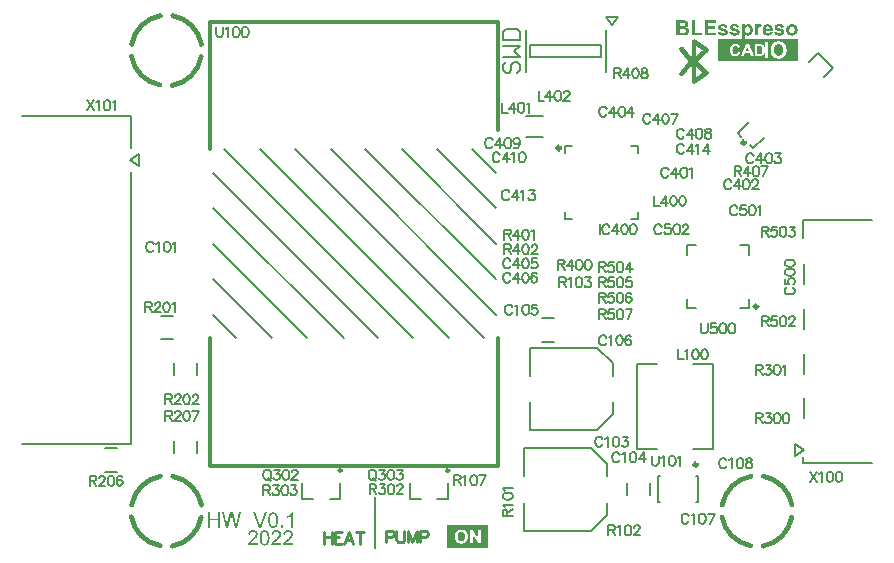
<source format=gto>
G04 Layer_Color=65535*
%FSLAX44Y44*%
%MOMM*%
G71*
G01*
G75*
%ADD11C,0.2000*%
%ADD13C,0.2500*%
%ADD14C,0.4000*%
%ADD16C,0.3000*%
%ADD70C,0.2200*%
%ADD71C,0.1600*%
G36*
X534291Y436537D02*
X540734D01*
Y434371D01*
X531698D01*
Y447092D01*
X534291D01*
Y436537D01*
D02*
G37*
G36*
X524681Y447166D02*
X525051Y447147D01*
X525421Y447129D01*
X525773Y447092D01*
X526088Y447055D01*
X526125D01*
X526217Y447036D01*
X526347Y446999D01*
X526532Y446944D01*
X526736Y446870D01*
X526958Y446777D01*
X527199Y446666D01*
X527421Y446518D01*
X527440Y446499D01*
X527514Y446444D01*
X527625Y446351D01*
X527773Y446240D01*
X527921Y446073D01*
X528088Y445888D01*
X528254Y445685D01*
X528402Y445444D01*
X528421Y445407D01*
X528458Y445333D01*
X528532Y445185D01*
X528606Y444999D01*
X528680Y444777D01*
X528754Y444537D01*
X528791Y444240D01*
X528810Y443944D01*
Y443925D01*
Y443907D01*
Y443796D01*
X528791Y443629D01*
X528754Y443407D01*
X528680Y443148D01*
X528606Y442870D01*
X528476Y442592D01*
X528310Y442296D01*
X528291Y442259D01*
X528217Y442166D01*
X528106Y442037D01*
X527977Y441870D01*
X527791Y441703D01*
X527569Y441500D01*
X527310Y441333D01*
X527014Y441166D01*
X527032D01*
X527069Y441148D01*
X527125Y441129D01*
X527199Y441111D01*
X527421Y441018D01*
X527680Y440889D01*
X527958Y440741D01*
X528273Y440537D01*
X528551Y440296D01*
X528810Y440000D01*
X528828Y439963D01*
X528902Y439852D01*
X529013Y439685D01*
X529125Y439463D01*
X529236Y439167D01*
X529347Y438852D01*
X529421Y438481D01*
X529439Y438074D01*
Y438056D01*
Y438037D01*
Y437926D01*
X529421Y437759D01*
X529384Y437537D01*
X529347Y437278D01*
X529273Y436982D01*
X529162Y436685D01*
X529032Y436371D01*
X529013Y436334D01*
X528958Y436241D01*
X528865Y436093D01*
X528736Y435908D01*
X528588Y435686D01*
X528384Y435482D01*
X528180Y435260D01*
X527921Y435056D01*
X527884Y435037D01*
X527791Y434982D01*
X527643Y434889D01*
X527440Y434797D01*
X527180Y434686D01*
X526884Y434593D01*
X526551Y434501D01*
X526180Y434445D01*
X526106D01*
X526032Y434426D01*
X525847D01*
X525718Y434408D01*
X525366D01*
X525144Y434389D01*
X524588D01*
X524273Y434371D01*
X518718D01*
Y447184D01*
X524347D01*
X524681Y447166D01*
D02*
G37*
G36*
X552085Y445018D02*
X545178D01*
Y442185D01*
X551604D01*
Y440018D01*
X545178D01*
Y436537D01*
X552326D01*
Y434371D01*
X542586D01*
Y447184D01*
X552085D01*
Y445018D01*
D02*
G37*
G36*
X180316Y15527D02*
X180464Y15509D01*
X180650Y15490D01*
X180853Y15453D01*
X181057Y15416D01*
X181538Y15286D01*
X182020Y15101D01*
X182260Y14990D01*
X182501Y14861D01*
X182723Y14694D01*
X182927Y14509D01*
X182946Y14490D01*
X182983Y14472D01*
X183020Y14398D01*
X183094Y14324D01*
X183186Y14231D01*
X183279Y14101D01*
X183372Y13972D01*
X183483Y13805D01*
X183668Y13453D01*
X183853Y13009D01*
X183927Y12787D01*
X183964Y12527D01*
X184001Y12268D01*
X184020Y11990D01*
Y11953D01*
Y11861D01*
X184001Y11713D01*
X183983Y11509D01*
X183946Y11287D01*
X183871Y11028D01*
X183797Y10750D01*
X183686Y10472D01*
X183668Y10435D01*
X183631Y10342D01*
X183557Y10194D01*
X183445Y9991D01*
X183297Y9768D01*
X183112Y9491D01*
X182890Y9213D01*
X182631Y8898D01*
X182594Y8861D01*
X182501Y8750D01*
X182409Y8657D01*
X182316Y8565D01*
X182205Y8454D01*
X182057Y8306D01*
X181909Y8158D01*
X181723Y7991D01*
X181538Y7806D01*
X181316Y7602D01*
X181075Y7398D01*
X180816Y7158D01*
X180520Y6917D01*
X180224Y6658D01*
X180205Y6639D01*
X180168Y6602D01*
X180094Y6546D01*
X180001Y6472D01*
X179890Y6361D01*
X179761Y6250D01*
X179464Y6010D01*
X179150Y5732D01*
X178853Y5454D01*
X178594Y5213D01*
X178483Y5121D01*
X178391Y5028D01*
X178372Y5010D01*
X178316Y4954D01*
X178242Y4880D01*
X178150Y4769D01*
X178057Y4639D01*
X177946Y4510D01*
X177724Y4195D01*
X184038D01*
Y2677D01*
X175539D01*
Y2695D01*
Y2769D01*
Y2880D01*
X175557Y3028D01*
X175576Y3195D01*
X175613Y3380D01*
X175650Y3565D01*
X175724Y3769D01*
Y3788D01*
X175743Y3806D01*
X175780Y3917D01*
X175854Y4084D01*
X175965Y4306D01*
X176113Y4565D01*
X176298Y4861D01*
X176502Y5158D01*
X176761Y5473D01*
Y5491D01*
X176798Y5510D01*
X176891Y5621D01*
X177057Y5787D01*
X177298Y6028D01*
X177576Y6306D01*
X177928Y6639D01*
X178354Y7010D01*
X178816Y7398D01*
X178835Y7417D01*
X178909Y7472D01*
X179020Y7565D01*
X179150Y7676D01*
X179316Y7824D01*
X179520Y7991D01*
X179724Y8176D01*
X179964Y8380D01*
X180427Y8824D01*
X180890Y9269D01*
X181112Y9491D01*
X181316Y9713D01*
X181501Y9917D01*
X181649Y10120D01*
Y10139D01*
X181686Y10157D01*
X181723Y10213D01*
X181761Y10287D01*
X181890Y10491D01*
X182038Y10731D01*
X182168Y11028D01*
X182297Y11342D01*
X182372Y11694D01*
X182409Y12027D01*
Y12046D01*
Y12064D01*
X182390Y12176D01*
X182372Y12361D01*
X182316Y12564D01*
X182242Y12824D01*
X182112Y13083D01*
X181946Y13342D01*
X181723Y13601D01*
X181686Y13638D01*
X181594Y13713D01*
X181464Y13805D01*
X181261Y13935D01*
X181001Y14046D01*
X180705Y14157D01*
X180353Y14231D01*
X179964Y14250D01*
X179853D01*
X179779Y14231D01*
X179557Y14212D01*
X179298Y14157D01*
X179020Y14083D01*
X178705Y13953D01*
X178409Y13786D01*
X178131Y13564D01*
X178094Y13527D01*
X178020Y13435D01*
X177909Y13287D01*
X177798Y13064D01*
X177668Y12805D01*
X177557Y12472D01*
X177483Y12102D01*
X177446Y11676D01*
X175835Y11842D01*
Y11861D01*
X175854Y11916D01*
Y12009D01*
X175872Y12139D01*
X175909Y12287D01*
X175946Y12453D01*
X176002Y12657D01*
X176057Y12861D01*
X176206Y13305D01*
X176428Y13750D01*
X176557Y13972D01*
X176724Y14194D01*
X176891Y14398D01*
X177076Y14583D01*
X177094Y14601D01*
X177131Y14620D01*
X177187Y14675D01*
X177279Y14731D01*
X177391Y14805D01*
X177520Y14879D01*
X177668Y14972D01*
X177854Y15064D01*
X178057Y15157D01*
X178279Y15249D01*
X178520Y15323D01*
X178779Y15397D01*
X179057Y15453D01*
X179353Y15509D01*
X179668Y15527D01*
X180001Y15546D01*
X180187D01*
X180316Y15527D01*
D02*
G37*
G36*
X190278D02*
X190426Y15509D01*
X190611Y15490D01*
X190815Y15453D01*
X191019Y15416D01*
X191500Y15286D01*
X191982Y15101D01*
X192222Y14990D01*
X192463Y14861D01*
X192685Y14694D01*
X192889Y14509D01*
X192908Y14490D01*
X192945Y14472D01*
X192982Y14398D01*
X193056Y14324D01*
X193148Y14231D01*
X193241Y14101D01*
X193333Y13972D01*
X193444Y13805D01*
X193630Y13453D01*
X193815Y13009D01*
X193889Y12787D01*
X193926Y12527D01*
X193963Y12268D01*
X193981Y11990D01*
Y11953D01*
Y11861D01*
X193963Y11713D01*
X193944Y11509D01*
X193907Y11287D01*
X193833Y11028D01*
X193759Y10750D01*
X193648Y10472D01*
X193630Y10435D01*
X193593Y10342D01*
X193519Y10194D01*
X193407Y9991D01*
X193259Y9768D01*
X193074Y9491D01*
X192852Y9213D01*
X192593Y8898D01*
X192556Y8861D01*
X192463Y8750D01*
X192370Y8657D01*
X192278Y8565D01*
X192167Y8454D01*
X192019Y8306D01*
X191871Y8158D01*
X191685Y7991D01*
X191500Y7806D01*
X191278Y7602D01*
X191037Y7398D01*
X190778Y7158D01*
X190482Y6917D01*
X190186Y6658D01*
X190167Y6639D01*
X190130Y6602D01*
X190056Y6546D01*
X189963Y6472D01*
X189852Y6361D01*
X189723Y6250D01*
X189426Y6010D01*
X189112Y5732D01*
X188815Y5454D01*
X188556Y5213D01*
X188445Y5121D01*
X188352Y5028D01*
X188334Y5010D01*
X188278Y4954D01*
X188204Y4880D01*
X188112Y4769D01*
X188019Y4639D01*
X187908Y4510D01*
X187686Y4195D01*
X194000D01*
Y2677D01*
X185501D01*
Y2695D01*
Y2769D01*
Y2880D01*
X185519Y3028D01*
X185538Y3195D01*
X185575Y3380D01*
X185612Y3565D01*
X185686Y3769D01*
Y3788D01*
X185705Y3806D01*
X185742Y3917D01*
X185816Y4084D01*
X185927Y4306D01*
X186075Y4565D01*
X186260Y4861D01*
X186464Y5158D01*
X186723Y5473D01*
Y5491D01*
X186760Y5510D01*
X186853Y5621D01*
X187019Y5787D01*
X187260Y6028D01*
X187538Y6306D01*
X187889Y6639D01*
X188315Y7010D01*
X188778Y7398D01*
X188797Y7417D01*
X188871Y7472D01*
X188982Y7565D01*
X189112Y7676D01*
X189278Y7824D01*
X189482Y7991D01*
X189686Y8176D01*
X189926Y8380D01*
X190389Y8824D01*
X190852Y9269D01*
X191074Y9491D01*
X191278Y9713D01*
X191463Y9917D01*
X191611Y10120D01*
Y10139D01*
X191648Y10157D01*
X191685Y10213D01*
X191723Y10287D01*
X191852Y10491D01*
X192000Y10731D01*
X192130Y11028D01*
X192259Y11342D01*
X192334Y11694D01*
X192370Y12027D01*
Y12046D01*
Y12064D01*
X192352Y12176D01*
X192334Y12361D01*
X192278Y12564D01*
X192204Y12824D01*
X192074Y13083D01*
X191908Y13342D01*
X191685Y13601D01*
X191648Y13638D01*
X191556Y13713D01*
X191426Y13805D01*
X191222Y13935D01*
X190963Y14046D01*
X190667Y14157D01*
X190315Y14231D01*
X189926Y14250D01*
X189815D01*
X189741Y14231D01*
X189519Y14212D01*
X189260Y14157D01*
X188982Y14083D01*
X188667Y13953D01*
X188371Y13786D01*
X188093Y13564D01*
X188056Y13527D01*
X187982Y13435D01*
X187871Y13287D01*
X187760Y13064D01*
X187630Y12805D01*
X187519Y12472D01*
X187445Y12102D01*
X187408Y11676D01*
X185797Y11842D01*
Y11861D01*
X185816Y11916D01*
Y12009D01*
X185834Y12139D01*
X185871Y12287D01*
X185908Y12453D01*
X185964Y12657D01*
X186019Y12861D01*
X186168Y13305D01*
X186390Y13750D01*
X186519Y13972D01*
X186686Y14194D01*
X186853Y14398D01*
X187038Y14583D01*
X187056Y14601D01*
X187093Y14620D01*
X187149Y14675D01*
X187241Y14731D01*
X187353Y14805D01*
X187482Y14879D01*
X187630Y14972D01*
X187815Y15064D01*
X188019Y15157D01*
X188241Y15249D01*
X188482Y15323D01*
X188741Y15397D01*
X189019Y15453D01*
X189315Y15509D01*
X189630Y15527D01*
X189963Y15546D01*
X190149D01*
X190278Y15527D01*
D02*
G37*
G36*
X616819Y443851D02*
X617004Y443833D01*
X617208Y443796D01*
X617449Y443759D01*
X617690Y443703D01*
X617967Y443629D01*
X618245Y443537D01*
X618523Y443425D01*
X618819Y443296D01*
X619115Y443129D01*
X619393Y442944D01*
X619671Y442740D01*
X619930Y442500D01*
X619949Y442481D01*
X619986Y442444D01*
X620060Y442351D01*
X620134Y442259D01*
X620245Y442111D01*
X620356Y441963D01*
X620485Y441759D01*
X620615Y441555D01*
X620726Y441315D01*
X620856Y441055D01*
X620967Y440759D01*
X621078Y440463D01*
X621152Y440130D01*
X621226Y439796D01*
X621263Y439426D01*
X621282Y439037D01*
Y439019D01*
Y438945D01*
Y438833D01*
X621263Y438685D01*
X621245Y438500D01*
X621208Y438296D01*
X621171Y438056D01*
X621115Y437815D01*
X621041Y437537D01*
X620948Y437259D01*
X620837Y436963D01*
X620708Y436667D01*
X620541Y436371D01*
X620356Y436093D01*
X620152Y435815D01*
X619911Y435537D01*
X619893Y435519D01*
X619856Y435482D01*
X619782Y435408D01*
X619671Y435315D01*
X619541Y435223D01*
X619375Y435112D01*
X619189Y434982D01*
X618986Y434852D01*
X618745Y434723D01*
X618486Y434593D01*
X618208Y434482D01*
X617893Y434389D01*
X617578Y434297D01*
X617227Y434223D01*
X616875Y434186D01*
X616486Y434167D01*
X616356D01*
X616264Y434186D01*
X616153D01*
X616023Y434204D01*
X615708Y434241D01*
X615319Y434315D01*
X614912Y434408D01*
X614486Y434556D01*
X614042Y434741D01*
X614023D01*
X613986Y434760D01*
X613931Y434797D01*
X613857Y434852D01*
X613653Y434982D01*
X613394Y435167D01*
X613116Y435408D01*
X612820Y435704D01*
X612542Y436037D01*
X612283Y436426D01*
Y436445D01*
X612264Y436482D01*
X612227Y436537D01*
X612190Y436630D01*
X612153Y436741D01*
X612098Y436871D01*
X612042Y437019D01*
X611986Y437185D01*
X611931Y437371D01*
X611875Y437574D01*
X611783Y438037D01*
X611709Y438574D01*
X611690Y439148D01*
Y439167D01*
Y439204D01*
Y439278D01*
X611709Y439352D01*
Y439463D01*
X611727Y439593D01*
X611764Y439907D01*
X611838Y440259D01*
X611949Y440648D01*
X612079Y441074D01*
X612283Y441500D01*
Y441518D01*
X612320Y441555D01*
X612338Y441611D01*
X612394Y441685D01*
X612542Y441889D01*
X612727Y442148D01*
X612968Y442426D01*
X613264Y442722D01*
X613597Y443000D01*
X613986Y443259D01*
X614005D01*
X614042Y443277D01*
X614097Y443314D01*
X614190Y443351D01*
X614282Y443407D01*
X614412Y443444D01*
X614560Y443499D01*
X614708Y443574D01*
X615079Y443685D01*
X615504Y443777D01*
X615967Y443851D01*
X616467Y443870D01*
X616671D01*
X616819Y443851D01*
D02*
G37*
G36*
X185679Y17677D02*
X183883D01*
Y19473D01*
X185679D01*
Y17677D01*
D02*
G37*
G36*
X193900D02*
X192326D01*
Y27694D01*
X192307Y27675D01*
X192215Y27601D01*
X192104Y27490D01*
X191919Y27361D01*
X191715Y27194D01*
X191456Y27009D01*
X191159Y26805D01*
X190826Y26602D01*
X190808D01*
X190789Y26583D01*
X190678Y26509D01*
X190493Y26416D01*
X190271Y26305D01*
X190012Y26176D01*
X189734Y26046D01*
X189456Y25917D01*
X189178Y25805D01*
Y27324D01*
X189197D01*
X189234Y27361D01*
X189308Y27379D01*
X189400Y27435D01*
X189512Y27490D01*
X189641Y27564D01*
X189956Y27750D01*
X190326Y27953D01*
X190697Y28212D01*
X191085Y28509D01*
X191474Y28824D01*
X191493Y28842D01*
X191511Y28861D01*
X191567Y28916D01*
X191641Y28972D01*
X191808Y29157D01*
X192030Y29379D01*
X192252Y29638D01*
X192493Y29935D01*
X192696Y30231D01*
X192882Y30546D01*
X193900D01*
Y17677D01*
D02*
G37*
G36*
X177587Y30527D02*
X177828Y30490D01*
X178105Y30435D01*
X178402Y30360D01*
X178716Y30268D01*
X179013Y30120D01*
X179031D01*
X179050Y30101D01*
X179142Y30046D01*
X179290Y29953D01*
X179475Y29824D01*
X179679Y29638D01*
X179901Y29435D01*
X180105Y29194D01*
X180309Y28916D01*
X180327Y28879D01*
X180401Y28786D01*
X180475Y28620D01*
X180605Y28379D01*
X180716Y28101D01*
X180864Y27787D01*
X180994Y27416D01*
X181105Y27009D01*
Y26990D01*
X181124Y26953D01*
X181142Y26898D01*
X181161Y26805D01*
X181179Y26694D01*
X181198Y26565D01*
X181235Y26398D01*
X181253Y26213D01*
X181290Y26009D01*
X181309Y25787D01*
X181327Y25528D01*
X181364Y25268D01*
X181383Y24972D01*
Y24676D01*
X181401Y24343D01*
Y23991D01*
Y23972D01*
Y23898D01*
Y23768D01*
Y23620D01*
X181383Y23417D01*
Y23194D01*
X181364Y22954D01*
X181346Y22695D01*
X181290Y22102D01*
X181198Y21491D01*
X181087Y20898D01*
X181012Y20621D01*
X180920Y20343D01*
Y20324D01*
X180901Y20287D01*
X180864Y20213D01*
X180827Y20121D01*
X180790Y19991D01*
X180716Y19862D01*
X180568Y19547D01*
X180383Y19213D01*
X180142Y18843D01*
X179864Y18510D01*
X179531Y18195D01*
X179513D01*
X179494Y18158D01*
X179438Y18121D01*
X179364Y18084D01*
X179272Y18028D01*
X179179Y17954D01*
X178902Y17825D01*
X178568Y17695D01*
X178179Y17565D01*
X177717Y17491D01*
X177216Y17454D01*
X177031D01*
X176902Y17473D01*
X176754Y17491D01*
X176568Y17528D01*
X176365Y17565D01*
X176143Y17621D01*
X175920Y17695D01*
X175680Y17769D01*
X175439Y17880D01*
X175198Y18010D01*
X174958Y18158D01*
X174717Y18343D01*
X174495Y18547D01*
X174291Y18769D01*
X174272Y18788D01*
X174235Y18843D01*
X174180Y18936D01*
X174087Y19084D01*
X173995Y19251D01*
X173902Y19473D01*
X173772Y19732D01*
X173661Y20028D01*
X173550Y20361D01*
X173439Y20750D01*
X173328Y21176D01*
X173235Y21658D01*
X173143Y22176D01*
X173087Y22732D01*
X173050Y23343D01*
X173032Y23991D01*
Y24009D01*
Y24083D01*
Y24213D01*
Y24361D01*
X173050Y24565D01*
Y24787D01*
X173069Y25028D01*
X173087Y25305D01*
X173143Y25879D01*
X173235Y26490D01*
X173347Y27102D01*
X173421Y27379D01*
X173495Y27657D01*
Y27675D01*
X173513Y27713D01*
X173550Y27787D01*
X173587Y27879D01*
X173624Y28009D01*
X173698Y28138D01*
X173846Y28453D01*
X174032Y28786D01*
X174272Y29138D01*
X174550Y29490D01*
X174883Y29786D01*
X174902D01*
X174921Y29824D01*
X174976Y29860D01*
X175050Y29897D01*
X175143Y29972D01*
X175254Y30027D01*
X175532Y30175D01*
X175865Y30305D01*
X176254Y30435D01*
X176717Y30509D01*
X177216Y30546D01*
X177383D01*
X177587Y30527D01*
D02*
G37*
G36*
X596210Y443851D02*
X596377Y443833D01*
X596581Y443796D01*
X596803Y443759D01*
X597043Y443703D01*
X597303Y443629D01*
X597562Y443537D01*
X597840Y443425D01*
X598117Y443277D01*
X598377Y443129D01*
X598636Y442944D01*
X598895Y442722D01*
X599117Y442481D01*
X599136Y442463D01*
X599173Y442426D01*
X599228Y442333D01*
X599302Y442222D01*
X599395Y442074D01*
X599488Y441907D01*
X599599Y441685D01*
X599710Y441444D01*
X599821Y441166D01*
X599932Y440852D01*
X600025Y440518D01*
X600117Y440130D01*
X600191Y439722D01*
X600247Y439278D01*
X600284Y438815D01*
Y438296D01*
X594136D01*
Y438278D01*
Y438241D01*
Y438185D01*
X594155Y438111D01*
X594173Y437926D01*
X594210Y437667D01*
X594285Y437408D01*
X594396Y437111D01*
X594525Y436834D01*
X594710Y436593D01*
X594729Y436574D01*
X594822Y436500D01*
X594933Y436408D01*
X595099Y436297D01*
X595303Y436185D01*
X595562Y436093D01*
X595840Y436019D01*
X596136Y436000D01*
X596229D01*
X596340Y436019D01*
X596469Y436037D01*
X596618Y436074D01*
X596784Y436130D01*
X596951Y436204D01*
X597099Y436315D01*
X597118Y436334D01*
X597173Y436371D01*
X597247Y436445D01*
X597321Y436556D01*
X597432Y436704D01*
X597525Y436871D01*
X597617Y437093D01*
X597710Y437333D01*
X600154Y436926D01*
Y436908D01*
X600136Y436871D01*
X600099Y436796D01*
X600062Y436704D01*
X600006Y436593D01*
X599951Y436463D01*
X599784Y436167D01*
X599580Y435834D01*
X599321Y435482D01*
X599006Y435167D01*
X598654Y434871D01*
X598636D01*
X598617Y434834D01*
X598543Y434815D01*
X598469Y434760D01*
X598377Y434704D01*
X598247Y434649D01*
X598117Y434593D01*
X597951Y434519D01*
X597580Y434389D01*
X597155Y434278D01*
X596655Y434204D01*
X596118Y434167D01*
X596007D01*
X595896Y434186D01*
X595729D01*
X595525Y434223D01*
X595284Y434260D01*
X595025Y434297D01*
X594766Y434371D01*
X594470Y434445D01*
X594173Y434556D01*
X593877Y434686D01*
X593581Y434834D01*
X593285Y435019D01*
X593007Y435223D01*
X592766Y435463D01*
X592525Y435741D01*
X592507Y435760D01*
X592488Y435797D01*
X592451Y435871D01*
X592377Y435963D01*
X592322Y436093D01*
X592248Y436241D01*
X592155Y436408D01*
X592081Y436611D01*
X591988Y436834D01*
X591914Y437074D01*
X591822Y437333D01*
X591766Y437630D01*
X591711Y437926D01*
X591655Y438241D01*
X591637Y438593D01*
X591618Y438945D01*
Y438963D01*
Y439037D01*
Y439167D01*
X591637Y439333D01*
X591655Y439519D01*
X591674Y439741D01*
X591711Y439981D01*
X591766Y440259D01*
X591914Y440833D01*
X592007Y441129D01*
X592118Y441444D01*
X592266Y441740D01*
X592433Y442018D01*
X592618Y442296D01*
X592822Y442555D01*
X592840Y442574D01*
X592877Y442611D01*
X592951Y442685D01*
X593044Y442759D01*
X593155Y442851D01*
X593303Y442963D01*
X593470Y443092D01*
X593655Y443222D01*
X593859Y443333D01*
X594099Y443462D01*
X594340Y443574D01*
X594618Y443666D01*
X594896Y443740D01*
X595210Y443814D01*
X595525Y443851D01*
X595858Y443870D01*
X596062D01*
X596210Y443851D01*
D02*
G37*
G36*
X359500Y0D02*
X324500D01*
Y20000D01*
X359500D01*
Y0D01*
D02*
G37*
G36*
X589952Y443851D02*
X590155Y443814D01*
X590415Y443759D01*
X590692Y443666D01*
X590970Y443555D01*
X591266Y443388D01*
X590489Y441259D01*
X590470Y441278D01*
X590378Y441315D01*
X590266Y441389D01*
X590118Y441463D01*
X589933Y441537D01*
X589748Y441611D01*
X589544Y441648D01*
X589341Y441666D01*
X589267D01*
X589155Y441648D01*
X589044Y441629D01*
X588915Y441592D01*
X588767Y441537D01*
X588618Y441463D01*
X588470Y441370D01*
X588452Y441352D01*
X588415Y441315D01*
X588341Y441241D01*
X588267Y441129D01*
X588174Y441000D01*
X588082Y440815D01*
X587989Y440592D01*
X587915Y440333D01*
Y440296D01*
X587896Y440241D01*
X587878Y440185D01*
Y440093D01*
X587859Y439981D01*
X587841Y439833D01*
X587822Y439667D01*
X587804Y439481D01*
X587785Y439241D01*
X587767Y439000D01*
Y438704D01*
X587748Y438389D01*
X587730Y438037D01*
Y437648D01*
Y437222D01*
Y434371D01*
X585267D01*
Y443666D01*
X587545D01*
Y442351D01*
X587563Y442370D01*
X587637Y442481D01*
X587748Y442648D01*
X587896Y442851D01*
X588044Y443055D01*
X588230Y443259D01*
X588396Y443444D01*
X588581Y443574D01*
X588600Y443592D01*
X588656Y443629D01*
X588767Y443666D01*
X588896Y443722D01*
X589044Y443777D01*
X589230Y443833D01*
X589415Y443851D01*
X589637Y443870D01*
X589785D01*
X589952Y443851D01*
D02*
G37*
G36*
X579823D02*
X579953Y443833D01*
X580119Y443796D01*
X580304Y443759D01*
X580490Y443703D01*
X580712Y443648D01*
X580915Y443555D01*
X581156Y443462D01*
X581378Y443333D01*
X581619Y443185D01*
X581841Y443018D01*
X582064Y442814D01*
X582286Y442592D01*
X582304Y442574D01*
X582341Y442537D01*
X582397Y442463D01*
X582471Y442351D01*
X582545Y442240D01*
X582638Y442074D01*
X582749Y441889D01*
X582860Y441685D01*
X582952Y441444D01*
X583064Y441185D01*
X583156Y440889D01*
X583249Y440574D01*
X583304Y440222D01*
X583360Y439870D01*
X583397Y439463D01*
X583415Y439056D01*
Y439037D01*
Y438963D01*
Y438833D01*
X583397Y438667D01*
X583378Y438481D01*
X583360Y438259D01*
X583323Y438000D01*
X583267Y437741D01*
X583138Y437148D01*
X583045Y436852D01*
X582934Y436556D01*
X582804Y436260D01*
X582638Y435982D01*
X582471Y435704D01*
X582267Y435445D01*
X582249Y435426D01*
X582212Y435389D01*
X582156Y435334D01*
X582064Y435241D01*
X581953Y435149D01*
X581823Y435037D01*
X581675Y434926D01*
X581508Y434815D01*
X581304Y434686D01*
X581101Y434575D01*
X580638Y434371D01*
X580378Y434278D01*
X580101Y434223D01*
X579823Y434186D01*
X579527Y434167D01*
X579397D01*
X579249Y434186D01*
X579064Y434204D01*
X578842Y434241D01*
X578601Y434297D01*
X578360Y434371D01*
X578120Y434463D01*
X578101Y434482D01*
X578008Y434519D01*
X577897Y434612D01*
X577731Y434723D01*
X577527Y434852D01*
X577323Y435037D01*
X577083Y435260D01*
X576823Y435519D01*
Y430998D01*
X622000D01*
Y413002D01*
X554000D01*
Y430998D01*
X574361D01*
Y443666D01*
X576657D01*
Y442296D01*
X576675Y442333D01*
X576731Y442407D01*
X576842Y442537D01*
X576972Y442703D01*
X577138Y442888D01*
X577360Y443074D01*
X577583Y443259D01*
X577860Y443425D01*
X577897Y443444D01*
X577990Y443499D01*
X578157Y443574D01*
X578360Y443648D01*
X578601Y443722D01*
X578897Y443796D01*
X579212Y443851D01*
X579545Y443870D01*
X579693D01*
X579823Y443851D01*
D02*
G37*
G36*
X146664Y17677D02*
X144998D01*
X142313Y27435D01*
Y27453D01*
X142294Y27490D01*
X142276Y27546D01*
X142257Y27638D01*
X142202Y27842D01*
X142146Y28083D01*
X142072Y28342D01*
X141998Y28583D01*
X141942Y28786D01*
X141924Y28879D01*
X141905Y28935D01*
Y28916D01*
X141887Y28898D01*
X141868Y28786D01*
X141831Y28620D01*
X141776Y28416D01*
X141720Y28194D01*
X141646Y27935D01*
X141591Y27675D01*
X141517Y27435D01*
X138813Y17677D01*
X137036D01*
X133684Y30490D01*
X135443D01*
X137350Y22083D01*
Y22065D01*
X137369Y22028D01*
X137387Y21954D01*
X137406Y21861D01*
X137424Y21732D01*
X137461Y21602D01*
X137498Y21435D01*
X137535Y21250D01*
X137628Y20861D01*
X137721Y20417D01*
X137813Y19936D01*
X137906Y19454D01*
Y19473D01*
X137924Y19547D01*
X137961Y19639D01*
X137980Y19787D01*
X138017Y19936D01*
X138072Y20121D01*
X138165Y20528D01*
X138276Y20935D01*
X138313Y21139D01*
X138369Y21324D01*
X138406Y21491D01*
X138443Y21639D01*
X138480Y21750D01*
X138498Y21824D01*
X140924Y30490D01*
X142979D01*
X144794Y23991D01*
Y23972D01*
X144831Y23880D01*
X144868Y23750D01*
X144905Y23583D01*
X144961Y23361D01*
X145035Y23121D01*
X145109Y22843D01*
X145183Y22528D01*
X145275Y22176D01*
X145349Y21824D01*
X145516Y21065D01*
X145683Y20269D01*
X145812Y19454D01*
Y19473D01*
X145831Y19510D01*
Y19584D01*
X145868Y19676D01*
X145886Y19787D01*
X145924Y19917D01*
X145942Y20084D01*
X145997Y20269D01*
X146090Y20676D01*
X146201Y21158D01*
X146312Y21676D01*
X146460Y22250D01*
X148460Y30490D01*
X150182D01*
X146664Y17677D01*
D02*
G37*
G36*
X167143D02*
X165366D01*
X160403Y30490D01*
X162255D01*
X165588Y21176D01*
Y21158D01*
X165607Y21121D01*
X165625Y21065D01*
X165662Y20991D01*
X165681Y20880D01*
X165718Y20769D01*
X165810Y20491D01*
X165921Y20176D01*
X166033Y19825D01*
X166255Y19084D01*
Y19102D01*
X166273Y19139D01*
X166292Y19195D01*
X166310Y19269D01*
X166366Y19473D01*
X166458Y19750D01*
X166551Y20065D01*
X166662Y20417D01*
X166792Y20787D01*
X166940Y21176D01*
X170421Y30490D01*
X172143D01*
X167143Y17677D01*
D02*
G37*
G36*
X534255Y430984D02*
X534486Y430891D01*
X534648Y430845D01*
X534914Y430787D01*
X534949Y430752D01*
X534995Y430729D01*
X535088Y430637D01*
X535204Y430590D01*
X535320Y430521D01*
X535389Y430451D01*
X535435Y430428D01*
X535597Y430336D01*
X535724Y430232D01*
X535759Y430197D01*
X535806Y430174D01*
X535968Y430081D01*
X536060Y429988D01*
X536106Y429965D01*
X536315Y429850D01*
X536349Y429815D01*
X536361Y429780D01*
X536407Y429757D01*
X536569Y429664D01*
X536708Y429525D01*
X536963Y429387D01*
X537032Y429317D01*
X537079Y429294D01*
X537241Y429201D01*
X537333Y429109D01*
X537380Y429086D01*
X537542Y428993D01*
X537669Y428889D01*
X537704Y428854D01*
X537912Y428738D01*
X538028Y428623D01*
X538236Y428507D01*
X538306Y428438D01*
X538352Y428414D01*
X538560Y428299D01*
X538618Y428241D01*
X538630Y428206D01*
X538676Y428183D01*
X538838Y428090D01*
X538965Y427986D01*
X539000Y427951D01*
X539116Y427905D01*
X539243Y427801D01*
X539301Y427743D01*
X539509Y427627D01*
X539602Y427535D01*
X539856Y427396D01*
X539972Y427280D01*
X540065Y427257D01*
X540111Y427211D01*
X540157Y427188D01*
X540215Y427107D01*
X540412Y427002D01*
X540539Y426898D01*
X540574Y426863D01*
X540690Y426817D01*
X540736Y426794D01*
X540794Y426759D01*
X540817Y426713D01*
X540875Y426655D01*
X540921Y426632D01*
X541083Y426539D01*
X541130Y426493D01*
X541164Y426482D01*
X541176Y426447D01*
X541222Y426424D01*
X541431Y426308D01*
X541546Y426192D01*
X541755Y426076D01*
X541847Y425984D01*
X541894Y425961D01*
X542102Y425845D01*
X542194Y425752D01*
X542241Y425729D01*
X542461Y425579D01*
X542519Y425521D01*
X542565Y425498D01*
X542785Y425347D01*
X542843Y425289D01*
X542935Y425266D01*
X543063Y425162D01*
X543120Y425104D01*
X543167Y425081D01*
X543375Y424965D01*
X543491Y424850D01*
X543653Y424757D01*
X543711Y424722D01*
X543734Y424676D01*
X544023Y424502D01*
X544093Y424433D01*
X544139Y424410D01*
X544347Y424294D01*
X544405Y424213D01*
X544556Y424132D01*
X544602Y424109D01*
X544648Y424062D01*
X544694Y424039D01*
X544764Y423970D01*
X544972Y423854D01*
X545007Y423819D01*
X545019Y423785D01*
X545065Y423762D01*
X545262Y423611D01*
X545285Y423565D01*
X545319Y423530D01*
X545366Y423507D01*
X545447Y423426D01*
X545470Y423380D01*
X545516Y423333D01*
X545528Y423299D01*
X545574Y423275D01*
X545632Y423218D01*
X545678Y423102D01*
X545701Y423009D01*
X545863Y422755D01*
X545945Y422350D01*
X545968Y422211D01*
X545991Y422095D01*
X546002Y421667D01*
X545979Y421597D01*
X545945Y421447D01*
X545898Y421215D01*
X545875Y421076D01*
X545829Y420961D01*
X545771Y420880D01*
X545701Y420764D01*
X545644Y420613D01*
X545586Y420532D01*
X545470Y420417D01*
X545447Y420370D01*
X545343Y420243D01*
X545065Y419965D01*
X545019Y419942D01*
X544556Y419479D01*
X544509Y419456D01*
X544463Y419410D01*
X544417Y419387D01*
X544382Y419352D01*
X544359Y419306D01*
X544278Y419225D01*
X544231Y419201D01*
X544127Y419097D01*
X544116Y419062D01*
X544069Y419039D01*
X544000Y418970D01*
X543954Y418947D01*
X543896Y418866D01*
X543815Y418785D01*
X543769Y418762D01*
X543688Y418680D01*
X543664Y418634D01*
X543630Y418600D01*
X543583Y418576D01*
X543537Y418530D01*
X543491Y418507D01*
X543433Y418426D01*
X543352Y418345D01*
X543306Y418322D01*
X543248Y418264D01*
X543224Y418218D01*
X543120Y418113D01*
X543074Y418090D01*
X543016Y418032D01*
X542993Y417986D01*
X542935Y417928D01*
X542889Y417905D01*
X542762Y417801D01*
X542727Y417743D01*
X542681Y417720D01*
X542611Y417650D01*
X542576Y417639D01*
X542553Y417593D01*
X542449Y417488D01*
X542403Y417465D01*
X542322Y417384D01*
X542299Y417338D01*
X542241Y417280D01*
X542194Y417257D01*
X541986Y417049D01*
X541940Y417025D01*
X541836Y416921D01*
X541813Y416875D01*
X541731Y416817D01*
X541500Y416586D01*
X541454Y416562D01*
X541396Y416505D01*
X541373Y416458D01*
X541338Y416424D01*
X541292Y416400D01*
X541060Y416169D01*
X541014Y416146D01*
X540736Y415868D01*
X540690Y415845D01*
X540296Y415451D01*
X540250Y415428D01*
X539995Y415174D01*
X539961Y415162D01*
X539938Y415116D01*
X539833Y415012D01*
X539787Y414988D01*
X539683Y414884D01*
X539660Y414838D01*
X539579Y414780D01*
X539532Y414734D01*
X539498Y414722D01*
X539474Y414676D01*
X539370Y414572D01*
X539324Y414549D01*
X539220Y414444D01*
X539197Y414398D01*
X539162Y414363D01*
X539116Y414340D01*
X538907Y414132D01*
X538861Y414109D01*
X538780Y414028D01*
X538757Y413982D01*
X538699Y413924D01*
X538653Y413900D01*
X538444Y413692D01*
X538398Y413669D01*
X538317Y413588D01*
X538294Y413542D01*
X538236Y413484D01*
X538190Y413461D01*
X538005Y413275D01*
X537958Y413252D01*
X537877Y413171D01*
X537854Y413125D01*
X537796Y413067D01*
X537750Y413044D01*
X537519Y412812D01*
X537472Y412789D01*
X537391Y412708D01*
X537368Y412662D01*
X537333Y412627D01*
X537287Y412604D01*
X537125Y412442D01*
X537079Y412419D01*
X536998Y412338D01*
X536974Y412245D01*
X537044Y412130D01*
X537125Y412049D01*
X537171Y412025D01*
X537542Y411655D01*
X537588Y411632D01*
X537704Y411493D01*
X537831Y411389D01*
X538213Y411007D01*
X538259Y410984D01*
X538317Y410926D01*
X538340Y410880D01*
X538398Y410822D01*
X538444Y410799D01*
X538549Y410695D01*
X538572Y410648D01*
X538630Y410590D01*
X538676Y410567D01*
X538757Y410509D01*
X538780Y410463D01*
X538884Y410359D01*
X538931Y410336D01*
X538988Y410278D01*
X539012Y410232D01*
X539093Y410150D01*
X539139Y410127D01*
X539220Y410046D01*
X539243Y410000D01*
X539301Y409942D01*
X539347Y409919D01*
X539579Y409688D01*
X539625Y409664D01*
X539660Y409630D01*
X539683Y409583D01*
X539764Y409502D01*
X539810Y409479D01*
X539914Y409375D01*
X539938Y409329D01*
X539972Y409294D01*
X540019Y409271D01*
X540169Y409120D01*
X540181Y409086D01*
X540227Y409062D01*
X540354Y408958D01*
X540377Y408912D01*
X540435Y408854D01*
X540481Y408831D01*
X540609Y408704D01*
X540620Y408669D01*
X540667Y408646D01*
X540840Y408472D01*
X540852Y408438D01*
X540898Y408414D01*
X541153Y408160D01*
X541199Y408137D01*
X541234Y408102D01*
X541257Y408055D01*
X541361Y407951D01*
X541407Y407928D01*
X541512Y407824D01*
X541535Y407778D01*
X541616Y407720D01*
X541847Y407488D01*
X541894Y407465D01*
X541951Y407407D01*
X541974Y407361D01*
X542009Y407326D01*
X542056Y407303D01*
X542183Y407176D01*
X542194Y407141D01*
X542241Y407118D01*
X542542Y406817D01*
X542588Y406794D01*
X543051Y406331D01*
X543097Y406308D01*
X543201Y406204D01*
X543213Y406169D01*
X543259Y406146D01*
X543537Y405868D01*
X543583Y405845D01*
X543618Y405810D01*
X543641Y405764D01*
X543722Y405683D01*
X543769Y405660D01*
X544023Y405405D01*
X544058Y405393D01*
X544081Y405347D01*
X544231Y405197D01*
X544266Y405185D01*
X544289Y405139D01*
X544417Y405012D01*
X544463Y404988D01*
X544567Y404884D01*
X544590Y404838D01*
X544671Y404780D01*
X544903Y404549D01*
X544949Y404525D01*
X545007Y404445D01*
X545088Y404363D01*
X545134Y404340D01*
X545215Y404259D01*
X545238Y404213D01*
X545319Y404132D01*
X545366Y404109D01*
X545424Y404051D01*
X545516Y403889D01*
X545609Y403796D01*
X545655Y403680D01*
X545724Y403495D01*
X545817Y403357D01*
X545863Y403194D01*
X545887Y403032D01*
X545910Y402940D01*
X545933Y402361D01*
X545910Y402292D01*
X545887Y401921D01*
X545863Y401852D01*
X545806Y401701D01*
X545748Y401643D01*
X545701Y401528D01*
X545678Y401435D01*
X545655Y401389D01*
Y401366D01*
X545586Y401250D01*
X545470Y401134D01*
X545447Y401088D01*
X545343Y400961D01*
X545134Y400752D01*
X545088Y400729D01*
X544949Y400590D01*
X544787Y400498D01*
X544694Y400405D01*
X544486Y400289D01*
X544370Y400174D01*
X544255Y400127D01*
X544139Y400058D01*
X544023Y399942D01*
X543815Y399826D01*
X543745Y399757D01*
X543699Y399734D01*
X543537Y399641D01*
X543398Y399502D01*
X543190Y399387D01*
X543097Y399294D01*
X542843Y399155D01*
X542773Y399086D01*
X542727Y399062D01*
X542519Y398947D01*
X542403Y398831D01*
X542194Y398715D01*
X542079Y398600D01*
X541928Y398542D01*
X541824Y398438D01*
X541778Y398414D01*
X541616Y398322D01*
X541488Y398218D01*
X541431Y398160D01*
X541222Y398044D01*
X541153Y397975D01*
X540944Y397859D01*
X540817Y397755D01*
X540782Y397720D01*
X540574Y397604D01*
X540481Y397512D01*
X540227Y397373D01*
X540134Y397280D01*
X539938Y397176D01*
X539914Y397130D01*
X539856Y397072D01*
X539602Y396933D01*
X539532Y396863D01*
X539486Y396840D01*
X539278Y396725D01*
X539162Y396609D01*
X538954Y396493D01*
X538884Y396424D01*
X538838Y396400D01*
X538630Y396285D01*
X538572Y396204D01*
X538537Y396169D01*
X538421Y396123D01*
X538375Y396100D01*
X538248Y395995D01*
X538190Y395938D01*
X538039Y395880D01*
X538005Y395845D01*
X537970Y395833D01*
X537947Y395787D01*
X537912Y395752D01*
X537866Y395729D01*
X537704Y395637D01*
X537611Y395544D01*
X537565Y395521D01*
X537403Y395428D01*
X537276Y395324D01*
X537241Y395289D01*
X537032Y395174D01*
X536963Y395104D01*
X536917Y395081D01*
X536708Y394965D01*
X536593Y394850D01*
X536546Y394826D01*
X536384Y394734D01*
X536269Y394618D01*
X536153Y394572D01*
X536106Y394549D01*
X535979Y394444D01*
X535921Y394387D01*
X535713Y394271D01*
X535644Y394201D01*
X535597Y394178D01*
X535435Y394086D01*
X535308Y393982D01*
X535273Y393947D01*
X535123Y393889D01*
X535042Y393831D01*
X534972Y393762D01*
X534926Y393738D01*
X534810Y393692D01*
X534590Y393657D01*
X534498Y393634D01*
X534382Y393588D01*
X534231Y393530D01*
X533792Y393507D01*
X533560Y393530D01*
X533433Y393565D01*
X533317Y393611D01*
X533120Y393669D01*
X532924Y393704D01*
X532808Y393750D01*
X532681Y393877D01*
X532472Y393993D01*
X532380Y394086D01*
X532333Y394109D01*
X532287Y394155D01*
X532241Y394178D01*
X532113Y394306D01*
X532090Y394352D01*
X531928Y394514D01*
X531905Y394560D01*
X531766Y394815D01*
X531720Y394861D01*
X531674Y394977D01*
X531604Y395255D01*
X531512Y395555D01*
X531488Y395926D01*
X531500Y408715D01*
X531477Y408808D01*
X531431Y408854D01*
X531361Y408877D01*
X531234Y408796D01*
X531141Y408634D01*
X531037Y408507D01*
X530956Y408380D01*
X530794Y408218D01*
X530724Y408102D01*
X530609Y407986D01*
X530586Y407940D01*
X530470Y407778D01*
X530377Y407685D01*
X530262Y407477D01*
X530181Y407419D01*
X530123Y407361D01*
X530053Y407245D01*
X529914Y407107D01*
X529891Y407060D01*
X529787Y406933D01*
X529706Y406852D01*
X529613Y406690D01*
X529474Y406551D01*
X529382Y406389D01*
X529243Y406250D01*
X529220Y406204D01*
X529116Y406076D01*
X529035Y405995D01*
X529012Y405949D01*
X528884Y405775D01*
X528849Y405764D01*
X528826Y405718D01*
X528780Y405671D01*
X528711Y405556D01*
X528595Y405440D01*
X528502Y405278D01*
X528363Y405139D01*
X528340Y405093D01*
X528236Y404965D01*
X528132Y404861D01*
X528063Y404745D01*
X528005Y404664D01*
X527958Y404641D01*
X527796Y404387D01*
X527715Y404329D01*
X527692Y404282D01*
X527576Y404120D01*
X527542Y404086D01*
X527507Y404074D01*
X527484Y404028D01*
X527322Y403819D01*
X527252Y403750D01*
X527160Y403588D01*
X527021Y403449D01*
X526928Y403287D01*
X526894Y403252D01*
X526847Y403229D01*
X526755Y403090D01*
X526697Y403009D01*
X526616Y402951D01*
X526500Y402766D01*
X526373Y402639D01*
X526280Y402477D01*
X526141Y402338D01*
X526118Y402292D01*
X526014Y402141D01*
X525968Y402118D01*
X525875Y401979D01*
X525817Y401898D01*
X525678Y401759D01*
X525609Y401643D01*
X525470Y401505D01*
X525377Y401343D01*
X525238Y401204D01*
X525169Y401088D01*
X525030Y400949D01*
X524926Y400775D01*
X524880Y400752D01*
X524822Y400694D01*
X524799Y400648D01*
X524694Y400521D01*
X524637Y400463D01*
X524613Y400417D01*
X524532Y400336D01*
X524486Y400312D01*
X524324Y400150D01*
X524174Y400093D01*
X524093Y400035D01*
X524046Y399988D01*
X523884Y399919D01*
X523734Y399884D01*
X523549Y399838D01*
X523421Y399803D01*
X523259Y399780D01*
X522657Y399803D01*
X522542Y399850D01*
X522414Y399884D01*
X522299Y399907D01*
X522206Y399930D01*
X522125Y399965D01*
X521894Y400127D01*
X521731Y400220D01*
X521674Y400278D01*
X521651Y400324D01*
X521465Y400509D01*
X521303Y400810D01*
X521211Y401018D01*
X521176Y401169D01*
X521153Y401285D01*
X521118Y401412D01*
X521095Y401574D01*
X521072Y401805D01*
X521095Y402037D01*
X521141Y402153D01*
X521164Y402245D01*
X521222Y402512D01*
X521269Y402627D01*
X521303Y402662D01*
X521326Y402708D01*
X521373Y402755D01*
X521442Y402917D01*
X521465Y402963D01*
X521604Y403102D01*
X521627Y403148D01*
X521731Y403299D01*
X521778Y403322D01*
X521836Y403380D01*
X521859Y403426D01*
X521974Y403588D01*
X522067Y403680D01*
X522090Y403727D01*
X522206Y403889D01*
X522276Y403958D01*
X522368Y404120D01*
X522426Y404178D01*
X522472Y404201D01*
X522507Y404236D01*
X522530Y404282D01*
X522634Y404410D01*
X522715Y404491D01*
X522738Y404537D01*
X522854Y404699D01*
X522947Y404792D01*
X523063Y405000D01*
X523144Y405058D01*
X523178Y405093D01*
X523201Y405139D01*
X523306Y405289D01*
X523352Y405312D01*
X523387Y405347D01*
X523410Y405393D01*
X523537Y405567D01*
X523572Y405579D01*
X523595Y405625D01*
X523641Y405671D01*
X523745Y405845D01*
X523792Y405868D01*
X523826Y405903D01*
X523849Y405949D01*
X523942Y406111D01*
X523977Y406146D01*
X524023Y406169D01*
X524058Y406204D01*
X524151Y406366D01*
X524208Y406424D01*
X524255Y406447D01*
X524347Y406586D01*
X524382Y406620D01*
X524405Y406667D01*
X524474Y406713D01*
X524498Y406759D01*
X524590Y406898D01*
X524613Y406944D01*
X524752Y407083D01*
X524845Y407245D01*
X524926Y407303D01*
X525053Y407500D01*
X525088Y407535D01*
X525134Y407558D01*
X525227Y407697D01*
X525285Y407778D01*
X525400Y407893D01*
X525516Y408102D01*
X525609Y408171D01*
X525632Y408218D01*
X525748Y408380D01*
X525817Y408426D01*
X525840Y408472D01*
X526002Y408681D01*
X526072Y408750D01*
X526164Y408912D01*
X526303Y409051D01*
X526326Y409097D01*
X526442Y409259D01*
X526488Y409282D01*
X526512Y409329D01*
X526674Y409537D01*
X526743Y409607D01*
X526766Y409653D01*
X526870Y409780D01*
X526951Y409861D01*
X526974Y409907D01*
X527090Y410069D01*
X527206Y410185D01*
X527299Y410347D01*
X527368Y410393D01*
X527391Y410440D01*
X527507Y410602D01*
X527623Y410718D01*
X527646Y410764D01*
X527750Y410891D01*
X527831Y410972D01*
X527854Y411018D01*
X527981Y411215D01*
X528028Y411238D01*
X528063Y411273D01*
X528155Y411435D01*
X528213Y411493D01*
X528259Y411516D01*
X528352Y411655D01*
X528410Y411736D01*
X528526Y411852D01*
X528618Y412014D01*
X528653Y412049D01*
X528699Y412072D01*
X528734Y412107D01*
X528757Y412199D01*
X528734Y412407D01*
X528676Y412465D01*
X528630Y412488D01*
X528572Y412546D01*
X528479Y412708D01*
X528340Y412847D01*
X528317Y412893D01*
X528213Y413021D01*
X528132Y413102D01*
X528109Y413148D01*
X528005Y413299D01*
X527958Y413322D01*
X527866Y413461D01*
X527808Y413542D01*
X527715Y413634D01*
X527692Y413681D01*
X527530Y413889D01*
X527438Y413982D01*
X527368Y414097D01*
X527229Y414236D01*
X527137Y414398D01*
X527067Y414444D01*
X527044Y414491D01*
X526998Y414537D01*
X526905Y414699D01*
X526766Y414838D01*
X526743Y414884D01*
X526639Y415012D01*
X526558Y415093D01*
X526535Y415139D01*
X526431Y415266D01*
X526396Y415278D01*
X526373Y415324D01*
X526222Y415544D01*
X526118Y415648D01*
X526095Y415694D01*
X525991Y415822D01*
X525910Y415903D01*
X525817Y416065D01*
X525782Y416100D01*
X525736Y416123D01*
X525678Y416180D01*
X525586Y416343D01*
X525447Y416482D01*
X525354Y416643D01*
X525238Y416759D01*
X525215Y416806D01*
X525088Y416979D01*
X525042Y417002D01*
X524903Y417211D01*
X524856Y417234D01*
X524776Y417315D01*
X524683Y417477D01*
X524590Y417569D01*
X524567Y417616D01*
X524405Y417824D01*
X524336Y417893D01*
X524231Y418067D01*
X524185Y418090D01*
X524127Y418148D01*
X524035Y418310D01*
X524000Y418345D01*
X523954Y418368D01*
X523896Y418426D01*
X523803Y418588D01*
X523688Y418704D01*
X523664Y418750D01*
X523549Y418912D01*
X523456Y419005D01*
X523387Y419120D01*
X523329Y419201D01*
X523282Y419225D01*
X523248Y419259D01*
X523224Y419306D01*
X523120Y419433D01*
X522993Y419560D01*
X522901Y419722D01*
X522808Y419815D01*
X522785Y419861D01*
X522623Y420069D01*
X522576Y420116D01*
X522553Y420162D01*
X522449Y420289D01*
X522345Y420393D01*
X522252Y420555D01*
X522218Y420590D01*
X522171Y420613D01*
X522079Y420752D01*
X522021Y420833D01*
X521928Y420926D01*
X521905Y420972D01*
X521743Y421181D01*
X521674Y421250D01*
X521651Y421296D01*
X521546Y421424D01*
X521442Y421528D01*
X521384Y421678D01*
X521303Y421806D01*
X521211Y422014D01*
X521176Y422211D01*
X521153Y422350D01*
X521130Y422465D01*
X521095Y422778D01*
X521118Y422940D01*
X521164Y423125D01*
X521188Y423287D01*
X521245Y423530D01*
X521338Y423669D01*
X521373Y423704D01*
X521419Y423819D01*
X521488Y423935D01*
X521604Y424051D01*
X521627Y424097D01*
X521894Y424363D01*
X522056Y424456D01*
X522148Y424549D01*
X522264Y424595D01*
X522553Y424699D01*
X522704Y424757D01*
X522981Y424803D01*
X523630Y424780D01*
X523699Y424757D01*
X523815Y424711D01*
X524023Y424618D01*
X524151Y424583D01*
X524278Y424502D01*
X524347Y424433D01*
X524556Y424317D01*
X524590Y424282D01*
X524613Y424236D01*
X524648Y424201D01*
X524694Y424178D01*
X524776Y424097D01*
X524799Y424051D01*
X524845Y424005D01*
X524868Y423958D01*
X525007Y423819D01*
X525076Y423704D01*
X525192Y423588D01*
X525215Y423542D01*
X525319Y423414D01*
X525424Y423310D01*
X525516Y423148D01*
X525655Y423009D01*
X525678Y422963D01*
X525782Y422836D01*
X525863Y422755D01*
X525887Y422708D01*
X525991Y422581D01*
X526049Y422523D01*
X526072Y422477D01*
X526234Y422268D01*
X526303Y422199D01*
X526326Y422153D01*
X526442Y421991D01*
X526558Y421875D01*
X526581Y421829D01*
X526685Y421701D01*
X526766Y421620D01*
X526836Y421505D01*
X526951Y421389D01*
X526974Y421343D01*
X527137Y421134D01*
X527206Y421065D01*
X527276Y420949D01*
X527333Y420868D01*
X527380Y420845D01*
X527414Y420810D01*
X527438Y420764D01*
X527553Y420602D01*
X527669Y420486D01*
X527738Y420370D01*
X527773Y420336D01*
X527819Y420312D01*
X527981Y420058D01*
X528016Y420046D01*
X528039Y420000D01*
X528109Y419931D01*
X528178Y419815D01*
X528317Y419676D01*
X528387Y419560D01*
X528549Y419398D01*
X528618Y419282D01*
X528734Y419167D01*
X528826Y419005D01*
X528861Y418947D01*
X528907Y418924D01*
X528942Y418889D01*
X528965Y418843D01*
X529127Y418634D01*
X529220Y418542D01*
X529243Y418495D01*
X529347Y418368D01*
X529428Y418287D01*
X529521Y418125D01*
X529602Y418067D01*
X529729Y417870D01*
X529845Y417755D01*
X529868Y417708D01*
X529995Y417535D01*
X530042Y417512D01*
X530099Y417431D01*
X530204Y417280D01*
X530250Y417257D01*
X530308Y417199D01*
X530401Y417037D01*
X530516Y416921D01*
X530539Y416875D01*
X530655Y416713D01*
X530748Y416620D01*
X530771Y416574D01*
X530875Y416424D01*
X530921Y416400D01*
X530979Y416343D01*
X531002Y416296D01*
X531106Y416169D01*
X531164Y416111D01*
X531188Y416065D01*
X531280Y415903D01*
X531384Y415868D01*
X531465Y415903D01*
X531488Y415995D01*
X531512Y429005D01*
X531558Y429120D01*
X531604Y429282D01*
X531627Y429375D01*
X531662Y429502D01*
X531720Y429653D01*
X531836Y429815D01*
X531951Y430023D01*
X532113Y430185D01*
X532137Y430232D01*
X532287Y430382D01*
X532333Y430405D01*
X532472Y430544D01*
X532727Y430683D01*
X532819Y430775D01*
X532981Y430822D01*
X533248Y430880D01*
X533363Y430926D01*
X533560Y430984D01*
X533861Y431007D01*
X534255Y430984D01*
D02*
G37*
G36*
X132036Y17677D02*
X130332D01*
Y23713D01*
X123703D01*
Y17677D01*
X122000D01*
Y30490D01*
X123703D01*
Y25231D01*
X130332D01*
Y30490D01*
X132036D01*
Y17677D01*
D02*
G37*
G36*
X558344Y443851D02*
X558529Y443833D01*
X558733Y443814D01*
X558955Y443796D01*
X559418Y443722D01*
X559881Y443611D01*
X560325Y443444D01*
X560529Y443351D01*
X560714Y443240D01*
X560732D01*
X560751Y443203D01*
X560862Y443129D01*
X561029Y442981D01*
X561214Y442777D01*
X561436Y442537D01*
X561640Y442222D01*
X561843Y441852D01*
X561992Y441426D01*
X559677Y441000D01*
Y441018D01*
X559640Y441092D01*
X559603Y441185D01*
X559547Y441296D01*
X559473Y441444D01*
X559362Y441574D01*
X559251Y441703D01*
X559103Y441814D01*
X559085Y441833D01*
X559029Y441870D01*
X558936Y441907D01*
X558807Y441963D01*
X558640Y442018D01*
X558436Y442074D01*
X558196Y442092D01*
X557918Y442111D01*
X557751D01*
X557585Y442092D01*
X557381Y442074D01*
X557140Y442037D01*
X556918Y442000D01*
X556714Y441926D01*
X556529Y441833D01*
X556511D01*
X556492Y441796D01*
X556399Y441703D01*
X556288Y441537D01*
X556270Y441444D01*
X556251Y441333D01*
Y441315D01*
Y441296D01*
X556288Y441185D01*
X556362Y441037D01*
X556418Y440963D01*
X556492Y440889D01*
X556511Y440870D01*
X556585Y440852D01*
X556622Y440815D01*
X556696Y440796D01*
X556788Y440759D01*
X556899Y440704D01*
X557048Y440667D01*
X557196Y440611D01*
X557381Y440555D01*
X557603Y440500D01*
X557844Y440426D01*
X558122Y440352D01*
X558436Y440278D01*
X558788Y440185D01*
X558807D01*
X558881Y440167D01*
X558973Y440148D01*
X559103Y440111D01*
X559270Y440056D01*
X559455Y440018D01*
X559862Y439889D01*
X560325Y439722D01*
X560770Y439537D01*
X560992Y439426D01*
X561195Y439333D01*
X561362Y439204D01*
X561529Y439093D01*
X561566Y439056D01*
X561658Y438982D01*
X561769Y438833D01*
X561917Y438630D01*
X562066Y438370D01*
X562177Y438056D01*
X562269Y437685D01*
X562306Y437278D01*
Y437259D01*
Y437222D01*
Y437148D01*
X562288Y437056D01*
X562269Y436963D01*
X562251Y436834D01*
X562177Y436519D01*
X562047Y436185D01*
X561954Y436000D01*
X561862Y435815D01*
X561732Y435630D01*
X561584Y435445D01*
X561418Y435260D01*
X561232Y435075D01*
X561214Y435056D01*
X561177Y435037D01*
X561121Y435000D01*
X561029Y434926D01*
X560918Y434871D01*
X560788Y434797D01*
X560621Y434704D01*
X560436Y434630D01*
X560233Y434538D01*
X559992Y434463D01*
X559733Y434371D01*
X559455Y434315D01*
X559140Y434260D01*
X558807Y434204D01*
X558455Y434186D01*
X558085Y434167D01*
X557899D01*
X557770Y434186D01*
X557603D01*
X557418Y434204D01*
X557214Y434223D01*
X556992Y434260D01*
X556511Y434352D01*
X556011Y434482D01*
X555511Y434667D01*
X555289Y434797D01*
X555066Y434926D01*
X555048Y434945D01*
X555011Y434963D01*
X554955Y435000D01*
X554900Y435075D01*
X554696Y435241D01*
X554474Y435482D01*
X554233Y435778D01*
X554011Y436130D01*
X553807Y436556D01*
X553641Y437019D01*
X556103Y437389D01*
Y437352D01*
X556140Y437278D01*
X556177Y437148D01*
X556233Y436982D01*
X556325Y436796D01*
X556437Y436630D01*
X556566Y436445D01*
X556733Y436297D01*
X556751Y436278D01*
X556825Y436241D01*
X556936Y436185D01*
X557085Y436130D01*
X557270Y436056D01*
X557510Y436000D01*
X557770Y435963D01*
X558085Y435945D01*
X558233D01*
X558418Y435963D01*
X558621Y435982D01*
X558844Y436019D01*
X559085Y436093D01*
X559307Y436167D01*
X559510Y436278D01*
X559529Y436297D01*
X559566Y436334D01*
X559621Y436389D01*
X559677Y436463D01*
X559733Y436556D01*
X559788Y436667D01*
X559825Y436796D01*
X559844Y436945D01*
Y436963D01*
Y437000D01*
X559825Y437111D01*
X559770Y437259D01*
X559659Y437408D01*
X559621Y437445D01*
X559566Y437463D01*
X559492Y437519D01*
X559381Y437556D01*
X559233Y437611D01*
X559066Y437667D01*
X558844Y437722D01*
X558807D01*
X558714Y437759D01*
X558566Y437796D01*
X558362Y437834D01*
X558122Y437889D01*
X557862Y437963D01*
X557566Y438037D01*
X557251Y438130D01*
X556603Y438315D01*
X556288Y438408D01*
X555992Y438519D01*
X555714Y438611D01*
X555455Y438722D01*
X555233Y438833D01*
X555066Y438926D01*
X555048Y438945D01*
X555011Y438963D01*
X554974Y439000D01*
X554900Y439074D01*
X554715Y439241D01*
X554529Y439481D01*
X554326Y439778D01*
X554141Y440130D01*
X554067Y440333D01*
X554029Y440555D01*
X553992Y440778D01*
X553974Y441018D01*
Y441037D01*
Y441074D01*
Y441129D01*
X553992Y441222D01*
X554011Y441315D01*
X554029Y441444D01*
X554085Y441722D01*
X554196Y442037D01*
X554381Y442370D01*
X554474Y442555D01*
X554603Y442722D01*
X554752Y442888D01*
X554918Y443037D01*
X554937Y443055D01*
X554955Y443074D01*
X555011Y443111D01*
X555103Y443166D01*
X555196Y443222D01*
X555326Y443296D01*
X555474Y443370D01*
X555640Y443462D01*
X555844Y443537D01*
X556066Y443611D01*
X556307Y443685D01*
X556566Y443740D01*
X556862Y443796D01*
X557177Y443833D01*
X557510Y443870D01*
X558196D01*
X558344Y443851D01*
D02*
G37*
G36*
X170354Y15527D02*
X170595Y15490D01*
X170873Y15434D01*
X171169Y15360D01*
X171484Y15268D01*
X171780Y15120D01*
X171799D01*
X171817Y15101D01*
X171910Y15046D01*
X172058Y14953D01*
X172243Y14823D01*
X172447Y14638D01*
X172669Y14435D01*
X172873Y14194D01*
X173076Y13916D01*
X173095Y13879D01*
X173169Y13786D01*
X173243Y13620D01*
X173372Y13379D01*
X173484Y13101D01*
X173632Y12787D01*
X173761Y12416D01*
X173872Y12009D01*
Y11990D01*
X173891Y11953D01*
X173909Y11898D01*
X173928Y11805D01*
X173946Y11694D01*
X173965Y11565D01*
X174002Y11398D01*
X174021Y11213D01*
X174058Y11009D01*
X174076Y10787D01*
X174095Y10528D01*
X174132Y10268D01*
X174150Y9972D01*
Y9676D01*
X174169Y9343D01*
Y8991D01*
Y8972D01*
Y8898D01*
Y8769D01*
Y8620D01*
X174150Y8417D01*
Y8195D01*
X174132Y7954D01*
X174113Y7695D01*
X174058Y7102D01*
X173965Y6491D01*
X173854Y5899D01*
X173780Y5621D01*
X173687Y5343D01*
Y5324D01*
X173669Y5287D01*
X173632Y5213D01*
X173595Y5121D01*
X173558Y4991D01*
X173484Y4861D01*
X173335Y4547D01*
X173150Y4214D01*
X172910Y3843D01*
X172632Y3510D01*
X172299Y3195D01*
X172280D01*
X172262Y3158D01*
X172206Y3121D01*
X172132Y3084D01*
X172039Y3028D01*
X171947Y2954D01*
X171669Y2825D01*
X171336Y2695D01*
X170947Y2566D01*
X170484Y2491D01*
X169984Y2454D01*
X169799D01*
X169669Y2473D01*
X169521Y2491D01*
X169336Y2528D01*
X169132Y2566D01*
X168910Y2621D01*
X168688Y2695D01*
X168447Y2769D01*
X168206Y2880D01*
X167966Y3010D01*
X167725Y3158D01*
X167484Y3343D01*
X167262Y3547D01*
X167058Y3769D01*
X167040Y3788D01*
X167003Y3843D01*
X166947Y3936D01*
X166855Y4084D01*
X166762Y4250D01*
X166670Y4473D01*
X166540Y4732D01*
X166429Y5028D01*
X166318Y5361D01*
X166207Y5750D01*
X166096Y6176D01*
X166003Y6658D01*
X165910Y7176D01*
X165855Y7732D01*
X165818Y8343D01*
X165799Y8991D01*
Y9009D01*
Y9083D01*
Y9213D01*
Y9361D01*
X165818Y9565D01*
Y9787D01*
X165836Y10028D01*
X165855Y10305D01*
X165910Y10879D01*
X166003Y11490D01*
X166114Y12102D01*
X166188Y12379D01*
X166262Y12657D01*
Y12675D01*
X166281Y12713D01*
X166318Y12787D01*
X166355Y12879D01*
X166392Y13009D01*
X166466Y13139D01*
X166614Y13453D01*
X166799Y13786D01*
X167040Y14138D01*
X167318Y14490D01*
X167651Y14786D01*
X167669D01*
X167688Y14823D01*
X167743Y14861D01*
X167817Y14898D01*
X167910Y14972D01*
X168021Y15027D01*
X168299Y15175D01*
X168632Y15305D01*
X169021Y15434D01*
X169484Y15509D01*
X169984Y15546D01*
X170151D01*
X170354Y15527D01*
D02*
G37*
G36*
X160392D02*
X160541Y15509D01*
X160726Y15490D01*
X160929Y15453D01*
X161133Y15416D01*
X161614Y15286D01*
X162096Y15101D01*
X162337Y14990D01*
X162577Y14861D01*
X162799Y14694D01*
X163003Y14509D01*
X163022Y14490D01*
X163059Y14472D01*
X163096Y14398D01*
X163170Y14324D01*
X163262Y14231D01*
X163355Y14101D01*
X163448Y13972D01*
X163559Y13805D01*
X163744Y13453D01*
X163929Y13009D01*
X164003Y12787D01*
X164040Y12527D01*
X164077Y12268D01*
X164096Y11990D01*
Y11953D01*
Y11861D01*
X164077Y11713D01*
X164059Y11509D01*
X164022Y11287D01*
X163948Y11028D01*
X163874Y10750D01*
X163762Y10472D01*
X163744Y10435D01*
X163707Y10342D01*
X163633Y10194D01*
X163522Y9991D01*
X163374Y9768D01*
X163188Y9491D01*
X162966Y9213D01*
X162707Y8898D01*
X162670Y8861D01*
X162577Y8750D01*
X162485Y8657D01*
X162392Y8565D01*
X162281Y8454D01*
X162133Y8306D01*
X161985Y8158D01*
X161800Y7991D01*
X161614Y7806D01*
X161392Y7602D01*
X161152Y7398D01*
X160892Y7158D01*
X160596Y6917D01*
X160300Y6658D01*
X160281Y6639D01*
X160244Y6602D01*
X160170Y6546D01*
X160078Y6472D01*
X159966Y6361D01*
X159837Y6250D01*
X159541Y6010D01*
X159226Y5732D01*
X158930Y5454D01*
X158670Y5213D01*
X158559Y5121D01*
X158467Y5028D01*
X158448Y5010D01*
X158393Y4954D01*
X158319Y4880D01*
X158226Y4769D01*
X158133Y4639D01*
X158022Y4510D01*
X157800Y4195D01*
X164114D01*
Y2677D01*
X155615D01*
Y2695D01*
Y2769D01*
Y2880D01*
X155634Y3028D01*
X155652Y3195D01*
X155689Y3380D01*
X155726Y3565D01*
X155800Y3769D01*
Y3788D01*
X155819Y3806D01*
X155856Y3917D01*
X155930Y4084D01*
X156041Y4306D01*
X156189Y4565D01*
X156374Y4861D01*
X156578Y5158D01*
X156837Y5473D01*
Y5491D01*
X156874Y5510D01*
X156967Y5621D01*
X157133Y5787D01*
X157374Y6028D01*
X157652Y6306D01*
X158004Y6639D01*
X158430Y7010D01*
X158892Y7398D01*
X158911Y7417D01*
X158985Y7472D01*
X159096Y7565D01*
X159226Y7676D01*
X159392Y7824D01*
X159596Y7991D01*
X159800Y8176D01*
X160040Y8380D01*
X160504Y8824D01*
X160966Y9269D01*
X161189Y9491D01*
X161392Y9713D01*
X161577Y9917D01*
X161726Y10120D01*
Y10139D01*
X161763Y10157D01*
X161800Y10213D01*
X161837Y10287D01*
X161966Y10491D01*
X162114Y10731D01*
X162244Y11028D01*
X162374Y11342D01*
X162448Y11694D01*
X162485Y12027D01*
Y12046D01*
Y12064D01*
X162466Y12176D01*
X162448Y12361D01*
X162392Y12564D01*
X162318Y12824D01*
X162188Y13083D01*
X162022Y13342D01*
X161800Y13601D01*
X161763Y13638D01*
X161670Y13713D01*
X161540Y13805D01*
X161337Y13935D01*
X161077Y14046D01*
X160781Y14157D01*
X160429Y14231D01*
X160040Y14250D01*
X159929D01*
X159855Y14231D01*
X159633Y14212D01*
X159374Y14157D01*
X159096Y14083D01*
X158781Y13953D01*
X158485Y13786D01*
X158207Y13564D01*
X158170Y13527D01*
X158096Y13435D01*
X157985Y13287D01*
X157874Y13064D01*
X157745Y12805D01*
X157633Y12472D01*
X157559Y12102D01*
X157522Y11676D01*
X155911Y11842D01*
Y11861D01*
X155930Y11916D01*
Y12009D01*
X155948Y12139D01*
X155985Y12287D01*
X156022Y12453D01*
X156078Y12657D01*
X156133Y12861D01*
X156282Y13305D01*
X156504Y13750D01*
X156634Y13972D01*
X156800Y14194D01*
X156967Y14398D01*
X157152Y14583D01*
X157170Y14601D01*
X157207Y14620D01*
X157263Y14675D01*
X157356Y14731D01*
X157467Y14805D01*
X157596Y14879D01*
X157745Y14972D01*
X157930Y15064D01*
X158133Y15157D01*
X158356Y15249D01*
X158596Y15323D01*
X158855Y15397D01*
X159133Y15453D01*
X159430Y15509D01*
X159744Y15527D01*
X160078Y15546D01*
X160263D01*
X160392Y15527D01*
D02*
G37*
G36*
X606135Y443851D02*
X606320Y443833D01*
X606524Y443814D01*
X606746Y443796D01*
X607209Y443722D01*
X607672Y443611D01*
X608116Y443444D01*
X608320Y443351D01*
X608505Y443240D01*
X608524D01*
X608542Y443203D01*
X608653Y443129D01*
X608820Y442981D01*
X609005Y442777D01*
X609227Y442537D01*
X609431Y442222D01*
X609635Y441852D01*
X609783Y441426D01*
X607468Y441000D01*
Y441018D01*
X607431Y441092D01*
X607394Y441185D01*
X607339Y441296D01*
X607265Y441444D01*
X607154Y441574D01*
X607042Y441703D01*
X606894Y441814D01*
X606876Y441833D01*
X606820Y441870D01*
X606728Y441907D01*
X606598Y441963D01*
X606431Y442018D01*
X606228Y442074D01*
X605987Y442092D01*
X605709Y442111D01*
X605543D01*
X605376Y442092D01*
X605172Y442074D01*
X604932Y442037D01*
X604709Y442000D01*
X604506Y441926D01*
X604320Y441833D01*
X604302D01*
X604283Y441796D01*
X604191Y441703D01*
X604080Y441537D01*
X604061Y441444D01*
X604043Y441333D01*
Y441315D01*
Y441296D01*
X604080Y441185D01*
X604154Y441037D01*
X604209Y440963D01*
X604283Y440889D01*
X604302Y440870D01*
X604376Y440852D01*
X604413Y440815D01*
X604487Y440796D01*
X604580Y440759D01*
X604691Y440704D01*
X604839Y440667D01*
X604987Y440611D01*
X605172Y440555D01*
X605395Y440500D01*
X605635Y440426D01*
X605913Y440352D01*
X606228Y440278D01*
X606580Y440185D01*
X606598D01*
X606672Y440167D01*
X606765Y440148D01*
X606894Y440111D01*
X607061Y440056D01*
X607246Y440018D01*
X607654Y439889D01*
X608116Y439722D01*
X608561Y439537D01*
X608783Y439426D01*
X608987Y439333D01*
X609153Y439204D01*
X609320Y439093D01*
X609357Y439056D01*
X609450Y438982D01*
X609561Y438833D01*
X609709Y438630D01*
X609857Y438370D01*
X609968Y438056D01*
X610061Y437685D01*
X610098Y437278D01*
Y437259D01*
Y437222D01*
Y437148D01*
X610079Y437056D01*
X610061Y436963D01*
X610042Y436834D01*
X609968Y436519D01*
X609838Y436185D01*
X609746Y436000D01*
X609653Y435815D01*
X609524Y435630D01*
X609375Y435445D01*
X609209Y435260D01*
X609024Y435075D01*
X609005Y435056D01*
X608968Y435037D01*
X608913Y435000D01*
X608820Y434926D01*
X608709Y434871D01*
X608579Y434797D01*
X608413Y434704D01*
X608228Y434630D01*
X608024Y434538D01*
X607783Y434463D01*
X607524Y434371D01*
X607246Y434315D01*
X606931Y434260D01*
X606598Y434204D01*
X606246Y434186D01*
X605876Y434167D01*
X605691D01*
X605561Y434186D01*
X605395D01*
X605209Y434204D01*
X605006Y434223D01*
X604783Y434260D01*
X604302Y434352D01*
X603802Y434482D01*
X603302Y434667D01*
X603080Y434797D01*
X602858Y434926D01*
X602839Y434945D01*
X602802Y434963D01*
X602747Y435000D01*
X602691Y435075D01*
X602487Y435241D01*
X602265Y435482D01*
X602024Y435778D01*
X601802Y436130D01*
X601599Y436556D01*
X601432Y437019D01*
X603895Y437389D01*
Y437352D01*
X603932Y437278D01*
X603969Y437148D01*
X604024Y436982D01*
X604117Y436796D01*
X604228Y436630D01*
X604357Y436445D01*
X604524Y436297D01*
X604543Y436278D01*
X604617Y436241D01*
X604728Y436185D01*
X604876Y436130D01*
X605061Y436056D01*
X605302Y436000D01*
X605561Y435963D01*
X605876Y435945D01*
X606024D01*
X606209Y435963D01*
X606413Y435982D01*
X606635Y436019D01*
X606876Y436093D01*
X607098Y436167D01*
X607302Y436278D01*
X607320Y436297D01*
X607357Y436334D01*
X607413Y436389D01*
X607468Y436463D01*
X607524Y436556D01*
X607579Y436667D01*
X607617Y436796D01*
X607635Y436945D01*
Y436963D01*
Y437000D01*
X607617Y437111D01*
X607561Y437259D01*
X607450Y437408D01*
X607413Y437445D01*
X607357Y437463D01*
X607283Y437519D01*
X607172Y437556D01*
X607024Y437611D01*
X606857Y437667D01*
X606635Y437722D01*
X606598D01*
X606506Y437759D01*
X606357Y437796D01*
X606154Y437834D01*
X605913Y437889D01*
X605654Y437963D01*
X605357Y438037D01*
X605043Y438130D01*
X604395Y438315D01*
X604080Y438408D01*
X603783Y438519D01*
X603506Y438611D01*
X603246Y438722D01*
X603024Y438833D01*
X602858Y438926D01*
X602839Y438945D01*
X602802Y438963D01*
X602765Y439000D01*
X602691Y439074D01*
X602506Y439241D01*
X602321Y439481D01*
X602117Y439778D01*
X601932Y440130D01*
X601858Y440333D01*
X601821Y440555D01*
X601784Y440778D01*
X601765Y441018D01*
Y441037D01*
Y441074D01*
Y441129D01*
X601784Y441222D01*
X601802Y441315D01*
X601821Y441444D01*
X601876Y441722D01*
X601987Y442037D01*
X602173Y442370D01*
X602265Y442555D01*
X602395Y442722D01*
X602543Y442888D01*
X602710Y443037D01*
X602728Y443055D01*
X602747Y443074D01*
X602802Y443111D01*
X602895Y443166D01*
X602987Y443222D01*
X603117Y443296D01*
X603265Y443370D01*
X603432Y443462D01*
X603635Y443537D01*
X603858Y443611D01*
X604098Y443685D01*
X604357Y443740D01*
X604654Y443796D01*
X604969Y443833D01*
X605302Y443870D01*
X605987D01*
X606135Y443851D01*
D02*
G37*
G36*
X568306D02*
X568491Y443833D01*
X568695Y443814D01*
X568917Y443796D01*
X569380Y443722D01*
X569843Y443611D01*
X570287Y443444D01*
X570491Y443351D01*
X570676Y443240D01*
X570694D01*
X570713Y443203D01*
X570824Y443129D01*
X570991Y442981D01*
X571176Y442777D01*
X571398Y442537D01*
X571602Y442222D01*
X571805Y441852D01*
X571954Y441426D01*
X569639Y441000D01*
Y441018D01*
X569602Y441092D01*
X569565Y441185D01*
X569509Y441296D01*
X569435Y441444D01*
X569324Y441574D01*
X569213Y441703D01*
X569065Y441814D01*
X569046Y441833D01*
X568991Y441870D01*
X568898Y441907D01*
X568769Y441963D01*
X568602Y442018D01*
X568398Y442074D01*
X568158Y442092D01*
X567880Y442111D01*
X567713D01*
X567547Y442092D01*
X567343Y442074D01*
X567102Y442037D01*
X566880Y442000D01*
X566676Y441926D01*
X566491Y441833D01*
X566473D01*
X566454Y441796D01*
X566362Y441703D01*
X566250Y441537D01*
X566232Y441444D01*
X566213Y441333D01*
Y441315D01*
Y441296D01*
X566250Y441185D01*
X566324Y441037D01*
X566380Y440963D01*
X566454Y440889D01*
X566473Y440870D01*
X566547Y440852D01*
X566584Y440815D01*
X566658Y440796D01*
X566750Y440759D01*
X566861Y440704D01*
X567010Y440667D01*
X567158Y440611D01*
X567343Y440555D01*
X567565Y440500D01*
X567806Y440426D01*
X568083Y440352D01*
X568398Y440278D01*
X568750Y440185D01*
X568769D01*
X568843Y440167D01*
X568935Y440148D01*
X569065Y440111D01*
X569232Y440056D01*
X569417Y440018D01*
X569824Y439889D01*
X570287Y439722D01*
X570731Y439537D01*
X570954Y439426D01*
X571157Y439333D01*
X571324Y439204D01*
X571491Y439093D01*
X571528Y439056D01*
X571620Y438982D01*
X571731Y438833D01*
X571879Y438630D01*
X572028Y438370D01*
X572139Y438056D01*
X572231Y437685D01*
X572268Y437278D01*
Y437259D01*
Y437222D01*
Y437148D01*
X572250Y437056D01*
X572231Y436963D01*
X572213Y436834D01*
X572139Y436519D01*
X572009Y436185D01*
X571917Y436000D01*
X571824Y435815D01*
X571694Y435630D01*
X571546Y435445D01*
X571380Y435260D01*
X571194Y435075D01*
X571176Y435056D01*
X571139Y435037D01*
X571083Y435000D01*
X570991Y434926D01*
X570880Y434871D01*
X570750Y434797D01*
X570583Y434704D01*
X570398Y434630D01*
X570194Y434538D01*
X569954Y434463D01*
X569695Y434371D01*
X569417Y434315D01*
X569102Y434260D01*
X568769Y434204D01*
X568417Y434186D01*
X568046Y434167D01*
X567861D01*
X567732Y434186D01*
X567565D01*
X567380Y434204D01*
X567176Y434223D01*
X566954Y434260D01*
X566473Y434352D01*
X565973Y434482D01*
X565473Y434667D01*
X565251Y434797D01*
X565028Y434926D01*
X565010Y434945D01*
X564973Y434963D01*
X564917Y435000D01*
X564862Y435075D01*
X564658Y435241D01*
X564436Y435482D01*
X564195Y435778D01*
X563973Y436130D01*
X563769Y436556D01*
X563602Y437019D01*
X566065Y437389D01*
Y437352D01*
X566102Y437278D01*
X566139Y437148D01*
X566195Y436982D01*
X566287Y436796D01*
X566399Y436630D01*
X566528Y436445D01*
X566695Y436297D01*
X566713Y436278D01*
X566787Y436241D01*
X566898Y436185D01*
X567047Y436130D01*
X567232Y436056D01*
X567472Y436000D01*
X567732Y435963D01*
X568046Y435945D01*
X568195D01*
X568380Y435963D01*
X568583Y435982D01*
X568806Y436019D01*
X569046Y436093D01*
X569269Y436167D01*
X569472Y436278D01*
X569491Y436297D01*
X569528Y436334D01*
X569583Y436389D01*
X569639Y436463D01*
X569695Y436556D01*
X569750Y436667D01*
X569787Y436796D01*
X569806Y436945D01*
Y436963D01*
Y437000D01*
X569787Y437111D01*
X569731Y437259D01*
X569620Y437408D01*
X569583Y437445D01*
X569528Y437463D01*
X569454Y437519D01*
X569343Y437556D01*
X569194Y437611D01*
X569028Y437667D01*
X568806Y437722D01*
X568769D01*
X568676Y437759D01*
X568528Y437796D01*
X568324Y437834D01*
X568083Y437889D01*
X567824Y437963D01*
X567528Y438037D01*
X567213Y438130D01*
X566565Y438315D01*
X566250Y438408D01*
X565954Y438519D01*
X565676Y438611D01*
X565417Y438722D01*
X565195Y438833D01*
X565028Y438926D01*
X565010Y438945D01*
X564973Y438963D01*
X564936Y439000D01*
X564862Y439074D01*
X564677Y439241D01*
X564491Y439481D01*
X564288Y439778D01*
X564103Y440130D01*
X564028Y440333D01*
X563991Y440555D01*
X563954Y440778D01*
X563936Y441018D01*
Y441037D01*
Y441074D01*
Y441129D01*
X563954Y441222D01*
X563973Y441315D01*
X563991Y441444D01*
X564047Y441722D01*
X564158Y442037D01*
X564343Y442370D01*
X564436Y442555D01*
X564565Y442722D01*
X564714Y442888D01*
X564880Y443037D01*
X564899Y443055D01*
X564917Y443074D01*
X564973Y443111D01*
X565065Y443166D01*
X565158Y443222D01*
X565288Y443296D01*
X565436Y443370D01*
X565602Y443462D01*
X565806Y443537D01*
X566028Y443611D01*
X566269Y443685D01*
X566528Y443740D01*
X566824Y443796D01*
X567139Y443833D01*
X567472Y443870D01*
X568158D01*
X568306Y443851D01*
D02*
G37*
%LPC*%
G36*
X523996Y439963D02*
X521311D01*
Y436537D01*
X524162D01*
X524440Y436556D01*
X524736D01*
X525032Y436574D01*
X525273Y436593D01*
X525384D01*
X525458Y436611D01*
X525477D01*
X525551Y436630D01*
X525662Y436667D01*
X525792Y436704D01*
X525940Y436778D01*
X526106Y436871D01*
X526255Y436982D01*
X526403Y437111D01*
X526421Y437130D01*
X526458Y437185D01*
X526514Y437278D01*
X526588Y437408D01*
X526662Y437556D01*
X526717Y437741D01*
X526754Y437963D01*
X526773Y438204D01*
Y438222D01*
Y438296D01*
X526754Y438408D01*
X526736Y438537D01*
X526699Y438704D01*
X526643Y438852D01*
X526569Y439019D01*
X526477Y439185D01*
X526458Y439204D01*
X526421Y439259D01*
X526366Y439333D01*
X526273Y439407D01*
X526162Y439519D01*
X526014Y439611D01*
X525847Y439704D01*
X525662Y439778D01*
X525644D01*
X525551Y439815D01*
X525403Y439833D01*
X525310Y439852D01*
X525181Y439870D01*
X525051Y439889D01*
X524884Y439907D01*
X524699Y439926D01*
X524477D01*
X524255Y439944D01*
X523996Y439963D01*
D02*
G37*
G36*
X523884Y445055D02*
X521311D01*
Y442092D01*
X523792D01*
X524107Y442111D01*
X524681D01*
X524792Y442129D01*
X524903D01*
X524977Y442148D01*
X525088Y442166D01*
X525255Y442222D01*
X525421Y442277D01*
X525588Y442351D01*
X525755Y442444D01*
X525903Y442574D01*
X525921Y442592D01*
X525958Y442648D01*
X526032Y442722D01*
X526106Y442851D01*
X526162Y443000D01*
X526236Y443166D01*
X526273Y443370D01*
X526292Y443592D01*
Y443611D01*
Y443685D01*
X526273Y443796D01*
X526255Y443944D01*
X526217Y444092D01*
X526143Y444240D01*
X526069Y444407D01*
X525958Y444555D01*
X525940Y444574D01*
X525903Y444610D01*
X525810Y444685D01*
X525718Y444759D01*
X525569Y444833D01*
X525403Y444907D01*
X525199Y444962D01*
X524977Y444999D01*
X524958D01*
X524884Y445018D01*
X524681D01*
X524570Y445036D01*
X524088D01*
X523884Y445055D01*
D02*
G37*
G36*
X616486Y441870D02*
X616393D01*
X616319Y441852D01*
X616153Y441833D01*
X615930Y441777D01*
X615671Y441685D01*
X615393Y441555D01*
X615116Y441370D01*
X614856Y441129D01*
X614838Y441092D01*
X614764Y441000D01*
X614653Y440815D01*
X614542Y440592D01*
X614412Y440296D01*
X614319Y439926D01*
X614245Y439500D01*
X614208Y439019D01*
Y439000D01*
Y438963D01*
Y438889D01*
X614227Y438796D01*
Y438667D01*
X614245Y438537D01*
X614282Y438241D01*
X614375Y437889D01*
X614486Y437537D01*
X614634Y437185D01*
X614856Y436889D01*
X614893Y436852D01*
X614968Y436778D01*
X615116Y436667D01*
X615319Y436537D01*
X615542Y436389D01*
X615819Y436278D01*
X616134Y436204D01*
X616486Y436167D01*
X616578D01*
X616653Y436185D01*
X616819Y436204D01*
X617041Y436260D01*
X617301Y436352D01*
X617578Y436463D01*
X617838Y436648D01*
X618097Y436889D01*
X618134Y436926D01*
X618208Y437019D01*
X618301Y437204D01*
X618430Y437426D01*
X618560Y437741D01*
X618652Y438093D01*
X618726Y438537D01*
X618764Y439019D01*
Y439037D01*
Y439074D01*
Y439148D01*
X618745Y439241D01*
Y439352D01*
X618726Y439500D01*
X618689Y439796D01*
X618597Y440130D01*
X618486Y440481D01*
X618319Y440833D01*
X618097Y441129D01*
X618060Y441166D01*
X617986Y441241D01*
X617838Y441370D01*
X617653Y441500D01*
X617412Y441629D01*
X617152Y441759D01*
X616838Y441833D01*
X616486Y441870D01*
D02*
G37*
G36*
X177198Y29249D02*
X177087D01*
X177013Y29231D01*
X176809Y29194D01*
X176568Y29138D01*
X176291Y29027D01*
X175994Y28861D01*
X175846Y28749D01*
X175698Y28638D01*
X175569Y28490D01*
X175439Y28324D01*
Y28305D01*
X175402Y28268D01*
X175365Y28194D01*
X175309Y28101D01*
X175254Y27953D01*
X175180Y27787D01*
X175124Y27583D01*
X175050Y27342D01*
X174976Y27064D01*
X174902Y26750D01*
X174828Y26398D01*
X174772Y26009D01*
X174717Y25565D01*
X174680Y25083D01*
X174661Y24565D01*
X174643Y23991D01*
Y23954D01*
Y23861D01*
Y23695D01*
X174661Y23472D01*
Y23232D01*
X174680Y22935D01*
X174698Y22620D01*
X174735Y22287D01*
X174828Y21565D01*
X174883Y21213D01*
X174958Y20880D01*
X175032Y20565D01*
X175143Y20269D01*
X175254Y20010D01*
X175383Y19787D01*
Y19769D01*
X175420Y19750D01*
X175513Y19621D01*
X175680Y19454D01*
X175883Y19269D01*
X176161Y19084D01*
X176476Y18917D01*
X176828Y18788D01*
X177013Y18769D01*
X177216Y18750D01*
X177328D01*
X177402Y18769D01*
X177587Y18806D01*
X177846Y18880D01*
X178124Y19010D01*
X178439Y19195D01*
X178587Y19306D01*
X178735Y19454D01*
X178883Y19602D01*
X179031Y19787D01*
Y19806D01*
X179068Y19843D01*
X179105Y19899D01*
X179142Y19991D01*
X179216Y20121D01*
X179272Y20287D01*
X179346Y20473D01*
X179420Y20695D01*
X179475Y20972D01*
X179550Y21269D01*
X179624Y21621D01*
X179679Y21991D01*
X179716Y22435D01*
X179753Y22898D01*
X179790Y23417D01*
Y23991D01*
Y24009D01*
Y24028D01*
Y24120D01*
Y24287D01*
X179772Y24509D01*
Y24750D01*
X179753Y25046D01*
X179735Y25361D01*
X179698Y25713D01*
X179605Y26416D01*
X179550Y26768D01*
X179475Y27102D01*
X179401Y27416D01*
X179290Y27713D01*
X179179Y27972D01*
X179050Y28194D01*
Y28212D01*
X179013Y28231D01*
X178976Y28287D01*
X178920Y28361D01*
X178753Y28527D01*
X178550Y28731D01*
X178272Y28916D01*
X177957Y29083D01*
X177791Y29157D01*
X177605Y29212D01*
X177402Y29231D01*
X177198Y29249D01*
D02*
G37*
G36*
X596007Y441981D02*
X595877D01*
X595729Y441944D01*
X595544Y441907D01*
X595340Y441833D01*
X595118Y441740D01*
X594896Y441592D01*
X594692Y441389D01*
X594673Y441370D01*
X594618Y441278D01*
X594525Y441148D01*
X594433Y440963D01*
X594322Y440741D01*
X594248Y440463D01*
X594192Y440148D01*
X594173Y439796D01*
X597840D01*
Y439815D01*
Y439852D01*
Y439889D01*
X597821Y439963D01*
X597803Y440167D01*
X597766Y440389D01*
X597692Y440648D01*
X597599Y440926D01*
X597451Y441185D01*
X597284Y441407D01*
X597266Y441426D01*
X597192Y441500D01*
X597080Y441592D01*
X596932Y441703D01*
X596747Y441796D01*
X596525Y441889D01*
X596284Y441963D01*
X596007Y441981D01*
D02*
G37*
G36*
X336593Y15982D02*
X336476D01*
X335976Y15965D01*
X335493Y15915D01*
X335077Y15832D01*
X334710Y15748D01*
X334560Y15698D01*
X334410Y15665D01*
X334294Y15632D01*
X334194Y15582D01*
X334110Y15565D01*
X334044Y15532D01*
X334010Y15515D01*
X333994D01*
X333694Y15382D01*
X333410Y15215D01*
X333161Y15032D01*
X332944Y14865D01*
X332761Y14715D01*
X332611Y14582D01*
X332527Y14499D01*
X332511Y14482D01*
X332494Y14466D01*
X332261Y14199D01*
X332044Y13916D01*
X331861Y13666D01*
X331711Y13416D01*
X331594Y13199D01*
X331494Y13033D01*
X331478Y12966D01*
X331444Y12916D01*
X331428Y12899D01*
Y12883D01*
X331261Y12416D01*
X331128Y11916D01*
X331045Y11416D01*
X330978Y10950D01*
X330961Y10733D01*
X330945Y10533D01*
X330928Y10367D01*
Y10217D01*
X330911Y10083D01*
Y10000D01*
Y9933D01*
Y9917D01*
X330928Y9417D01*
X330978Y8934D01*
X331045Y8484D01*
X331144Y8067D01*
X331261Y7684D01*
X331394Y7334D01*
X331528Y7001D01*
X331678Y6718D01*
X331811Y6451D01*
X331944Y6234D01*
X332077Y6034D01*
X332194Y5868D01*
X332294Y5751D01*
X332361Y5651D01*
X332411Y5601D01*
X332427Y5584D01*
X332727Y5301D01*
X333044Y5068D01*
X333360Y4851D01*
X333711Y4685D01*
X334044Y4535D01*
X334394Y4401D01*
X334710Y4302D01*
X335043Y4218D01*
X335343Y4151D01*
X335627Y4101D01*
X335877Y4068D01*
X336093Y4051D01*
X336260Y4035D01*
X336393Y4018D01*
X336510D01*
X336976Y4035D01*
X337410Y4085D01*
X337826Y4168D01*
X338209Y4268D01*
X338576Y4385D01*
X338909Y4518D01*
X339209Y4651D01*
X339492Y4801D01*
X339726Y4951D01*
X339942Y5085D01*
X340126Y5218D01*
X340275Y5335D01*
X340409Y5434D01*
X340492Y5518D01*
X340542Y5568D01*
X340559Y5584D01*
X340825Y5901D01*
X341059Y6234D01*
X341275Y6584D01*
X341442Y6934D01*
X341592Y7301D01*
X341725Y7667D01*
X341825Y8034D01*
X341908Y8384D01*
X341958Y8700D01*
X342008Y9017D01*
X342042Y9283D01*
X342075Y9517D01*
Y9717D01*
X342092Y9867D01*
Y9950D01*
Y9983D01*
X342075Y10500D01*
X342025Y10983D01*
X341958Y11433D01*
X341858Y11866D01*
X341742Y12249D01*
X341608Y12616D01*
X341475Y12949D01*
X341325Y13233D01*
X341175Y13499D01*
X341042Y13732D01*
X340909Y13932D01*
X340792Y14099D01*
X340709Y14216D01*
X340625Y14316D01*
X340575Y14366D01*
X340559Y14382D01*
X340259Y14665D01*
X339942Y14915D01*
X339609Y15132D01*
X339276Y15315D01*
X338926Y15465D01*
X338592Y15599D01*
X338259Y15698D01*
X337943Y15782D01*
X337643Y15848D01*
X337360Y15898D01*
X337110Y15932D01*
X336893Y15965D01*
X336726D01*
X336593Y15982D01*
D02*
G37*
G36*
X353089Y15765D02*
X350939D01*
Y8001D01*
X346174Y15765D01*
X343924D01*
Y4235D01*
X346074D01*
Y11833D01*
X350756Y4235D01*
X353089D01*
Y15765D01*
D02*
G37*
%LPD*%
G36*
X336776Y13982D02*
X337026Y13949D01*
X337259Y13916D01*
X337476Y13849D01*
X337859Y13682D01*
X338043Y13599D01*
X338193Y13516D01*
X338343Y13416D01*
X338459Y13333D01*
X338559Y13249D01*
X338659Y13166D01*
X338726Y13099D01*
X338776Y13066D01*
X338792Y13033D01*
X338809Y13016D01*
X338959Y12816D01*
X339109Y12599D01*
X339226Y12383D01*
X339326Y12133D01*
X339476Y11633D01*
X339576Y11150D01*
X339626Y10933D01*
X339642Y10717D01*
X339659Y10533D01*
X339676Y10367D01*
X339692Y10217D01*
Y10117D01*
Y10050D01*
Y10033D01*
X339676Y9667D01*
X339659Y9317D01*
X339609Y9000D01*
X339559Y8717D01*
X339492Y8434D01*
X339409Y8184D01*
X339326Y7967D01*
X339242Y7767D01*
X339159Y7584D01*
X339076Y7434D01*
X339009Y7301D01*
X338926Y7184D01*
X338876Y7101D01*
X338826Y7051D01*
X338809Y7017D01*
X338792Y7001D01*
X338626Y6817D01*
X338443Y6668D01*
X338243Y6534D01*
X338059Y6418D01*
X337859Y6334D01*
X337676Y6251D01*
X337309Y6134D01*
X336993Y6051D01*
X336860Y6034D01*
X336743Y6018D01*
X336643Y6001D01*
X336510D01*
X336260Y6018D01*
X336010Y6051D01*
X335777Y6101D01*
X335560Y6168D01*
X335160Y6318D01*
X334843Y6518D01*
X334693Y6601D01*
X334577Y6701D01*
X334460Y6784D01*
X334377Y6867D01*
X334310Y6917D01*
X334260Y6967D01*
X334227Y7001D01*
X334210Y7017D01*
X334060Y7217D01*
X333910Y7434D01*
X333794Y7667D01*
X333694Y7917D01*
X333527Y8400D01*
X333427Y8884D01*
X333394Y9117D01*
X333360Y9317D01*
X333344Y9517D01*
X333327Y9683D01*
X333311Y9817D01*
Y9917D01*
Y9983D01*
Y10000D01*
X333327Y10367D01*
X333344Y10700D01*
X333394Y11016D01*
X333444Y11316D01*
X333511Y11583D01*
X333577Y11833D01*
X333661Y12049D01*
X333744Y12249D01*
X333827Y12433D01*
X333910Y12583D01*
X333977Y12699D01*
X334044Y12816D01*
X334094Y12899D01*
X334144Y12949D01*
X334160Y12983D01*
X334177Y12999D01*
X334344Y13182D01*
X334527Y13333D01*
X334727Y13466D01*
X334910Y13582D01*
X335110Y13682D01*
X335310Y13749D01*
X335677Y13882D01*
X336010Y13949D01*
X336143Y13966D01*
X336277Y13982D01*
X336376Y13999D01*
X336510D01*
X336776Y13982D01*
D02*
G37*
%LPC*%
G36*
X579815Y427116D02*
X577623D01*
X573655Y416869D01*
X575846D01*
X576691Y419194D01*
X580807D01*
X581696Y416869D01*
X583932D01*
X579815Y427116D01*
D02*
G37*
G36*
X605286Y429304D02*
X605144D01*
X604533Y429284D01*
X603943Y429223D01*
X603435Y429121D01*
X602987Y429019D01*
X602804Y428958D01*
X602621Y428917D01*
X602478Y428877D01*
X602356Y428816D01*
X602254Y428795D01*
X602173Y428755D01*
X602132Y428734D01*
X602112D01*
X601746Y428572D01*
X601400Y428368D01*
X601095Y428144D01*
X600830Y427941D01*
X600607Y427758D01*
X600424Y427595D01*
X600322Y427493D01*
X600301Y427473D01*
X600281Y427453D01*
X599996Y427127D01*
X599732Y426781D01*
X599508Y426476D01*
X599325Y426171D01*
X599182Y425906D01*
X599060Y425703D01*
X599040Y425621D01*
X598999Y425560D01*
X598979Y425540D01*
Y425520D01*
X598775Y424950D01*
X598613Y424340D01*
X598511Y423729D01*
X598430Y423160D01*
X598409Y422895D01*
X598389Y422651D01*
X598369Y422448D01*
Y422265D01*
X598348Y422102D01*
Y422000D01*
Y421919D01*
Y421898D01*
X598369Y421288D01*
X598430Y420698D01*
X598511Y420149D01*
X598633Y419640D01*
X598775Y419172D01*
X598938Y418745D01*
X599101Y418338D01*
X599284Y417992D01*
X599447Y417666D01*
X599610Y417402D01*
X599772Y417158D01*
X599915Y416954D01*
X600037Y416812D01*
X600118Y416690D01*
X600179Y416629D01*
X600200Y416609D01*
X600566Y416263D01*
X600952Y415978D01*
X601339Y415713D01*
X601766Y415510D01*
X602173Y415327D01*
X602600Y415164D01*
X602987Y415042D01*
X603394Y414940D01*
X603760Y414859D01*
X604106Y414798D01*
X604411Y414757D01*
X604676Y414737D01*
X604879Y414716D01*
X605042Y414696D01*
X605184D01*
X605754Y414716D01*
X606283Y414777D01*
X606792Y414879D01*
X607259Y415001D01*
X607707Y415144D01*
X608114Y415306D01*
X608480Y415469D01*
X608826Y415652D01*
X609111Y415835D01*
X609375Y415998D01*
X609599Y416161D01*
X609782Y416303D01*
X609945Y416425D01*
X610047Y416527D01*
X610108Y416588D01*
X610128Y416609D01*
X610454Y416995D01*
X610739Y417402D01*
X611003Y417829D01*
X611207Y418256D01*
X611390Y418704D01*
X611552Y419152D01*
X611674Y419599D01*
X611776Y420027D01*
X611837Y420413D01*
X611898Y420800D01*
X611939Y421125D01*
X611980Y421410D01*
Y421654D01*
X612000Y421837D01*
Y421939D01*
Y421980D01*
X611980Y422610D01*
X611919Y423200D01*
X611837Y423750D01*
X611715Y424279D01*
X611573Y424747D01*
X611410Y425194D01*
X611247Y425601D01*
X611064Y425947D01*
X610881Y426273D01*
X610718Y426557D01*
X610555Y426801D01*
X610413Y427005D01*
X610311Y427147D01*
X610210Y427270D01*
X610149Y427331D01*
X610128Y427351D01*
X609762Y427697D01*
X609375Y428002D01*
X608969Y428266D01*
X608562Y428490D01*
X608134Y428673D01*
X607728Y428836D01*
X607321Y428958D01*
X606934Y429060D01*
X606568Y429141D01*
X606222Y429202D01*
X605917Y429243D01*
X605652Y429284D01*
X605449D01*
X605286Y429304D01*
D02*
G37*
G36*
X596212Y429039D02*
X593616D01*
Y421889D01*
X593602Y422407D01*
X593557Y422866D01*
X593542Y423088D01*
X593513Y423281D01*
X593483Y423473D01*
X593453Y423636D01*
X593409Y423784D01*
X593380Y423918D01*
X593350Y424036D01*
X593335Y424125D01*
X593305Y424199D01*
X593291Y424258D01*
X593276Y424288D01*
Y424303D01*
X593143Y424658D01*
X592980Y424984D01*
X592817Y425265D01*
X592654Y425502D01*
X592521Y425695D01*
X592402Y425843D01*
X592328Y425932D01*
X592313Y425961D01*
X592299D01*
X592047Y426198D01*
X591795Y426391D01*
X591528Y426553D01*
X591292Y426687D01*
X591084Y426791D01*
X590906Y426865D01*
X590847Y426879D01*
X590803Y426894D01*
X590773Y426909D01*
X590758D01*
X590477Y426983D01*
X590166Y427027D01*
X589840Y427072D01*
X589529Y427087D01*
X589248Y427101D01*
X589129Y427116D01*
X585042D01*
Y416869D01*
X588922D01*
X589322Y416884D01*
X589692Y416899D01*
X590003Y416928D01*
X590255Y416973D01*
X590462Y417017D01*
X590625Y417047D01*
X590670Y417062D01*
X590714D01*
X590729Y417076D01*
X590744D01*
X591069Y417195D01*
X591366Y417328D01*
X591603Y417461D01*
X591810Y417595D01*
X591973Y417713D01*
X592091Y417802D01*
X592165Y417861D01*
X592195Y417891D01*
X592447Y418172D01*
X592669Y418468D01*
X592861Y418779D01*
X593009Y419061D01*
X593128Y419327D01*
X593187Y419431D01*
X593217Y419520D01*
X593246Y419608D01*
X593276Y419668D01*
X593291Y419697D01*
Y419712D01*
X593394Y420067D01*
X593483Y420438D01*
X593542Y420793D01*
X593572Y421134D01*
X593587Y421297D01*
X593602Y421445D01*
Y421563D01*
X593616Y421682D01*
Y414961D01*
X596212D01*
Y429039D01*
D02*
G37*
G36*
X578860Y441926D02*
X578823D01*
X578712Y441907D01*
X578545Y441889D01*
X578342Y441833D01*
X578101Y441759D01*
X577842Y441629D01*
X577601Y441463D01*
X577360Y441222D01*
X577342Y441185D01*
X577268Y441092D01*
X577175Y440926D01*
X577083Y440704D01*
X576972Y440407D01*
X576879Y440056D01*
X576805Y439648D01*
X576786Y439167D01*
Y439148D01*
Y439093D01*
Y439019D01*
X576805Y438907D01*
Y438778D01*
X576823Y438630D01*
X576860Y438296D01*
X576935Y437907D01*
X577046Y437519D01*
X577194Y437167D01*
X577286Y437000D01*
X577397Y436852D01*
X577434Y436815D01*
X577509Y436741D01*
X577638Y436611D01*
X577823Y436482D01*
X578027Y436352D01*
X578286Y436222D01*
X578582Y436148D01*
X578897Y436111D01*
X578934D01*
X579045Y436130D01*
X579193Y436148D01*
X579397Y436204D01*
X579619Y436278D01*
X579860Y436408D01*
X580101Y436574D01*
X580323Y436796D01*
X580341Y436834D01*
X580416Y436926D01*
X580508Y437093D01*
X580619Y437333D01*
X580656Y437482D01*
X580712Y437648D01*
X580767Y437834D01*
X580804Y438037D01*
X580841Y438259D01*
X580878Y438500D01*
X580897Y438759D01*
Y439037D01*
Y439056D01*
Y439111D01*
Y439185D01*
Y439278D01*
X580878Y439407D01*
X580860Y439537D01*
X580823Y439852D01*
X580749Y440204D01*
X580656Y440574D01*
X580508Y440907D01*
X580304Y441203D01*
X580286Y441241D01*
X580193Y441315D01*
X580064Y441426D01*
X579897Y441574D01*
X579693Y441703D01*
X579453Y441814D01*
X579175Y441889D01*
X578860Y441926D01*
D02*
G37*
G36*
X568961Y427309D02*
X568783D01*
X568398Y427294D01*
X568013Y427249D01*
X567672Y427175D01*
X567332Y427087D01*
X567036Y426983D01*
X566740Y426865D01*
X566488Y426731D01*
X566251Y426598D01*
X566029Y426465D01*
X565851Y426331D01*
X565688Y426213D01*
X565555Y426109D01*
X565451Y426020D01*
X565377Y425946D01*
X565333Y425902D01*
X565318Y425887D01*
X565081Y425606D01*
X564888Y425310D01*
X564711Y424999D01*
X564563Y424673D01*
X564429Y424332D01*
X564326Y424007D01*
X564237Y423681D01*
X564163Y423370D01*
X564104Y423059D01*
X564074Y422792D01*
X564044Y422541D01*
X564015Y422333D01*
Y422155D01*
X564000Y422022D01*
Y421933D01*
Y421919D01*
Y421904D01*
X564015Y421460D01*
X564059Y421045D01*
X564118Y420645D01*
X564207Y420290D01*
X564296Y419949D01*
X564415Y419623D01*
X564533Y419342D01*
X564652Y419090D01*
X564770Y418853D01*
X564888Y418646D01*
X565007Y418483D01*
X565096Y418335D01*
X565185Y418231D01*
X565244Y418143D01*
X565288Y418098D01*
X565303Y418083D01*
X565555Y417831D01*
X565821Y417624D01*
X566103Y417432D01*
X566384Y417284D01*
X566665Y417150D01*
X566947Y417032D01*
X567213Y416943D01*
X567465Y416869D01*
X567717Y416810D01*
X567939Y416765D01*
X568146Y416736D01*
X568309Y416721D01*
X568457Y416706D01*
X568561Y416691D01*
X568650D01*
X568961Y416706D01*
X569242Y416721D01*
X569523Y416765D01*
X569775Y416824D01*
X570012Y416884D01*
X570234Y416943D01*
X570442Y417017D01*
X570634Y417106D01*
X570797Y417180D01*
X570945Y417254D01*
X571078Y417313D01*
X571182Y417372D01*
X571271Y417432D01*
X571330Y417476D01*
X571360Y417491D01*
X571375Y417506D01*
X571567Y417669D01*
X571745Y417846D01*
X572071Y418246D01*
X572337Y418661D01*
X572544Y419061D01*
X572633Y419253D01*
X572707Y419431D01*
X572766Y419594D01*
X572826Y419727D01*
X572870Y419845D01*
X572900Y419934D01*
X572915Y419994D01*
Y420008D01*
X570901Y420630D01*
X570782Y420230D01*
X570649Y419890D01*
X570516Y419608D01*
X570368Y419372D01*
X570249Y419194D01*
X570145Y419075D01*
X570071Y419001D01*
X570042Y418972D01*
X569805Y418794D01*
X569568Y418676D01*
X569331Y418587D01*
X569124Y418513D01*
X568931Y418483D01*
X568768Y418468D01*
X568709Y418453D01*
X568635D01*
X568428Y418468D01*
X568235Y418483D01*
X567880Y418587D01*
X567569Y418705D01*
X567317Y418868D01*
X567110Y419016D01*
X566962Y419135D01*
X566902Y419194D01*
X566858Y419238D01*
X566843Y419253D01*
X566828Y419268D01*
X566710Y419431D01*
X566606Y419623D01*
X566503Y419831D01*
X566428Y420053D01*
X566310Y420512D01*
X566221Y420971D01*
X566192Y421193D01*
X566177Y421385D01*
X566147Y421578D01*
Y421741D01*
X566132Y421859D01*
Y421963D01*
Y422037D01*
Y422052D01*
X566147Y422392D01*
X566162Y422703D01*
X566192Y422985D01*
X566236Y423251D01*
X566295Y423488D01*
X566354Y423710D01*
X566414Y423903D01*
X566488Y424081D01*
X566547Y424229D01*
X566606Y424362D01*
X566665Y424466D01*
X566725Y424554D01*
X566769Y424628D01*
X566799Y424673D01*
X566828Y424702D01*
Y424717D01*
X566962Y424865D01*
X567110Y424999D01*
X567258Y425102D01*
X567421Y425191D01*
X567732Y425339D01*
X568028Y425443D01*
X568280Y425502D01*
X568398Y425517D01*
X568487Y425532D01*
X568576Y425547D01*
X568679D01*
X568975Y425532D01*
X569242Y425472D01*
X569479Y425398D01*
X569686Y425310D01*
X569849Y425221D01*
X569968Y425147D01*
X570042Y425088D01*
X570071Y425073D01*
X570264Y424895D01*
X570442Y424688D01*
X570575Y424480D01*
X570678Y424273D01*
X570752Y424095D01*
X570797Y423962D01*
X570827Y423903D01*
Y423858D01*
X570841Y423844D01*
Y423829D01*
X572885Y424318D01*
X572737Y424747D01*
X572574Y425117D01*
X572396Y425443D01*
X572233Y425709D01*
X572071Y425917D01*
X572011Y426006D01*
X571952Y426080D01*
X571908Y426124D01*
X571863Y426169D01*
X571848Y426198D01*
X571833D01*
X571611Y426391D01*
X571360Y426568D01*
X571123Y426716D01*
X570871Y426835D01*
X570604Y426953D01*
X570353Y427042D01*
X570101Y427116D01*
X569864Y427175D01*
X569642Y427220D01*
X569435Y427249D01*
X569257Y427279D01*
X569094Y427294D01*
X568961Y427309D01*
D02*
G37*
%LPD*%
G36*
X580141Y420926D02*
X577313D01*
X578704Y424732D01*
X580141Y420926D01*
D02*
G37*
G36*
X605510Y426862D02*
X605815Y426822D01*
X606100Y426781D01*
X606364Y426700D01*
X606832Y426496D01*
X607056Y426395D01*
X607239Y426293D01*
X607422Y426171D01*
X607565Y426069D01*
X607687Y425967D01*
X607809Y425866D01*
X607890Y425784D01*
X607951Y425743D01*
X607972Y425703D01*
X607992Y425682D01*
X608175Y425438D01*
X608358Y425174D01*
X608501Y424909D01*
X608623Y424604D01*
X608806Y423994D01*
X608928Y423404D01*
X608989Y423139D01*
X609009Y422875D01*
X609030Y422651D01*
X609050Y422448D01*
X609070Y422265D01*
Y422142D01*
Y422061D01*
Y422041D01*
X609050Y421593D01*
X609030Y421166D01*
X608969Y420779D01*
X608908Y420433D01*
X608826Y420088D01*
X608724Y419782D01*
X608623Y419518D01*
X608521Y419274D01*
X608419Y419050D01*
X608317Y418867D01*
X608236Y418704D01*
X608134Y418562D01*
X608073Y418460D01*
X608012Y418399D01*
X607992Y418358D01*
X607972Y418338D01*
X607768Y418114D01*
X607544Y417931D01*
X607300Y417768D01*
X607076Y417626D01*
X606832Y417524D01*
X606609Y417422D01*
X606161Y417280D01*
X605774Y417178D01*
X605611Y417158D01*
X605469Y417137D01*
X605347Y417117D01*
X605184D01*
X604879Y417137D01*
X604574Y417178D01*
X604289Y417239D01*
X604025Y417321D01*
X603536Y417504D01*
X603150Y417748D01*
X602967Y417850D01*
X602824Y417972D01*
X602682Y418073D01*
X602580Y418175D01*
X602499Y418236D01*
X602438Y418297D01*
X602397Y418338D01*
X602377Y418358D01*
X602193Y418602D01*
X602010Y418867D01*
X601868Y419152D01*
X601746Y419457D01*
X601543Y420047D01*
X601420Y420637D01*
X601380Y420922D01*
X601339Y421166D01*
X601319Y421410D01*
X601298Y421613D01*
X601278Y421776D01*
Y421898D01*
Y421980D01*
Y422000D01*
X601298Y422448D01*
X601319Y422854D01*
X601380Y423241D01*
X601441Y423607D01*
X601522Y423933D01*
X601604Y424238D01*
X601705Y424502D01*
X601807Y424747D01*
X601909Y424970D01*
X602010Y425154D01*
X602092Y425296D01*
X602173Y425438D01*
X602234Y425540D01*
X602295Y425601D01*
X602316Y425642D01*
X602336Y425662D01*
X602539Y425886D01*
X602763Y426069D01*
X603007Y426232D01*
X603231Y426374D01*
X603475Y426496D01*
X603719Y426578D01*
X604167Y426740D01*
X604574Y426822D01*
X604737Y426842D01*
X604899Y426862D01*
X605022Y426883D01*
X605184D01*
X605510Y426862D01*
D02*
G37*
G36*
X588656Y425369D02*
X588833D01*
X588981Y425354D01*
X589115D01*
X589248Y425339D01*
X589352D01*
X589515Y425310D01*
X589633Y425295D01*
X589707Y425280D01*
X589722D01*
X589929Y425221D01*
X590107Y425147D01*
X590270Y425073D01*
X590418Y424984D01*
X590522Y424910D01*
X590610Y424851D01*
X590655Y424806D01*
X590670Y424791D01*
X590803Y424643D01*
X590921Y424480D01*
X591025Y424318D01*
X591114Y424169D01*
X591173Y424021D01*
X591217Y423903D01*
X591247Y423829D01*
X591262Y423814D01*
Y423799D01*
X591336Y423533D01*
X591395Y423251D01*
X591425Y422940D01*
X591454Y422644D01*
X591469Y422392D01*
X591484Y422274D01*
Y422170D01*
Y422096D01*
Y422037D01*
Y421993D01*
Y421978D01*
X591469Y421563D01*
X591454Y421178D01*
X591410Y420867D01*
X591380Y420601D01*
X591336Y420378D01*
X591321Y420290D01*
X591292Y420230D01*
X591277Y420171D01*
Y420127D01*
X591262Y420112D01*
Y420097D01*
X591173Y419860D01*
X591099Y419653D01*
X590995Y419490D01*
X590921Y419357D01*
X590847Y419253D01*
X590788Y419179D01*
X590744Y419135D01*
X590729Y419120D01*
X590596Y419016D01*
X590462Y418927D01*
X590329Y418853D01*
X590196Y418794D01*
X590077Y418750D01*
X589988Y418720D01*
X589929Y418690D01*
X589899D01*
X589737Y418661D01*
X589544Y418646D01*
X589337Y418616D01*
X589129D01*
X588937Y418601D01*
X587116D01*
Y425384D01*
X588463D01*
X588656Y425369D01*
D02*
G37*
%LPC*%
G36*
X535701Y425208D02*
X535620Y425150D01*
X535609Y417268D01*
X535632Y417199D01*
X535609Y417130D01*
X535632Y416852D01*
X535736Y416817D01*
X535852Y416887D01*
X535921Y417002D01*
X535968Y417025D01*
X536222Y417280D01*
X536269Y417303D01*
X536454Y417488D01*
X536500Y417512D01*
X536558Y417569D01*
X536581Y417616D01*
X536639Y417674D01*
X536685Y417697D01*
X536766Y417778D01*
X536789Y417824D01*
X536870Y417905D01*
X536917Y417928D01*
X537044Y418032D01*
X537067Y418079D01*
X537102Y418113D01*
X537148Y418137D01*
X537333Y418322D01*
X537380Y418345D01*
X537507Y418472D01*
X537530Y418518D01*
X537669Y418634D01*
X537843Y418808D01*
X537889Y418831D01*
X538097Y419039D01*
X538144Y419062D01*
X538583Y419502D01*
X538630Y419525D01*
X538861Y419757D01*
X538907Y419780D01*
X538942Y419815D01*
X538965Y419861D01*
X539023Y419919D01*
X539069Y419942D01*
X539347Y420220D01*
X539382Y420232D01*
X539405Y420278D01*
X539509Y420382D01*
X539556Y420405D01*
X539764Y420613D01*
X539810Y420637D01*
X539845Y420671D01*
X539868Y420718D01*
X539972Y420822D01*
X540019Y420845D01*
X540099Y420926D01*
X540123Y420972D01*
X540181Y421030D01*
X540227Y421053D01*
X540331Y421134D01*
X540354Y421181D01*
X540412Y421238D01*
X540458Y421262D01*
X540620Y421424D01*
X540667Y421447D01*
X540748Y421505D01*
X540771Y421597D01*
X540748Y421736D01*
X540690Y421794D01*
X540644Y421817D01*
X540597Y421863D01*
X540343Y422002D01*
X540227Y422118D01*
X540065Y422211D01*
X539995Y422280D01*
X539949Y422303D01*
X539903Y422350D01*
X539695Y422465D01*
X539625Y422535D01*
X539417Y422650D01*
X539301Y422766D01*
X539093Y422882D01*
X539000Y422975D01*
X538745Y423113D01*
X538653Y423206D01*
X538444Y423322D01*
X538329Y423438D01*
X538213Y423484D01*
X538167Y423507D01*
X538028Y423646D01*
X537819Y423762D01*
X537773Y423808D01*
X537727Y423831D01*
X537657Y423900D01*
X537495Y423993D01*
X537426Y424062D01*
X537403D01*
X537391Y424074D01*
X537356Y424109D01*
X537148Y424225D01*
X537056Y424317D01*
X536801Y424456D01*
X536708Y424549D01*
X536500Y424664D01*
X536465Y424699D01*
X536454Y424734D01*
X536407Y424757D01*
X536245Y424850D01*
X536118Y424954D01*
X535921Y425081D01*
X535806Y425197D01*
X535701Y425208D01*
D02*
G37*
G36*
X535713Y407627D02*
X535632Y407593D01*
X535609Y407500D01*
X535620Y399641D01*
X535609Y399375D01*
X535644Y399317D01*
X535736Y399294D01*
X535829Y399317D01*
X535991Y399479D01*
X536106Y399525D01*
X536234Y399630D01*
X536269Y399664D01*
X536477Y399780D01*
X536569Y399873D01*
X536616Y399896D01*
X536778Y399988D01*
X536870Y400081D01*
X536917Y400104D01*
X537125Y400220D01*
X537241Y400336D01*
X537495Y400475D01*
X537565Y400544D01*
X537611Y400567D01*
X537773Y400660D01*
X537912Y400799D01*
X538120Y400914D01*
X538190Y400984D01*
X538236Y401007D01*
X538444Y401123D01*
X538560Y401238D01*
X538803Y401366D01*
X538815Y401400D01*
X538861Y401424D01*
X539023Y401516D01*
X539127Y401597D01*
X539139Y401609D01*
X539208Y401678D01*
X539417Y401794D01*
X539509Y401887D01*
X539764Y402025D01*
X539856Y402118D01*
X540065Y402234D01*
X540181Y402350D01*
X540389Y402465D01*
X540458Y402535D01*
X540713Y402674D01*
X540748Y402755D01*
X540655Y402917D01*
X540551Y403021D01*
X540505Y403044D01*
X540227Y403322D01*
X540181Y403345D01*
X540123Y403426D01*
X540065Y403484D01*
X540019Y403507D01*
X539868Y403657D01*
X539856Y403692D01*
X539810Y403715D01*
X539556Y403970D01*
X539509Y403993D01*
X539474Y404028D01*
X539451Y404074D01*
X539394Y404132D01*
X539347Y404155D01*
X539243Y404236D01*
X539220Y404282D01*
X539069Y404433D01*
X539023Y404456D01*
X538965Y404537D01*
X538884Y404618D01*
X538838Y404641D01*
X538803Y404676D01*
X538780Y404722D01*
X538722Y404780D01*
X538676Y404803D01*
X538468Y405012D01*
X538421Y405035D01*
X538340Y405093D01*
X538317Y405139D01*
X538213Y405266D01*
X538167Y405289D01*
X538086Y405370D01*
X538063Y405417D01*
X538028Y405451D01*
X537981Y405475D01*
X537773Y405683D01*
X537727Y405706D01*
X537646Y405787D01*
X537623Y405833D01*
X537542Y405914D01*
X537495Y405938D01*
X537391Y406042D01*
X537368Y406088D01*
X537333Y406123D01*
X537287Y406146D01*
X537079Y406354D01*
X537032Y406377D01*
X536998Y406412D01*
X536974Y406458D01*
X536847Y406586D01*
X536801Y406609D01*
X536743Y406667D01*
X536720Y406713D01*
X536662Y406771D01*
X536616Y406794D01*
X536488Y406921D01*
X536477Y406956D01*
X536431Y406979D01*
X536361Y407049D01*
X536315Y407072D01*
X536257Y407153D01*
X536199Y407211D01*
X536153Y407234D01*
X535979Y407407D01*
X535956Y407454D01*
X535910Y407477D01*
X535887Y407523D01*
X535806Y407604D01*
X535713Y407627D01*
D02*
G37*
G36*
X169965Y14250D02*
X169854D01*
X169780Y14231D01*
X169577Y14194D01*
X169336Y14138D01*
X169058Y14027D01*
X168762Y13861D01*
X168614Y13750D01*
X168466Y13638D01*
X168336Y13490D01*
X168206Y13324D01*
Y13305D01*
X168169Y13268D01*
X168132Y13194D01*
X168077Y13101D01*
X168021Y12953D01*
X167947Y12787D01*
X167892Y12583D01*
X167817Y12342D01*
X167743Y12064D01*
X167669Y11750D01*
X167595Y11398D01*
X167540Y11009D01*
X167484Y10565D01*
X167447Y10083D01*
X167429Y9565D01*
X167410Y8991D01*
Y8954D01*
Y8861D01*
Y8694D01*
X167429Y8472D01*
Y8232D01*
X167447Y7935D01*
X167466Y7620D01*
X167503Y7287D01*
X167595Y6565D01*
X167651Y6213D01*
X167725Y5880D01*
X167799Y5565D01*
X167910Y5269D01*
X168021Y5010D01*
X168151Y4787D01*
Y4769D01*
X168188Y4750D01*
X168280Y4621D01*
X168447Y4454D01*
X168651Y4269D01*
X168929Y4084D01*
X169243Y3917D01*
X169595Y3788D01*
X169780Y3769D01*
X169984Y3751D01*
X170095D01*
X170169Y3769D01*
X170354Y3806D01*
X170613Y3880D01*
X170891Y4010D01*
X171206Y4195D01*
X171354Y4306D01*
X171502Y4454D01*
X171651Y4602D01*
X171799Y4787D01*
Y4806D01*
X171836Y4843D01*
X171873Y4899D01*
X171910Y4991D01*
X171984Y5121D01*
X172039Y5287D01*
X172113Y5473D01*
X172187Y5695D01*
X172243Y5972D01*
X172317Y6269D01*
X172391Y6621D01*
X172447Y6991D01*
X172484Y7435D01*
X172521Y7898D01*
X172558Y8417D01*
Y8991D01*
Y9009D01*
Y9028D01*
Y9120D01*
Y9287D01*
X172539Y9509D01*
Y9750D01*
X172521Y10046D01*
X172502Y10361D01*
X172465Y10713D01*
X172373Y11416D01*
X172317Y11768D01*
X172243Y12102D01*
X172169Y12416D01*
X172058Y12713D01*
X171947Y12972D01*
X171817Y13194D01*
Y13212D01*
X171780Y13231D01*
X171743Y13287D01*
X171688Y13361D01*
X171521Y13527D01*
X171317Y13731D01*
X171039Y13916D01*
X170725Y14083D01*
X170558Y14157D01*
X170373Y14212D01*
X170169Y14231D01*
X169965Y14250D01*
D02*
G37*
%LPD*%
D11*
X293000Y42000D02*
X302000D01*
X293000D02*
Y55000D01*
X316000Y42000D02*
X325000D01*
Y55000D01*
X234000Y42000D02*
Y55000D01*
X225000Y42000D02*
X234000D01*
X202000D02*
Y55000D01*
Y42000D02*
X211000D01*
X455000Y416000D02*
Y426000D01*
X395000D02*
X455000D01*
X395000Y416000D02*
Y426000D01*
Y416000D02*
X455000D01*
X459000Y403000D02*
Y439000D01*
X391000Y403000D02*
Y439000D01*
X56000Y329000D02*
X64000Y334000D01*
X56000Y329000D02*
X64000Y324000D01*
Y334000D01*
X-35000Y366000D02*
X57000D01*
X57000Y339000D02*
X57000Y366000D01*
Y88000D02*
Y319000D01*
X-35000Y88000D02*
X57000D01*
X619000Y78250D02*
Y88250D01*
X627000Y83250D01*
X619000Y78250D02*
X627000Y83250D01*
X626000Y72000D02*
Y77000D01*
Y72000D02*
X684000D01*
X626000Y278000D02*
X684000Y278000D01*
X626000Y263000D02*
X626000Y278000D01*
X627000Y110000D02*
Y127000D01*
Y147500D02*
Y164500D01*
Y185500D02*
X627000Y202500D01*
X627000Y223500D02*
Y240500D01*
X580500Y203500D02*
X580500Y211500D01*
X572500Y203500D02*
X580500Y203500D01*
X527500Y203500D02*
X535500D01*
X527500Y211500D02*
X527500Y203500D01*
X527500Y248500D02*
X527500Y256500D01*
X535500D01*
X580500Y248500D02*
Y256500D01*
X572500Y256500D02*
X580500Y256500D01*
X535000Y61000D02*
X537000Y61000D01*
X537000Y39000D02*
X537000Y61000D01*
X535000Y39000D02*
X537000D01*
X503000D02*
X505000Y39000D01*
X503000Y39000D02*
Y61000D01*
X505000Y61000D01*
X166000Y338000D02*
X326000Y178000D01*
X136000Y338000D02*
X296000Y178000D01*
X126000Y318000D02*
X266000Y178000D01*
X126000Y288000D02*
X237100Y178000D01*
X126000Y258000D02*
X206000Y178000D01*
X126000Y228000D02*
X176000Y178000D01*
X126000Y198000D02*
X146000Y178000D01*
X196000Y338000D02*
X356000Y178000D01*
X226000Y338000D02*
X366000Y198000D01*
X254900Y338000D02*
X366000Y228000D01*
X286000Y338000D02*
X366000Y258000D01*
X316000Y338000D02*
X366000Y288000D01*
X346000Y338000D02*
X366000Y318000D01*
X113000Y81000D02*
Y91000D01*
X93000Y81000D02*
Y91000D01*
X35000Y65000D02*
X45000Y65000D01*
X35000Y85000D02*
X45000D01*
X113000Y147000D02*
Y157000D01*
X93000Y147000D02*
Y157000D01*
X82502Y177000D02*
X92502D01*
X82502Y197000D02*
X92502D01*
X391497Y348505D02*
X405498D01*
X391497Y366505D02*
X405497D01*
X485500Y156000D02*
X502500Y156000D01*
X485500Y84000D02*
Y156000D01*
Y84000D02*
X502500Y84000D01*
X532500Y84000D02*
X549500Y84000D01*
Y156000D01*
X532500Y156000D02*
X549500Y156000D01*
X424000Y341000D02*
X430000D01*
X424000Y335000D02*
Y341000D01*
X480000Y341000D02*
X486000Y341000D01*
Y335000D02*
Y341000D01*
Y279000D02*
Y285000D01*
X480000Y279000D02*
X486000Y279000D01*
X424000D02*
X430000D01*
X424000D02*
Y285000D01*
X395000Y170000D02*
X451625Y170000D01*
X395000Y146250D02*
X395000Y170000D01*
Y100000D02*
Y123750D01*
Y100000D02*
X451625Y100000D01*
X465000Y146250D02*
X465000Y156625D01*
X451625Y170000D02*
X465000Y156625D01*
X451625Y100000D02*
X465000Y113375D01*
Y123750D01*
X405000Y175000D02*
X415000D01*
X405000Y195000D02*
X415000D01*
X496502Y55000D02*
X496503Y45000D01*
X476502D02*
Y55000D01*
X390000Y85000D02*
X446625Y85000D01*
X390000Y85000D02*
X390000Y61250D01*
X390000Y38750D02*
X390000Y15000D01*
X446625Y15000D01*
X460000Y61250D02*
X460000Y71625D01*
X446625Y85000D02*
X460000Y71625D01*
X446625Y15000D02*
X460000Y28375D01*
X460000Y38750D01*
X580594Y341523D02*
X583423Y338695D01*
X592615Y347887D01*
X570695Y351423D02*
X573523Y348594D01*
X570695Y351423D02*
X579887Y360615D01*
X643527Y398799D02*
X651305Y406577D01*
X638577Y419305D02*
X651305Y406577D01*
X630799Y411527D02*
X638577Y419305D01*
X459000Y450000D02*
X469000D01*
X464000Y443000D02*
X469000Y450000D01*
X459000D02*
X464000Y443000D01*
X263500Y0D02*
Y43500D01*
X374335Y411670D02*
X372002Y409337D01*
Y404672D01*
X374335Y402339D01*
X376667D01*
X379000Y404672D01*
Y409337D01*
X381333Y411670D01*
X383665D01*
X385998Y409337D01*
Y404672D01*
X383665Y402339D01*
X372002Y416335D02*
X385998D01*
X381333Y421000D01*
X385998Y425665D01*
X372002D01*
Y430330D02*
X385998D01*
Y437328D01*
X383665Y439661D01*
X374335D01*
X372002Y437328D01*
Y430330D01*
D13*
X326200Y66000D02*
G03*
X326200Y66000I-1200J0D01*
G01*
X235200D02*
G03*
X235200Y66000I-1200J0D01*
G01*
D14*
X116548Y36710D02*
G03*
X92210Y61048I-29548J-5210D01*
G01*
X81790D02*
G03*
X57452Y36710I5210J-29548D01*
G01*
X57221Y26659D02*
G03*
X81559Y2321I29548J5210D01*
G01*
X91917Y1958D02*
G03*
X116256Y26297I-5210J29548D01*
G01*
X91917Y391959D02*
G03*
X116256Y416297I-5210J29548D01*
G01*
X57221Y416659D02*
G03*
X81559Y392321I29548J5210D01*
G01*
X81790Y451048D02*
G03*
X57452Y426710I5210J-29548D01*
G01*
X116548D02*
G03*
X92210Y451048I-29548J-5210D01*
G01*
X591917Y1958D02*
G03*
X616256Y26297I-5210J29548D01*
G01*
X557221Y26659D02*
G03*
X581559Y2321I29548J5210D01*
G01*
X581790Y61048D02*
G03*
X557452Y36710I5210J-29548D01*
G01*
X616548D02*
G03*
X592210Y61048I-29548J-5210D01*
G01*
D16*
X587500Y205000D02*
G03*
X587500Y205000I-1500J0D01*
G01*
X536500Y71000D02*
G03*
X536500Y71000I-1500J0D01*
G01*
X420500Y339000D02*
G03*
X420500Y339000I-1500J0D01*
G01*
X577145Y343645D02*
G03*
X577145Y343645I-1500J0D01*
G01*
X124000Y338000D02*
Y446000D01*
X368000D01*
Y354000D02*
Y446000D01*
Y70000D02*
Y178000D01*
X124000Y70000D02*
X368000D01*
X124000D02*
Y178000D01*
D70*
X220051Y13999D02*
Y4001D01*
X226716Y13999D02*
Y4001D01*
X220051Y9238D02*
X226716D01*
X235667Y13999D02*
X229478D01*
Y4001D01*
X235667D01*
X229478Y9238D02*
X233286D01*
X244951Y4001D02*
X241142Y13999D01*
X237333Y4001D01*
X238762Y7334D02*
X243522D01*
X250616Y13999D02*
Y4001D01*
X247283Y13999D02*
X253949D01*
X272766Y9762D02*
X277050D01*
X278479Y10238D01*
X278955Y10714D01*
X279431Y11666D01*
Y13095D01*
X278955Y14047D01*
X278479Y14523D01*
X277050Y14999D01*
X272766D01*
Y5001D01*
X281669Y14999D02*
Y7858D01*
X282145Y6429D01*
X283097Y5477D01*
X284525Y5001D01*
X285477D01*
X286905Y5477D01*
X287858Y6429D01*
X288334Y7858D01*
Y14999D01*
X291095D02*
Y5001D01*
Y14999D02*
X294904Y5001D01*
X298713Y14999D02*
X294904Y5001D01*
X298713Y14999D02*
Y5001D01*
X301569Y9762D02*
X305854D01*
X307282Y10238D01*
X307758Y10714D01*
X308234Y11666D01*
Y13095D01*
X307758Y14047D01*
X307282Y14523D01*
X305854Y14999D01*
X301569D01*
Y5001D01*
D71*
X373000Y257498D02*
Y249000D01*
Y257498D02*
X376642D01*
X377856Y257094D01*
X378261Y256689D01*
X378666Y255879D01*
Y255070D01*
X378261Y254261D01*
X377856Y253856D01*
X376642Y253451D01*
X373000D01*
X375833D02*
X378666Y249000D01*
X384614Y257498D02*
X380567Y251833D01*
X386638D01*
X384614Y257498D02*
Y249000D01*
X390563Y257498D02*
X389349Y257094D01*
X388540Y255879D01*
X388135Y253856D01*
Y252642D01*
X388540Y250619D01*
X389349Y249405D01*
X390563Y249000D01*
X391372D01*
X392586Y249405D01*
X393396Y250619D01*
X393800Y252642D01*
Y253856D01*
X393396Y255879D01*
X392586Y257094D01*
X391372Y257498D01*
X390563D01*
X396107Y255475D02*
Y255879D01*
X396512Y256689D01*
X396916Y257094D01*
X397726Y257498D01*
X399344D01*
X400154Y257094D01*
X400558Y256689D01*
X400963Y255879D01*
Y255070D01*
X400558Y254261D01*
X399749Y253047D01*
X395702Y249000D01*
X401368D01*
X373000Y269998D02*
Y261500D01*
Y269998D02*
X376642D01*
X377856Y269594D01*
X378261Y269189D01*
X378666Y268379D01*
Y267570D01*
X378261Y266761D01*
X377856Y266356D01*
X376642Y265951D01*
X373000D01*
X375833D02*
X378666Y261500D01*
X384614Y269998D02*
X380567Y264333D01*
X386638D01*
X384614Y269998D02*
Y261500D01*
X390563Y269998D02*
X389349Y269594D01*
X388540Y268379D01*
X388135Y266356D01*
Y265142D01*
X388540Y263119D01*
X389349Y261905D01*
X390563Y261500D01*
X391372D01*
X392586Y261905D01*
X393396Y263119D01*
X393800Y265142D01*
Y266356D01*
X393396Y268379D01*
X392586Y269594D01*
X391372Y269998D01*
X390563D01*
X395702Y268379D02*
X396512Y268784D01*
X397726Y269998D01*
Y261500D01*
X260428Y66498D02*
X259619Y66094D01*
X258809Y65284D01*
X258405Y64475D01*
X258000Y63261D01*
Y61237D01*
X258405Y60023D01*
X258809Y59214D01*
X259619Y58405D01*
X260428Y58000D01*
X262047D01*
X262856Y58405D01*
X263666Y59214D01*
X264070Y60023D01*
X264475Y61237D01*
Y63261D01*
X264070Y64475D01*
X263666Y65284D01*
X262856Y66094D01*
X262047Y66498D01*
X260428D01*
X261642Y59619D02*
X264070Y57191D01*
X267267Y66498D02*
X271719D01*
X269290Y63261D01*
X270504D01*
X271314Y62856D01*
X271719Y62451D01*
X272123Y61237D01*
Y60428D01*
X271719Y59214D01*
X270909Y58405D01*
X269695Y58000D01*
X268481D01*
X267267Y58405D01*
X266862Y58809D01*
X266458Y59619D01*
X276453Y66498D02*
X275239Y66094D01*
X274430Y64879D01*
X274025Y62856D01*
Y61642D01*
X274430Y59619D01*
X275239Y58405D01*
X276453Y58000D01*
X277262D01*
X278477Y58405D01*
X279286Y59619D01*
X279691Y61642D01*
Y62856D01*
X279286Y64879D01*
X278477Y66094D01*
X277262Y66498D01*
X276453D01*
X282402D02*
X286853D01*
X284425Y63261D01*
X285639D01*
X286449Y62856D01*
X286853Y62451D01*
X287258Y61237D01*
Y60428D01*
X286853Y59214D01*
X286044Y58405D01*
X284830Y58000D01*
X283616D01*
X282402Y58405D01*
X281997Y58809D01*
X281593Y59619D01*
X171428Y66498D02*
X170619Y66094D01*
X169809Y65284D01*
X169405Y64475D01*
X169000Y63261D01*
Y61237D01*
X169405Y60023D01*
X169809Y59214D01*
X170619Y58405D01*
X171428Y58000D01*
X173047D01*
X173856Y58405D01*
X174666Y59214D01*
X175070Y60023D01*
X175475Y61237D01*
Y63261D01*
X175070Y64475D01*
X174666Y65284D01*
X173856Y66094D01*
X173047Y66498D01*
X171428D01*
X172642Y59619D02*
X175070Y57191D01*
X178267Y66498D02*
X182719D01*
X180290Y63261D01*
X181504D01*
X182314Y62856D01*
X182719Y62451D01*
X183123Y61237D01*
Y60428D01*
X182719Y59214D01*
X181909Y58405D01*
X180695Y58000D01*
X179481D01*
X178267Y58405D01*
X177862Y58809D01*
X177458Y59619D01*
X187453Y66498D02*
X186239Y66094D01*
X185430Y64879D01*
X185025Y62856D01*
Y61642D01*
X185430Y59619D01*
X186239Y58405D01*
X187453Y58000D01*
X188263D01*
X189477Y58405D01*
X190286Y59619D01*
X190691Y61642D01*
Y62856D01*
X190286Y64879D01*
X189477Y66094D01*
X188263Y66498D01*
X187453D01*
X192997Y64475D02*
Y64879D01*
X193402Y65689D01*
X193807Y66094D01*
X194616Y66498D01*
X196235D01*
X197044Y66094D01*
X197449Y65689D01*
X197853Y64879D01*
Y64070D01*
X197449Y63261D01*
X196639Y62047D01*
X192593Y58000D01*
X198258D01*
X20000Y379498D02*
X25666Y371000D01*
Y379498D02*
X20000Y371000D01*
X27567Y377879D02*
X28377Y378284D01*
X29591Y379498D01*
Y371000D01*
X36228Y379498D02*
X35013Y379094D01*
X34204Y377879D01*
X33799Y375856D01*
Y374642D01*
X34204Y372619D01*
X35013Y371405D01*
X36228Y371000D01*
X37037D01*
X38251Y371405D01*
X39060Y372619D01*
X39465Y374642D01*
Y375856D01*
X39060Y377879D01*
X38251Y379094D01*
X37037Y379498D01*
X36228D01*
X41367Y377879D02*
X42176Y378284D01*
X43390Y379498D01*
Y371000D01*
X632000Y64998D02*
X637665Y56500D01*
Y64998D02*
X632000Y56500D01*
X639567Y63380D02*
X640377Y63784D01*
X641591Y64998D01*
Y56500D01*
X648227Y64998D02*
X647013Y64594D01*
X646204Y63380D01*
X645799Y61356D01*
Y60142D01*
X646204Y58119D01*
X647013Y56905D01*
X648227Y56500D01*
X649037D01*
X650251Y56905D01*
X651060Y58119D01*
X651465Y60142D01*
Y61356D01*
X651060Y63380D01*
X650251Y64594D01*
X649037Y64998D01*
X648227D01*
X655795D02*
X654581Y64594D01*
X653772Y63380D01*
X653367Y61356D01*
Y60142D01*
X653772Y58119D01*
X654581Y56905D01*
X655795Y56500D01*
X656604D01*
X657818Y56905D01*
X658628Y58119D01*
X659032Y60142D01*
Y61356D01*
X658628Y63380D01*
X657818Y64594D01*
X656604Y64998D01*
X655795D01*
X539500Y190498D02*
Y184428D01*
X539905Y183214D01*
X540714Y182405D01*
X541928Y182000D01*
X542737D01*
X543951Y182405D01*
X544761Y183214D01*
X545165Y184428D01*
Y190498D01*
X552369D02*
X548322D01*
X547917Y186856D01*
X548322Y187261D01*
X549536Y187666D01*
X550750D01*
X551964Y187261D01*
X552773Y186451D01*
X553178Y185237D01*
Y184428D01*
X552773Y183214D01*
X551964Y182405D01*
X550750Y182000D01*
X549536D01*
X548322Y182405D01*
X547917Y182809D01*
X547513Y183619D01*
X557508Y190498D02*
X556294Y190093D01*
X555485Y188880D01*
X555080Y186856D01*
Y185642D01*
X555485Y183619D01*
X556294Y182405D01*
X557508Y182000D01*
X558317D01*
X559531Y182405D01*
X560341Y183619D01*
X560746Y185642D01*
Y186856D01*
X560341Y188880D01*
X559531Y190093D01*
X558317Y190498D01*
X557508D01*
X565075D02*
X563861Y190093D01*
X563052Y188880D01*
X562647Y186856D01*
Y185642D01*
X563052Y183619D01*
X563861Y182405D01*
X565075Y182000D01*
X565885D01*
X567099Y182405D01*
X567908Y183619D01*
X568313Y185642D01*
Y186856D01*
X567908Y188880D01*
X567099Y190093D01*
X565885Y190498D01*
X565075D01*
X498000Y78498D02*
Y72428D01*
X498405Y71214D01*
X499214Y70405D01*
X500428Y70000D01*
X501237D01*
X502451Y70405D01*
X503261Y71214D01*
X503666Y72428D01*
Y78498D01*
X506013Y76880D02*
X506822Y77284D01*
X508036Y78498D01*
Y70000D01*
X514673Y78498D02*
X513459Y78094D01*
X512649Y76880D01*
X512245Y74856D01*
Y73642D01*
X512649Y71619D01*
X513459Y70405D01*
X514673Y70000D01*
X515482D01*
X516696Y70405D01*
X517505Y71619D01*
X517910Y73642D01*
Y74856D01*
X517505Y76880D01*
X516696Y78094D01*
X515482Y78498D01*
X514673D01*
X519812Y76880D02*
X520621Y77284D01*
X521835Y78498D01*
Y70000D01*
X129000Y441498D02*
Y435428D01*
X129405Y434214D01*
X130214Y433405D01*
X131428Y433000D01*
X132237D01*
X133451Y433405D01*
X134261Y434214D01*
X134665Y435428D01*
Y441498D01*
X137013Y439879D02*
X137822Y440284D01*
X139036Y441498D01*
Y433000D01*
X145673Y441498D02*
X144459Y441093D01*
X143649Y439879D01*
X143245Y437856D01*
Y436642D01*
X143649Y434619D01*
X144459Y433405D01*
X145673Y433000D01*
X146482D01*
X147696Y433405D01*
X148505Y434619D01*
X148910Y436642D01*
Y437856D01*
X148505Y439879D01*
X147696Y441093D01*
X146482Y441498D01*
X145673D01*
X153240D02*
X152026Y441093D01*
X151217Y439879D01*
X150812Y437856D01*
Y436642D01*
X151217Y434619D01*
X152026Y433405D01*
X153240Y433000D01*
X154049D01*
X155263Y433405D01*
X156073Y434619D01*
X156477Y436642D01*
Y437856D01*
X156073Y439879D01*
X155263Y441093D01*
X154049Y441498D01*
X153240D01*
X453000Y202498D02*
Y194000D01*
Y202498D02*
X456642D01*
X457856Y202094D01*
X458261Y201689D01*
X458666Y200879D01*
Y200070D01*
X458261Y199261D01*
X457856Y198856D01*
X456642Y198451D01*
X453000D01*
X455833D02*
X458666Y194000D01*
X465424Y202498D02*
X461377D01*
X460972Y198856D01*
X461377Y199261D01*
X462591Y199666D01*
X463805D01*
X465019Y199261D01*
X465828Y198451D01*
X466233Y197237D01*
Y196428D01*
X465828Y195214D01*
X465019Y194405D01*
X463805Y194000D01*
X462591D01*
X461377Y194405D01*
X460972Y194809D01*
X460567Y195619D01*
X470563Y202498D02*
X469349Y202094D01*
X468540Y200879D01*
X468135Y198856D01*
Y197642D01*
X468540Y195619D01*
X469349Y194405D01*
X470563Y194000D01*
X471372D01*
X472586Y194405D01*
X473396Y195619D01*
X473800Y197642D01*
Y198856D01*
X473396Y200879D01*
X472586Y202094D01*
X471372Y202498D01*
X470563D01*
X481368D02*
X477321Y194000D01*
X475702Y202498D02*
X481368D01*
X453000Y216498D02*
Y208000D01*
Y216498D02*
X456642D01*
X457856Y216094D01*
X458261Y215689D01*
X458666Y214879D01*
Y214070D01*
X458261Y213261D01*
X457856Y212856D01*
X456642Y212451D01*
X453000D01*
X455833D02*
X458666Y208000D01*
X465424Y216498D02*
X461377D01*
X460972Y212856D01*
X461377Y213261D01*
X462591Y213666D01*
X463805D01*
X465019Y213261D01*
X465828Y212451D01*
X466233Y211237D01*
Y210428D01*
X465828Y209214D01*
X465019Y208405D01*
X463805Y208000D01*
X462591D01*
X461377Y208405D01*
X460972Y208809D01*
X460567Y209619D01*
X470563Y216498D02*
X469349Y216094D01*
X468540Y214879D01*
X468135Y212856D01*
Y211642D01*
X468540Y209619D01*
X469349Y208405D01*
X470563Y208000D01*
X471372D01*
X472586Y208405D01*
X473396Y209619D01*
X473800Y211642D01*
Y212856D01*
X473396Y214879D01*
X472586Y216094D01*
X471372Y216498D01*
X470563D01*
X480558Y215284D02*
X480154Y216094D01*
X478940Y216498D01*
X478130D01*
X476916Y216094D01*
X476107Y214879D01*
X475702Y212856D01*
Y210833D01*
X476107Y209214D01*
X476916Y208405D01*
X478130Y208000D01*
X478535D01*
X479749Y208405D01*
X480558Y209214D01*
X480963Y210428D01*
Y210833D01*
X480558Y212047D01*
X479749Y212856D01*
X478535Y213261D01*
X478130D01*
X476916Y212856D01*
X476107Y212047D01*
X475702Y210833D01*
X453000Y229498D02*
Y221000D01*
Y229498D02*
X456642D01*
X457856Y229093D01*
X458261Y228689D01*
X458666Y227880D01*
Y227070D01*
X458261Y226261D01*
X457856Y225856D01*
X456642Y225451D01*
X453000D01*
X455833D02*
X458666Y221000D01*
X465424Y229498D02*
X461377D01*
X460972Y225856D01*
X461377Y226261D01*
X462591Y226665D01*
X463805D01*
X465019Y226261D01*
X465828Y225451D01*
X466233Y224237D01*
Y223428D01*
X465828Y222214D01*
X465019Y221405D01*
X463805Y221000D01*
X462591D01*
X461377Y221405D01*
X460972Y221809D01*
X460567Y222619D01*
X470563Y229498D02*
X469349Y229093D01*
X468540Y227880D01*
X468135Y225856D01*
Y224642D01*
X468540Y222619D01*
X469349Y221405D01*
X470563Y221000D01*
X471372D01*
X472586Y221405D01*
X473396Y222619D01*
X473800Y224642D01*
Y225856D01*
X473396Y227880D01*
X472586Y229093D01*
X471372Y229498D01*
X470563D01*
X480558D02*
X476512D01*
X476107Y225856D01*
X476512Y226261D01*
X477726Y226665D01*
X478940D01*
X480154Y226261D01*
X480963Y225451D01*
X481368Y224237D01*
Y223428D01*
X480963Y222214D01*
X480154Y221405D01*
X478940Y221000D01*
X477726D01*
X476512Y221405D01*
X476107Y221809D01*
X475702Y222619D01*
X453000Y242498D02*
Y234000D01*
Y242498D02*
X456642D01*
X457856Y242094D01*
X458261Y241689D01*
X458666Y240879D01*
Y240070D01*
X458261Y239261D01*
X457856Y238856D01*
X456642Y238451D01*
X453000D01*
X455833D02*
X458666Y234000D01*
X465424Y242498D02*
X461377D01*
X460972Y238856D01*
X461377Y239261D01*
X462591Y239666D01*
X463805D01*
X465019Y239261D01*
X465828Y238451D01*
X466233Y237237D01*
Y236428D01*
X465828Y235214D01*
X465019Y234405D01*
X463805Y234000D01*
X462591D01*
X461377Y234405D01*
X460972Y234809D01*
X460567Y235619D01*
X470563Y242498D02*
X469349Y242094D01*
X468540Y240879D01*
X468135Y238856D01*
Y237642D01*
X468540Y235619D01*
X469349Y234405D01*
X470563Y234000D01*
X471372D01*
X472586Y234405D01*
X473396Y235619D01*
X473800Y237642D01*
Y238856D01*
X473396Y240879D01*
X472586Y242094D01*
X471372Y242498D01*
X470563D01*
X479749D02*
X475702Y236833D01*
X481772D01*
X479749Y242498D02*
Y234000D01*
X591000Y272498D02*
Y264000D01*
Y272498D02*
X594642D01*
X595856Y272094D01*
X596261Y271689D01*
X596665Y270879D01*
Y270070D01*
X596261Y269261D01*
X595856Y268856D01*
X594642Y268451D01*
X591000D01*
X593833D02*
X596665Y264000D01*
X603424Y272498D02*
X599377D01*
X598972Y268856D01*
X599377Y269261D01*
X600591Y269666D01*
X601805D01*
X603019Y269261D01*
X603828Y268451D01*
X604233Y267237D01*
Y266428D01*
X603828Y265214D01*
X603019Y264405D01*
X601805Y264000D01*
X600591D01*
X599377Y264405D01*
X598972Y264809D01*
X598567Y265619D01*
X608563Y272498D02*
X607349Y272094D01*
X606539Y270879D01*
X606135Y268856D01*
Y267642D01*
X606539Y265619D01*
X607349Y264405D01*
X608563Y264000D01*
X609372D01*
X610586Y264405D01*
X611396Y265619D01*
X611800Y267642D01*
Y268856D01*
X611396Y270879D01*
X610586Y272094D01*
X609372Y272498D01*
X608563D01*
X614512D02*
X618963D01*
X616535Y269261D01*
X617749D01*
X618558Y268856D01*
X618963Y268451D01*
X619368Y267237D01*
Y266428D01*
X618963Y265214D01*
X618154Y264405D01*
X616940Y264000D01*
X615726D01*
X614512Y264405D01*
X614107Y264809D01*
X613702Y265619D01*
X591000Y196498D02*
Y188000D01*
Y196498D02*
X594642D01*
X595856Y196094D01*
X596261Y195689D01*
X596665Y194879D01*
Y194070D01*
X596261Y193261D01*
X595856Y192856D01*
X594642Y192451D01*
X591000D01*
X593833D02*
X596665Y188000D01*
X603424Y196498D02*
X599377D01*
X598972Y192856D01*
X599377Y193261D01*
X600591Y193666D01*
X601805D01*
X603019Y193261D01*
X603828Y192451D01*
X604233Y191237D01*
Y190428D01*
X603828Y189214D01*
X603019Y188405D01*
X601805Y188000D01*
X600591D01*
X599377Y188405D01*
X598972Y188809D01*
X598567Y189619D01*
X608563Y196498D02*
X607349Y196094D01*
X606539Y194879D01*
X606135Y192856D01*
Y191642D01*
X606539Y189619D01*
X607349Y188405D01*
X608563Y188000D01*
X609372D01*
X610586Y188405D01*
X611396Y189619D01*
X611800Y191642D01*
Y192856D01*
X611396Y194879D01*
X610586Y196094D01*
X609372Y196498D01*
X608563D01*
X614107Y194475D02*
Y194879D01*
X614512Y195689D01*
X614916Y196094D01*
X615726Y196498D01*
X617344D01*
X618154Y196094D01*
X618558Y195689D01*
X618963Y194879D01*
Y194070D01*
X618558Y193261D01*
X617749Y192047D01*
X613702Y188000D01*
X619368D01*
X466000Y406498D02*
Y398000D01*
Y406498D02*
X469642D01*
X470856Y406093D01*
X471261Y405689D01*
X471665Y404879D01*
Y404070D01*
X471261Y403261D01*
X470856Y402856D01*
X469642Y402451D01*
X466000D01*
X468833D02*
X471665Y398000D01*
X477614Y406498D02*
X473567Y400833D01*
X479638D01*
X477614Y406498D02*
Y398000D01*
X483563Y406498D02*
X482349Y406093D01*
X481539Y404879D01*
X481135Y402856D01*
Y401642D01*
X481539Y399619D01*
X482349Y398405D01*
X483563Y398000D01*
X484372D01*
X485586Y398405D01*
X486396Y399619D01*
X486800Y401642D01*
Y402856D01*
X486396Y404879D01*
X485586Y406093D01*
X484372Y406498D01*
X483563D01*
X490726D02*
X489512Y406093D01*
X489107Y405284D01*
Y404475D01*
X489512Y403666D01*
X490321Y403261D01*
X491940Y402856D01*
X493154Y402451D01*
X493963Y401642D01*
X494368Y400833D01*
Y399619D01*
X493963Y398809D01*
X493558Y398405D01*
X492344Y398000D01*
X490726D01*
X489512Y398405D01*
X489107Y398809D01*
X488702Y399619D01*
Y400833D01*
X489107Y401642D01*
X489916Y402451D01*
X491130Y402856D01*
X492749Y403261D01*
X493558Y403666D01*
X493963Y404475D01*
Y405284D01*
X493558Y406093D01*
X492344Y406498D01*
X490726D01*
X568000Y323498D02*
Y315000D01*
Y323498D02*
X571642D01*
X572856Y323093D01*
X573261Y322689D01*
X573666Y321880D01*
Y321070D01*
X573261Y320261D01*
X572856Y319856D01*
X571642Y319451D01*
X568000D01*
X570833D02*
X573666Y315000D01*
X579614Y323498D02*
X575567Y317833D01*
X581638D01*
X579614Y323498D02*
Y315000D01*
X585563Y323498D02*
X584349Y323093D01*
X583540Y321880D01*
X583135Y319856D01*
Y318642D01*
X583540Y316619D01*
X584349Y315405D01*
X585563Y315000D01*
X586372D01*
X587586Y315405D01*
X588396Y316619D01*
X588800Y318642D01*
Y319856D01*
X588396Y321880D01*
X587586Y323093D01*
X586372Y323498D01*
X585563D01*
X596368D02*
X592321Y315000D01*
X590702Y323498D02*
X596368D01*
X418500Y244498D02*
Y236000D01*
Y244498D02*
X422142D01*
X423356Y244093D01*
X423761Y243689D01*
X424165Y242880D01*
Y242070D01*
X423761Y241261D01*
X423356Y240856D01*
X422142Y240451D01*
X418500D01*
X421333D02*
X424165Y236000D01*
X430114Y244498D02*
X426067Y238833D01*
X432138D01*
X430114Y244498D02*
Y236000D01*
X436063Y244498D02*
X434849Y244093D01*
X434039Y242880D01*
X433635Y240856D01*
Y239642D01*
X434039Y237619D01*
X434849Y236405D01*
X436063Y236000D01*
X436872D01*
X438086Y236405D01*
X438896Y237619D01*
X439300Y239642D01*
Y240856D01*
X438896Y242880D01*
X438086Y244093D01*
X436872Y244498D01*
X436063D01*
X443630D02*
X442416Y244093D01*
X441607Y242880D01*
X441202Y240856D01*
Y239642D01*
X441607Y237619D01*
X442416Y236405D01*
X443630Y236000D01*
X444440D01*
X445654Y236405D01*
X446463Y237619D01*
X446868Y239642D01*
Y240856D01*
X446463Y242880D01*
X445654Y244093D01*
X444440Y244498D01*
X443630D01*
X169000Y53498D02*
Y45000D01*
Y53498D02*
X172642D01*
X173856Y53094D01*
X174261Y52689D01*
X174666Y51880D01*
Y51070D01*
X174261Y50261D01*
X173856Y49856D01*
X172642Y49451D01*
X169000D01*
X171833D02*
X174666Y45000D01*
X177377Y53498D02*
X181828D01*
X179400Y50261D01*
X180614D01*
X181423Y49856D01*
X181828Y49451D01*
X182233Y48237D01*
Y47428D01*
X181828Y46214D01*
X181019Y45405D01*
X179805Y45000D01*
X178591D01*
X177377Y45405D01*
X176972Y45809D01*
X176567Y46619D01*
X186563Y53498D02*
X185349Y53094D01*
X184540Y51880D01*
X184135Y49856D01*
Y48642D01*
X184540Y46619D01*
X185349Y45405D01*
X186563Y45000D01*
X187372D01*
X188586Y45405D01*
X189396Y46619D01*
X189800Y48642D01*
Y49856D01*
X189396Y51880D01*
X188586Y53094D01*
X187372Y53498D01*
X186563D01*
X192512D02*
X196963D01*
X194535Y50261D01*
X195749D01*
X196558Y49856D01*
X196963Y49451D01*
X197368Y48237D01*
Y47428D01*
X196963Y46214D01*
X196154Y45405D01*
X194940Y45000D01*
X193726D01*
X192512Y45405D01*
X192107Y45809D01*
X191702Y46619D01*
X259000Y54498D02*
Y46000D01*
Y54498D02*
X262642D01*
X263856Y54093D01*
X264261Y53689D01*
X264666Y52880D01*
Y52070D01*
X264261Y51261D01*
X263856Y50856D01*
X262642Y50451D01*
X259000D01*
X261833D02*
X264666Y46000D01*
X267377Y54498D02*
X271828D01*
X269400Y51261D01*
X270614D01*
X271423Y50856D01*
X271828Y50451D01*
X272233Y49237D01*
Y48428D01*
X271828Y47214D01*
X271019Y46405D01*
X269805Y46000D01*
X268591D01*
X267377Y46405D01*
X266972Y46809D01*
X266567Y47619D01*
X276563Y54498D02*
X275349Y54093D01*
X274540Y52880D01*
X274135Y50856D01*
Y49642D01*
X274540Y47619D01*
X275349Y46405D01*
X276563Y46000D01*
X277372D01*
X278586Y46405D01*
X279396Y47619D01*
X279800Y49642D01*
Y50856D01*
X279396Y52880D01*
X278586Y54093D01*
X277372Y54498D01*
X276563D01*
X282107Y52475D02*
Y52880D01*
X282512Y53689D01*
X282916Y54093D01*
X283726Y54498D01*
X285344D01*
X286154Y54093D01*
X286558Y53689D01*
X286963Y52880D01*
Y52070D01*
X286558Y51261D01*
X285749Y50047D01*
X281702Y46000D01*
X287368D01*
X586000Y155498D02*
Y147000D01*
Y155498D02*
X589642D01*
X590856Y155093D01*
X591261Y154689D01*
X591665Y153879D01*
Y153070D01*
X591261Y152261D01*
X590856Y151856D01*
X589642Y151451D01*
X586000D01*
X588833D02*
X591665Y147000D01*
X594377Y155498D02*
X598828D01*
X596400Y152261D01*
X597614D01*
X598424Y151856D01*
X598828Y151451D01*
X599233Y150237D01*
Y149428D01*
X598828Y148214D01*
X598019Y147405D01*
X596805Y147000D01*
X595591D01*
X594377Y147405D01*
X593972Y147809D01*
X593567Y148619D01*
X603563Y155498D02*
X602349Y155093D01*
X601539Y153879D01*
X601135Y151856D01*
Y150642D01*
X601539Y148619D01*
X602349Y147405D01*
X603563Y147000D01*
X604372D01*
X605586Y147405D01*
X606396Y148619D01*
X606800Y150642D01*
Y151856D01*
X606396Y153879D01*
X605586Y155093D01*
X604372Y155498D01*
X603563D01*
X608702Y153879D02*
X609512Y154284D01*
X610726Y155498D01*
Y147000D01*
X586000Y114498D02*
Y106000D01*
Y114498D02*
X589642D01*
X590856Y114094D01*
X591261Y113689D01*
X591665Y112879D01*
Y112070D01*
X591261Y111261D01*
X590856Y110856D01*
X589642Y110451D01*
X586000D01*
X588833D02*
X591665Y106000D01*
X594377Y114498D02*
X598828D01*
X596400Y111261D01*
X597614D01*
X598424Y110856D01*
X598828Y110451D01*
X599233Y109237D01*
Y108428D01*
X598828Y107214D01*
X598019Y106405D01*
X596805Y106000D01*
X595591D01*
X594377Y106405D01*
X593972Y106809D01*
X593567Y107619D01*
X603563Y114498D02*
X602349Y114094D01*
X601539Y112879D01*
X601135Y110856D01*
Y109642D01*
X601539Y107619D01*
X602349Y106405D01*
X603563Y106000D01*
X604372D01*
X605586Y106405D01*
X606396Y107619D01*
X606800Y109642D01*
Y110856D01*
X606396Y112879D01*
X605586Y114094D01*
X604372Y114498D01*
X603563D01*
X611130D02*
X609916Y114094D01*
X609107Y112879D01*
X608702Y110856D01*
Y109642D01*
X609107Y107619D01*
X609916Y106405D01*
X611130Y106000D01*
X611940D01*
X613154Y106405D01*
X613963Y107619D01*
X614368Y109642D01*
Y110856D01*
X613963Y112879D01*
X613154Y114094D01*
X611940Y114498D01*
X611130D01*
X86000Y116498D02*
Y108000D01*
Y116498D02*
X89642D01*
X90856Y116094D01*
X91261Y115689D01*
X91665Y114880D01*
Y114070D01*
X91261Y113261D01*
X90856Y112856D01*
X89642Y112451D01*
X86000D01*
X88833D02*
X91665Y108000D01*
X93972Y114475D02*
Y114880D01*
X94377Y115689D01*
X94781Y116094D01*
X95591Y116498D01*
X97210D01*
X98019Y116094D01*
X98424Y115689D01*
X98828Y114880D01*
Y114070D01*
X98424Y113261D01*
X97614Y112047D01*
X93567Y108000D01*
X99233D01*
X103563Y116498D02*
X102349Y116094D01*
X101539Y114880D01*
X101135Y112856D01*
Y111642D01*
X101539Y109619D01*
X102349Y108405D01*
X103563Y108000D01*
X104372D01*
X105586Y108405D01*
X106396Y109619D01*
X106800Y111642D01*
Y112856D01*
X106396Y114880D01*
X105586Y116094D01*
X104372Y116498D01*
X103563D01*
X114368D02*
X110321Y108000D01*
X108702Y116498D02*
X114368D01*
X22000Y61498D02*
Y53000D01*
Y61498D02*
X25642D01*
X26856Y61094D01*
X27261Y60689D01*
X27666Y59879D01*
Y59070D01*
X27261Y58261D01*
X26856Y57856D01*
X25642Y57451D01*
X22000D01*
X24833D02*
X27666Y53000D01*
X29972Y59475D02*
Y59879D01*
X30377Y60689D01*
X30781Y61094D01*
X31591Y61498D01*
X33210D01*
X34019Y61094D01*
X34423Y60689D01*
X34828Y59879D01*
Y59070D01*
X34423Y58261D01*
X33614Y57047D01*
X29567Y53000D01*
X35233D01*
X39563Y61498D02*
X38349Y61094D01*
X37540Y59879D01*
X37135Y57856D01*
Y56642D01*
X37540Y54619D01*
X38349Y53405D01*
X39563Y53000D01*
X40372D01*
X41586Y53405D01*
X42396Y54619D01*
X42800Y56642D01*
Y57856D01*
X42396Y59879D01*
X41586Y61094D01*
X40372Y61498D01*
X39563D01*
X49558Y60284D02*
X49154Y61094D01*
X47940Y61498D01*
X47130D01*
X45916Y61094D01*
X45107Y59879D01*
X44702Y57856D01*
Y55833D01*
X45107Y54214D01*
X45916Y53405D01*
X47130Y53000D01*
X47535D01*
X48749Y53405D01*
X49558Y54214D01*
X49963Y55428D01*
Y55833D01*
X49558Y57047D01*
X48749Y57856D01*
X47535Y58261D01*
X47130D01*
X45916Y57856D01*
X45107Y57047D01*
X44702Y55833D01*
X86000Y130498D02*
Y122000D01*
Y130498D02*
X89642D01*
X90856Y130093D01*
X91261Y129689D01*
X91665Y128879D01*
Y128070D01*
X91261Y127261D01*
X90856Y126856D01*
X89642Y126451D01*
X86000D01*
X88833D02*
X91665Y122000D01*
X93972Y128475D02*
Y128879D01*
X94377Y129689D01*
X94781Y130093D01*
X95591Y130498D01*
X97210D01*
X98019Y130093D01*
X98424Y129689D01*
X98828Y128879D01*
Y128070D01*
X98424Y127261D01*
X97614Y126047D01*
X93567Y122000D01*
X99233D01*
X103563Y130498D02*
X102349Y130093D01*
X101539Y128879D01*
X101135Y126856D01*
Y125642D01*
X101539Y123619D01*
X102349Y122405D01*
X103563Y122000D01*
X104372D01*
X105586Y122405D01*
X106396Y123619D01*
X106800Y125642D01*
Y126856D01*
X106396Y128879D01*
X105586Y130093D01*
X104372Y130498D01*
X103563D01*
X109107Y128475D02*
Y128879D01*
X109512Y129689D01*
X109916Y130093D01*
X110726Y130498D01*
X112344D01*
X113154Y130093D01*
X113558Y129689D01*
X113963Y128879D01*
Y128070D01*
X113558Y127261D01*
X112749Y126047D01*
X108702Y122000D01*
X114368D01*
X69000Y208498D02*
Y200000D01*
Y208498D02*
X72642D01*
X73856Y208093D01*
X74261Y207689D01*
X74665Y206880D01*
Y206070D01*
X74261Y205261D01*
X73856Y204856D01*
X72642Y204451D01*
X69000D01*
X71833D02*
X74665Y200000D01*
X76972Y206475D02*
Y206880D01*
X77377Y207689D01*
X77781Y208093D01*
X78591Y208498D01*
X80210D01*
X81019Y208093D01*
X81424Y207689D01*
X81828Y206880D01*
Y206070D01*
X81424Y205261D01*
X80614Y204047D01*
X76567Y200000D01*
X82233D01*
X86563Y208498D02*
X85349Y208093D01*
X84539Y206880D01*
X84135Y204856D01*
Y203642D01*
X84539Y201619D01*
X85349Y200405D01*
X86563Y200000D01*
X87372D01*
X88586Y200405D01*
X89396Y201619D01*
X89800Y203642D01*
Y204856D01*
X89396Y206880D01*
X88586Y208093D01*
X87372Y208498D01*
X86563D01*
X91702Y206880D02*
X92512Y207284D01*
X93726Y208498D01*
Y200000D01*
X330500Y61998D02*
Y53500D01*
Y61998D02*
X334142D01*
X335356Y61593D01*
X335761Y61189D01*
X336166Y60380D01*
Y59570D01*
X335761Y58761D01*
X335356Y58356D01*
X334142Y57951D01*
X330500D01*
X333333D02*
X336166Y53500D01*
X338067Y60380D02*
X338877Y60784D01*
X340091Y61998D01*
Y53500D01*
X346727Y61998D02*
X345513Y61593D01*
X344704Y60380D01*
X344299Y58356D01*
Y57142D01*
X344704Y55119D01*
X345513Y53905D01*
X346727Y53500D01*
X347537D01*
X348751Y53905D01*
X349560Y55119D01*
X349965Y57142D01*
Y58356D01*
X349560Y60380D01*
X348751Y61593D01*
X347537Y61998D01*
X346727D01*
X357532D02*
X353485Y53500D01*
X351867Y61998D02*
X357532D01*
X419500Y229498D02*
Y221000D01*
Y229498D02*
X423142D01*
X424356Y229093D01*
X424761Y228689D01*
X425165Y227880D01*
Y227070D01*
X424761Y226261D01*
X424356Y225856D01*
X423142Y225451D01*
X419500D01*
X422333D02*
X425165Y221000D01*
X427067Y227880D02*
X427877Y228284D01*
X429091Y229498D01*
Y221000D01*
X435728Y229498D02*
X434513Y229093D01*
X433704Y227880D01*
X433299Y225856D01*
Y224642D01*
X433704Y222619D01*
X434513Y221405D01*
X435728Y221000D01*
X436537D01*
X437751Y221405D01*
X438560Y222619D01*
X438965Y224642D01*
Y225856D01*
X438560Y227880D01*
X437751Y229093D01*
X436537Y229498D01*
X435728D01*
X441676D02*
X446128D01*
X443700Y226261D01*
X444914D01*
X445723Y225856D01*
X446128Y225451D01*
X446532Y224237D01*
Y223428D01*
X446128Y222214D01*
X445318Y221405D01*
X444104Y221000D01*
X442890D01*
X441676Y221405D01*
X441272Y221809D01*
X440867Y222619D01*
X461000Y19498D02*
Y11000D01*
Y19498D02*
X464642D01*
X465856Y19094D01*
X466261Y18689D01*
X466665Y17880D01*
Y17070D01*
X466261Y16261D01*
X465856Y15856D01*
X464642Y15451D01*
X461000D01*
X463833D02*
X466665Y11000D01*
X468567Y17880D02*
X469377Y18284D01*
X470591Y19498D01*
Y11000D01*
X477228Y19498D02*
X476013Y19094D01*
X475204Y17880D01*
X474799Y15856D01*
Y14642D01*
X475204Y12619D01*
X476013Y11405D01*
X477228Y11000D01*
X478037D01*
X479251Y11405D01*
X480060Y12619D01*
X480465Y14642D01*
Y15856D01*
X480060Y17880D01*
X479251Y19094D01*
X478037Y19498D01*
X477228D01*
X482771Y17475D02*
Y17880D01*
X483176Y18689D01*
X483581Y19094D01*
X484390Y19498D01*
X486009D01*
X486818Y19094D01*
X487223Y18689D01*
X487628Y17880D01*
Y17070D01*
X487223Y16261D01*
X486414Y15047D01*
X482367Y11000D01*
X488032D01*
X371502Y27500D02*
X380000D01*
X371502D02*
Y31142D01*
X371907Y32356D01*
X372311Y32761D01*
X373120Y33166D01*
X373930D01*
X374739Y32761D01*
X375144Y32356D01*
X375549Y31142D01*
Y27500D01*
Y30333D02*
X380000Y33166D01*
X373120Y35067D02*
X372716Y35877D01*
X371502Y37091D01*
X380000D01*
X371502Y43727D02*
X371907Y42513D01*
X373120Y41704D01*
X375144Y41299D01*
X376358D01*
X378381Y41704D01*
X379595Y42513D01*
X380000Y43727D01*
Y44537D01*
X379595Y45751D01*
X378381Y46560D01*
X376358Y46965D01*
X375144D01*
X373120Y46560D01*
X371907Y45751D01*
X371502Y44537D01*
Y43727D01*
X373120Y48867D02*
X372716Y49676D01*
X371502Y50890D01*
X380000D01*
X402000Y387498D02*
Y379000D01*
X406856D01*
X411834Y387498D02*
X407787Y381833D01*
X413857D01*
X411834Y387498D02*
Y379000D01*
X417782Y387498D02*
X416568Y387094D01*
X415759Y385880D01*
X415354Y383856D01*
Y382642D01*
X415759Y380619D01*
X416568Y379405D01*
X417782Y379000D01*
X418592D01*
X419806Y379405D01*
X420615Y380619D01*
X421020Y382642D01*
Y383856D01*
X420615Y385880D01*
X419806Y387094D01*
X418592Y387498D01*
X417782D01*
X423326Y385475D02*
Y385880D01*
X423731Y386689D01*
X424136Y387094D01*
X424945Y387498D01*
X426564D01*
X427373Y387094D01*
X427778Y386689D01*
X428182Y385880D01*
Y385070D01*
X427778Y384261D01*
X426968Y383047D01*
X422922Y379000D01*
X428587D01*
X371000Y377498D02*
Y369000D01*
X375856D01*
X380834Y377498D02*
X376787Y371833D01*
X382857D01*
X380834Y377498D02*
Y369000D01*
X386782Y377498D02*
X385568Y377094D01*
X384759Y375880D01*
X384354Y373856D01*
Y372642D01*
X384759Y370619D01*
X385568Y369405D01*
X386782Y369000D01*
X387592D01*
X388806Y369405D01*
X389615Y370619D01*
X390020Y372642D01*
Y373856D01*
X389615Y375880D01*
X388806Y377094D01*
X387592Y377498D01*
X386782D01*
X391922Y375880D02*
X392731Y376284D01*
X393945Y377498D01*
Y369000D01*
X500000Y298498D02*
Y290000D01*
X504856D01*
X509834Y298498D02*
X505787Y292833D01*
X511857D01*
X509834Y298498D02*
Y290000D01*
X515782Y298498D02*
X514568Y298093D01*
X513759Y296880D01*
X513354Y294856D01*
Y293642D01*
X513759Y291619D01*
X514568Y290405D01*
X515782Y290000D01*
X516592D01*
X517806Y290405D01*
X518615Y291619D01*
X519020Y293642D01*
Y294856D01*
X518615Y296880D01*
X517806Y298093D01*
X516592Y298498D01*
X515782D01*
X523350D02*
X522136Y298093D01*
X521326Y296880D01*
X520922Y294856D01*
Y293642D01*
X521326Y291619D01*
X522136Y290405D01*
X523350Y290000D01*
X524159D01*
X525373Y290405D01*
X526183Y291619D01*
X526587Y293642D01*
Y294856D01*
X526183Y296880D01*
X525373Y298093D01*
X524159Y298498D01*
X523350D01*
X520000Y168498D02*
Y160000D01*
X524856D01*
X525787Y166880D02*
X526596Y167284D01*
X527810Y168498D01*
Y160000D01*
X534447Y168498D02*
X533233Y168093D01*
X532424Y166880D01*
X532019Y164856D01*
Y163642D01*
X532424Y161619D01*
X533233Y160405D01*
X534447Y160000D01*
X535256D01*
X536470Y160405D01*
X537280Y161619D01*
X537684Y163642D01*
Y164856D01*
X537280Y166880D01*
X536470Y168093D01*
X535256Y168498D01*
X534447D01*
X542014D02*
X540800Y168093D01*
X539991Y166880D01*
X539586Y164856D01*
Y163642D01*
X539991Y161619D01*
X540800Y160405D01*
X542014Y160000D01*
X542824D01*
X544038Y160405D01*
X544847Y161619D01*
X545252Y163642D01*
Y164856D01*
X544847Y166880D01*
X544038Y168093D01*
X542824Y168498D01*
X542014D01*
X454000Y274498D02*
Y266000D01*
X461851Y272475D02*
X461446Y273284D01*
X460637Y274093D01*
X459827Y274498D01*
X458209D01*
X457399Y274093D01*
X456590Y273284D01*
X456185Y272475D01*
X455781Y271261D01*
Y269237D01*
X456185Y268023D01*
X456590Y267214D01*
X457399Y266405D01*
X458209Y266000D01*
X459827D01*
X460637Y266405D01*
X461446Y267214D01*
X461851Y268023D01*
X468285Y274498D02*
X464238Y268833D01*
X470308D01*
X468285Y274498D02*
Y266000D01*
X474234Y274498D02*
X473020Y274093D01*
X472210Y272880D01*
X471806Y270856D01*
Y269642D01*
X472210Y267619D01*
X473020Y266405D01*
X474234Y266000D01*
X475043D01*
X476257Y266405D01*
X477066Y267619D01*
X477471Y269642D01*
Y270856D01*
X477066Y272880D01*
X476257Y274093D01*
X475043Y274498D01*
X474234D01*
X481801D02*
X480587Y274093D01*
X479778Y272880D01*
X479373Y270856D01*
Y269642D01*
X479778Y267619D01*
X480587Y266405D01*
X481801Y266000D01*
X482611D01*
X483825Y266405D01*
X484634Y267619D01*
X485039Y269642D01*
Y270856D01*
X484634Y272880D01*
X483825Y274093D01*
X482611Y274498D01*
X481801D01*
X506070Y272475D02*
X505666Y273284D01*
X504856Y274093D01*
X504047Y274498D01*
X502428D01*
X501619Y274093D01*
X500809Y273284D01*
X500405Y272475D01*
X500000Y271261D01*
Y269237D01*
X500405Y268023D01*
X500809Y267214D01*
X501619Y266405D01*
X502428Y266000D01*
X504047D01*
X504856Y266405D01*
X505666Y267214D01*
X506070Y268023D01*
X513314Y274498D02*
X509267D01*
X508862Y270856D01*
X509267Y271261D01*
X510481Y271665D01*
X511695D01*
X512909Y271261D01*
X513718Y270451D01*
X514123Y269237D01*
Y268428D01*
X513718Y267214D01*
X512909Y266405D01*
X511695Y266000D01*
X510481D01*
X509267Y266405D01*
X508862Y266809D01*
X508458Y267619D01*
X518453Y274498D02*
X517239Y274093D01*
X516430Y272880D01*
X516025Y270856D01*
Y269642D01*
X516430Y267619D01*
X517239Y266405D01*
X518453Y266000D01*
X519263D01*
X520477Y266405D01*
X521286Y267619D01*
X521691Y269642D01*
Y270856D01*
X521286Y272880D01*
X520477Y274093D01*
X519263Y274498D01*
X518453D01*
X523997Y272475D02*
Y272880D01*
X524402Y273689D01*
X524807Y274093D01*
X525616Y274498D01*
X527235D01*
X528044Y274093D01*
X528449Y273689D01*
X528853Y272880D01*
Y272070D01*
X528449Y271261D01*
X527639Y270047D01*
X523593Y266000D01*
X529258D01*
X570070Y288475D02*
X569665Y289284D01*
X568856Y290093D01*
X568047Y290498D01*
X566428D01*
X565619Y290093D01*
X564809Y289284D01*
X564405Y288475D01*
X564000Y287261D01*
Y285237D01*
X564405Y284023D01*
X564809Y283214D01*
X565619Y282405D01*
X566428Y282000D01*
X568047D01*
X568856Y282405D01*
X569665Y283214D01*
X570070Y284023D01*
X577314Y290498D02*
X573267D01*
X572862Y286856D01*
X573267Y287261D01*
X574481Y287666D01*
X575695D01*
X576909Y287261D01*
X577719Y286451D01*
X578123Y285237D01*
Y284428D01*
X577719Y283214D01*
X576909Y282405D01*
X575695Y282000D01*
X574481D01*
X573267Y282405D01*
X572862Y282809D01*
X572458Y283619D01*
X582453Y290498D02*
X581239Y290093D01*
X580430Y288880D01*
X580025Y286856D01*
Y285642D01*
X580430Y283619D01*
X581239Y282405D01*
X582453Y282000D01*
X583262D01*
X584477Y282405D01*
X585286Y283619D01*
X585691Y285642D01*
Y286856D01*
X585286Y288880D01*
X584477Y290093D01*
X583262Y290498D01*
X582453D01*
X587593Y288880D02*
X588402Y289284D01*
X589616Y290498D01*
Y282000D01*
X612525Y221070D02*
X611716Y220665D01*
X610906Y219856D01*
X610502Y219047D01*
Y217428D01*
X610906Y216619D01*
X611716Y215809D01*
X612525Y215405D01*
X613739Y215000D01*
X615763D01*
X616977Y215405D01*
X617786Y215809D01*
X618595Y216619D01*
X619000Y217428D01*
Y219047D01*
X618595Y219856D01*
X617786Y220665D01*
X616977Y221070D01*
X610502Y228314D02*
Y224267D01*
X614144Y223862D01*
X613739Y224267D01*
X613335Y225481D01*
Y226695D01*
X613739Y227909D01*
X614549Y228718D01*
X615763Y229123D01*
X616572D01*
X617786Y228718D01*
X618595Y227909D01*
X619000Y226695D01*
Y225481D01*
X618595Y224267D01*
X618191Y223862D01*
X617381Y223458D01*
X610502Y233453D02*
X610906Y232239D01*
X612121Y231430D01*
X614144Y231025D01*
X615358D01*
X617381Y231430D01*
X618595Y232239D01*
X619000Y233453D01*
Y234263D01*
X618595Y235477D01*
X617381Y236286D01*
X615358Y236691D01*
X614144D01*
X612121Y236286D01*
X610906Y235477D01*
X610502Y234263D01*
Y233453D01*
Y241021D02*
X610906Y239807D01*
X612121Y238997D01*
X614144Y238593D01*
X615358D01*
X617381Y238997D01*
X618595Y239807D01*
X619000Y241021D01*
Y241830D01*
X618595Y243044D01*
X617381Y243853D01*
X615358Y244258D01*
X614144D01*
X612121Y243853D01*
X610906Y243044D01*
X610502Y241830D01*
Y241021D01*
X525070Y340475D02*
X524665Y341284D01*
X523856Y342094D01*
X523047Y342498D01*
X521428D01*
X520619Y342094D01*
X519809Y341284D01*
X519405Y340475D01*
X519000Y339261D01*
Y337237D01*
X519405Y336023D01*
X519809Y335214D01*
X520619Y334405D01*
X521428Y334000D01*
X523047D01*
X523856Y334405D01*
X524665Y335214D01*
X525070Y336023D01*
X531505Y342498D02*
X527458Y336833D01*
X533528D01*
X531505Y342498D02*
Y334000D01*
X535025Y340880D02*
X535835Y341284D01*
X537048Y342498D01*
Y334000D01*
X545304Y342498D02*
X541257Y336833D01*
X547327D01*
X545304Y342498D02*
Y334000D01*
X377070Y301475D02*
X376665Y302284D01*
X375856Y303093D01*
X375047Y303498D01*
X373428D01*
X372619Y303093D01*
X371809Y302284D01*
X371405Y301475D01*
X371000Y300261D01*
Y298237D01*
X371405Y297023D01*
X371809Y296214D01*
X372619Y295405D01*
X373428Y295000D01*
X375047D01*
X375856Y295405D01*
X376665Y296214D01*
X377070Y297023D01*
X383504Y303498D02*
X379458Y297833D01*
X385528D01*
X383504Y303498D02*
Y295000D01*
X387025Y301880D02*
X387835Y302284D01*
X389049Y303498D01*
Y295000D01*
X394067Y303498D02*
X398518D01*
X396090Y300261D01*
X397304D01*
X398113Y299856D01*
X398518Y299451D01*
X398923Y298237D01*
Y297428D01*
X398518Y296214D01*
X397709Y295405D01*
X396494Y295000D01*
X395280D01*
X394067Y295405D01*
X393662Y295809D01*
X393257Y296619D01*
X369070Y333475D02*
X368666Y334284D01*
X367856Y335093D01*
X367047Y335498D01*
X365428D01*
X364619Y335093D01*
X363809Y334284D01*
X363405Y333475D01*
X363000Y332261D01*
Y330237D01*
X363405Y329023D01*
X363809Y328214D01*
X364619Y327405D01*
X365428Y327000D01*
X367047D01*
X367856Y327405D01*
X368666Y328214D01*
X369070Y329023D01*
X375504Y335498D02*
X371458Y329833D01*
X377528D01*
X375504Y335498D02*
Y327000D01*
X379025Y333880D02*
X379835Y334284D01*
X381049Y335498D01*
Y327000D01*
X387685Y335498D02*
X386471Y335093D01*
X385662Y333880D01*
X385257Y331856D01*
Y330642D01*
X385662Y328619D01*
X386471Y327405D01*
X387685Y327000D01*
X388494D01*
X389709Y327405D01*
X390518Y328619D01*
X390923Y330642D01*
Y331856D01*
X390518Y333880D01*
X389709Y335093D01*
X388494Y335498D01*
X387685D01*
X363070Y345475D02*
X362665Y346284D01*
X361856Y347094D01*
X361047Y347498D01*
X359428D01*
X358619Y347094D01*
X357809Y346284D01*
X357405Y345475D01*
X357000Y344261D01*
Y342237D01*
X357405Y341023D01*
X357809Y340214D01*
X358619Y339405D01*
X359428Y339000D01*
X361047D01*
X361856Y339405D01*
X362665Y340214D01*
X363070Y341023D01*
X369505Y347498D02*
X365458Y341833D01*
X371528D01*
X369505Y347498D02*
Y339000D01*
X375453Y347498D02*
X374239Y347094D01*
X373430Y345880D01*
X373025Y343856D01*
Y342642D01*
X373430Y340619D01*
X374239Y339405D01*
X375453Y339000D01*
X376263D01*
X377477Y339405D01*
X378286Y340619D01*
X378691Y342642D01*
Y343856D01*
X378286Y345880D01*
X377477Y347094D01*
X376263Y347498D01*
X375453D01*
X385853Y344665D02*
X385449Y343451D01*
X384639Y342642D01*
X383425Y342237D01*
X383021D01*
X381807Y342642D01*
X380997Y343451D01*
X380593Y344665D01*
Y345070D01*
X380997Y346284D01*
X381807Y347094D01*
X383021Y347498D01*
X383425D01*
X384639Y347094D01*
X385449Y346284D01*
X385853Y344665D01*
Y342642D01*
X385449Y340619D01*
X384639Y339405D01*
X383425Y339000D01*
X382616D01*
X381402Y339405D01*
X380997Y340214D01*
X525070Y353475D02*
X524665Y354284D01*
X523856Y355093D01*
X523047Y355498D01*
X521428D01*
X520619Y355093D01*
X519809Y354284D01*
X519405Y353475D01*
X519000Y352261D01*
Y350237D01*
X519405Y349023D01*
X519809Y348214D01*
X520619Y347405D01*
X521428Y347000D01*
X523047D01*
X523856Y347405D01*
X524665Y348214D01*
X525070Y349023D01*
X531505Y355498D02*
X527458Y349833D01*
X533528D01*
X531505Y355498D02*
Y347000D01*
X537453Y355498D02*
X536239Y355093D01*
X535430Y353880D01*
X535025Y351856D01*
Y350642D01*
X535430Y348619D01*
X536239Y347405D01*
X537453Y347000D01*
X538263D01*
X539477Y347405D01*
X540286Y348619D01*
X540691Y350642D01*
Y351856D01*
X540286Y353880D01*
X539477Y355093D01*
X538263Y355498D01*
X537453D01*
X544616D02*
X543402Y355093D01*
X542997Y354284D01*
Y353475D01*
X543402Y352665D01*
X544211Y352261D01*
X545830Y351856D01*
X547044Y351451D01*
X547853Y350642D01*
X548258Y349833D01*
Y348619D01*
X547853Y347809D01*
X547449Y347405D01*
X546235Y347000D01*
X544616D01*
X543402Y347405D01*
X542997Y347809D01*
X542593Y348619D01*
Y349833D01*
X542997Y350642D01*
X543807Y351451D01*
X545021Y351856D01*
X546639Y352261D01*
X547449Y352665D01*
X547853Y353475D01*
Y354284D01*
X547449Y355093D01*
X546235Y355498D01*
X544616D01*
X496570Y365975D02*
X496166Y366784D01*
X495356Y367593D01*
X494547Y367998D01*
X492928D01*
X492119Y367593D01*
X491309Y366784D01*
X490905Y365975D01*
X490500Y364761D01*
Y362737D01*
X490905Y361523D01*
X491309Y360714D01*
X492119Y359905D01*
X492928Y359500D01*
X494547D01*
X495356Y359905D01*
X496166Y360714D01*
X496570Y361523D01*
X503004Y367998D02*
X498958Y362333D01*
X505028D01*
X503004Y367998D02*
Y359500D01*
X508953Y367998D02*
X507739Y367593D01*
X506930Y366380D01*
X506525Y364356D01*
Y363142D01*
X506930Y361119D01*
X507739Y359905D01*
X508953Y359500D01*
X509763D01*
X510977Y359905D01*
X511786Y361119D01*
X512191Y363142D01*
Y364356D01*
X511786Y366380D01*
X510977Y367593D01*
X509763Y367998D01*
X508953D01*
X519758D02*
X515711Y359500D01*
X514093Y367998D02*
X519758D01*
X378070Y231475D02*
X377665Y232284D01*
X376856Y233093D01*
X376047Y233498D01*
X374428D01*
X373619Y233093D01*
X372809Y232284D01*
X372405Y231475D01*
X372000Y230261D01*
Y228237D01*
X372405Y227023D01*
X372809Y226214D01*
X373619Y225405D01*
X374428Y225000D01*
X376047D01*
X376856Y225405D01*
X377665Y226214D01*
X378070Y227023D01*
X384505Y233498D02*
X380458Y227833D01*
X386528D01*
X384505Y233498D02*
Y225000D01*
X390453Y233498D02*
X389239Y233093D01*
X388430Y231880D01*
X388025Y229856D01*
Y228642D01*
X388430Y226619D01*
X389239Y225405D01*
X390453Y225000D01*
X391263D01*
X392477Y225405D01*
X393286Y226619D01*
X393691Y228642D01*
Y229856D01*
X393286Y231880D01*
X392477Y233093D01*
X391263Y233498D01*
X390453D01*
X400449Y232284D02*
X400044Y233093D01*
X398830Y233498D01*
X398021D01*
X396807Y233093D01*
X395997Y231880D01*
X395593Y229856D01*
Y227833D01*
X395997Y226214D01*
X396807Y225405D01*
X398021Y225000D01*
X398425D01*
X399639Y225405D01*
X400449Y226214D01*
X400853Y227428D01*
Y227833D01*
X400449Y229047D01*
X399639Y229856D01*
X398425Y230261D01*
X398021D01*
X396807Y229856D01*
X395997Y229047D01*
X395593Y227833D01*
X378070Y243475D02*
X377665Y244284D01*
X376856Y245093D01*
X376047Y245498D01*
X374428D01*
X373619Y245093D01*
X372809Y244284D01*
X372405Y243475D01*
X372000Y242261D01*
Y240237D01*
X372405Y239023D01*
X372809Y238214D01*
X373619Y237405D01*
X374428Y237000D01*
X376047D01*
X376856Y237405D01*
X377665Y238214D01*
X378070Y239023D01*
X384505Y245498D02*
X380458Y239833D01*
X386528D01*
X384505Y245498D02*
Y237000D01*
X390453Y245498D02*
X389239Y245093D01*
X388430Y243880D01*
X388025Y241856D01*
Y240642D01*
X388430Y238619D01*
X389239Y237405D01*
X390453Y237000D01*
X391263D01*
X392477Y237405D01*
X393286Y238619D01*
X393691Y240642D01*
Y241856D01*
X393286Y243880D01*
X392477Y245093D01*
X391263Y245498D01*
X390453D01*
X400449D02*
X396402D01*
X395997Y241856D01*
X396402Y242261D01*
X397616Y242666D01*
X398830D01*
X400044Y242261D01*
X400853Y241451D01*
X401258Y240237D01*
Y239428D01*
X400853Y238214D01*
X400044Y237405D01*
X398830Y237000D01*
X397616D01*
X396402Y237405D01*
X395997Y237809D01*
X395593Y238619D01*
X459570Y371975D02*
X459165Y372784D01*
X458356Y373593D01*
X457547Y373998D01*
X455928D01*
X455119Y373593D01*
X454309Y372784D01*
X453905Y371975D01*
X453500Y370761D01*
Y368737D01*
X453905Y367523D01*
X454309Y366714D01*
X455119Y365905D01*
X455928Y365500D01*
X457547D01*
X458356Y365905D01*
X459165Y366714D01*
X459570Y367523D01*
X466004Y373998D02*
X461958Y368333D01*
X468028D01*
X466004Y373998D02*
Y365500D01*
X471953Y373998D02*
X470739Y373593D01*
X469930Y372379D01*
X469525Y370356D01*
Y369142D01*
X469930Y367119D01*
X470739Y365905D01*
X471953Y365500D01*
X472763D01*
X473977Y365905D01*
X474786Y367119D01*
X475191Y369142D01*
Y370356D01*
X474786Y372379D01*
X473977Y373593D01*
X472763Y373998D01*
X471953D01*
X481139D02*
X477093Y368333D01*
X483163D01*
X481139Y373998D02*
Y365500D01*
X584070Y332475D02*
X583666Y333284D01*
X582856Y334094D01*
X582047Y334498D01*
X580428D01*
X579619Y334094D01*
X578809Y333284D01*
X578405Y332475D01*
X578000Y331261D01*
Y329237D01*
X578405Y328023D01*
X578809Y327214D01*
X579619Y326405D01*
X580428Y326000D01*
X582047D01*
X582856Y326405D01*
X583666Y327214D01*
X584070Y328023D01*
X590504Y334498D02*
X586458Y328833D01*
X592528D01*
X590504Y334498D02*
Y326000D01*
X596453Y334498D02*
X595239Y334094D01*
X594430Y332879D01*
X594025Y330856D01*
Y329642D01*
X594430Y327619D01*
X595239Y326405D01*
X596453Y326000D01*
X597263D01*
X598477Y326405D01*
X599286Y327619D01*
X599691Y329642D01*
Y330856D01*
X599286Y332879D01*
X598477Y334094D01*
X597263Y334498D01*
X596453D01*
X602402D02*
X606853D01*
X604425Y331261D01*
X605639D01*
X606449Y330856D01*
X606853Y330451D01*
X607258Y329237D01*
Y328428D01*
X606853Y327214D01*
X606044Y326405D01*
X604830Y326000D01*
X603616D01*
X602402Y326405D01*
X601997Y326809D01*
X601593Y327619D01*
X565070Y310475D02*
X564665Y311284D01*
X563856Y312094D01*
X563047Y312498D01*
X561428D01*
X560619Y312094D01*
X559809Y311284D01*
X559405Y310475D01*
X559000Y309261D01*
Y307237D01*
X559405Y306023D01*
X559809Y305214D01*
X560619Y304405D01*
X561428Y304000D01*
X563047D01*
X563856Y304405D01*
X564665Y305214D01*
X565070Y306023D01*
X571505Y312498D02*
X567458Y306833D01*
X573528D01*
X571505Y312498D02*
Y304000D01*
X577453Y312498D02*
X576239Y312094D01*
X575430Y310879D01*
X575025Y308856D01*
Y307642D01*
X575430Y305619D01*
X576239Y304405D01*
X577453Y304000D01*
X578262D01*
X579477Y304405D01*
X580286Y305619D01*
X580691Y307642D01*
Y308856D01*
X580286Y310879D01*
X579477Y312094D01*
X578262Y312498D01*
X577453D01*
X582997Y310475D02*
Y310879D01*
X583402Y311689D01*
X583807Y312094D01*
X584616Y312498D01*
X586235D01*
X587044Y312094D01*
X587449Y311689D01*
X587853Y310879D01*
Y310070D01*
X587449Y309261D01*
X586639Y308047D01*
X582593Y304000D01*
X588258D01*
X512070Y320475D02*
X511665Y321284D01*
X510856Y322094D01*
X510047Y322498D01*
X508428D01*
X507619Y322094D01*
X506809Y321284D01*
X506405Y320475D01*
X506000Y319261D01*
Y317237D01*
X506405Y316023D01*
X506809Y315214D01*
X507619Y314405D01*
X508428Y314000D01*
X510047D01*
X510856Y314405D01*
X511665Y315214D01*
X512070Y316023D01*
X518504Y322498D02*
X514458Y316833D01*
X520528D01*
X518504Y322498D02*
Y314000D01*
X524453Y322498D02*
X523239Y322094D01*
X522430Y320880D01*
X522025Y318856D01*
Y317642D01*
X522430Y315619D01*
X523239Y314405D01*
X524453Y314000D01*
X525263D01*
X526477Y314405D01*
X527286Y315619D01*
X527691Y317642D01*
Y318856D01*
X527286Y320880D01*
X526477Y322094D01*
X525263Y322498D01*
X524453D01*
X529593Y320880D02*
X530402Y321284D01*
X531616Y322498D01*
Y314000D01*
X561070Y74475D02*
X560666Y75284D01*
X559856Y76094D01*
X559047Y76498D01*
X557428D01*
X556619Y76094D01*
X555809Y75284D01*
X555405Y74475D01*
X555000Y73261D01*
Y71237D01*
X555405Y70023D01*
X555809Y69214D01*
X556619Y68405D01*
X557428Y68000D01*
X559047D01*
X559856Y68405D01*
X560666Y69214D01*
X561070Y70023D01*
X563458Y74879D02*
X564267Y75284D01*
X565481Y76498D01*
Y68000D01*
X572118Y76498D02*
X570904Y76094D01*
X570094Y74879D01*
X569690Y72856D01*
Y71642D01*
X570094Y69619D01*
X570904Y68405D01*
X572118Y68000D01*
X572927D01*
X574141Y68405D01*
X574950Y69619D01*
X575355Y71642D01*
Y72856D01*
X574950Y74879D01*
X574141Y76094D01*
X572927Y76498D01*
X572118D01*
X579281D02*
X578066Y76094D01*
X577662Y75284D01*
Y74475D01*
X578066Y73665D01*
X578876Y73261D01*
X580494Y72856D01*
X581709Y72451D01*
X582518Y71642D01*
X582923Y70833D01*
Y69619D01*
X582518Y68809D01*
X582113Y68405D01*
X580899Y68000D01*
X579281D01*
X578066Y68405D01*
X577662Y68809D01*
X577257Y69619D01*
Y70833D01*
X577662Y71642D01*
X578471Y72451D01*
X579685Y72856D01*
X581304Y73261D01*
X582113Y73665D01*
X582518Y74475D01*
Y75284D01*
X582113Y76094D01*
X580899Y76498D01*
X579281D01*
X529070Y27475D02*
X528666Y28284D01*
X527856Y29093D01*
X527047Y29498D01*
X525428D01*
X524619Y29093D01*
X523809Y28284D01*
X523405Y27475D01*
X523000Y26261D01*
Y24237D01*
X523405Y23023D01*
X523809Y22214D01*
X524619Y21405D01*
X525428Y21000D01*
X527047D01*
X527856Y21405D01*
X528666Y22214D01*
X529070Y23023D01*
X531458Y27880D02*
X532267Y28284D01*
X533481Y29498D01*
Y21000D01*
X540118Y29498D02*
X538904Y29093D01*
X538094Y27880D01*
X537690Y25856D01*
Y24642D01*
X538094Y22619D01*
X538904Y21405D01*
X540118Y21000D01*
X540927D01*
X542141Y21405D01*
X542951Y22619D01*
X543355Y24642D01*
Y25856D01*
X542951Y27880D01*
X542141Y29093D01*
X540927Y29498D01*
X540118D01*
X550923D02*
X546876Y21000D01*
X545257Y29498D02*
X550923D01*
X459070Y178475D02*
X458666Y179284D01*
X457856Y180093D01*
X457047Y180498D01*
X455428D01*
X454619Y180093D01*
X453809Y179284D01*
X453405Y178475D01*
X453000Y177261D01*
Y175237D01*
X453405Y174023D01*
X453809Y173214D01*
X454619Y172405D01*
X455428Y172000D01*
X457047D01*
X457856Y172405D01*
X458666Y173214D01*
X459070Y174023D01*
X461458Y178880D02*
X462267Y179284D01*
X463481Y180498D01*
Y172000D01*
X470118Y180498D02*
X468904Y180093D01*
X468094Y178880D01*
X467690Y176856D01*
Y175642D01*
X468094Y173619D01*
X468904Y172405D01*
X470118Y172000D01*
X470927D01*
X472141Y172405D01*
X472951Y173619D01*
X473355Y175642D01*
Y176856D01*
X472951Y178880D01*
X472141Y180093D01*
X470927Y180498D01*
X470118D01*
X480113Y179284D02*
X479709Y180093D01*
X478494Y180498D01*
X477685D01*
X476471Y180093D01*
X475662Y178880D01*
X475257Y176856D01*
Y174833D01*
X475662Y173214D01*
X476471Y172405D01*
X477685Y172000D01*
X478090D01*
X479304Y172405D01*
X480113Y173214D01*
X480518Y174428D01*
Y174833D01*
X480113Y176047D01*
X479304Y176856D01*
X478090Y177261D01*
X477685D01*
X476471Y176856D01*
X475662Y176047D01*
X475257Y174833D01*
X379570Y204475D02*
X379165Y205284D01*
X378356Y206094D01*
X377547Y206498D01*
X375928D01*
X375119Y206094D01*
X374309Y205284D01*
X373905Y204475D01*
X373500Y203261D01*
Y201237D01*
X373905Y200023D01*
X374309Y199214D01*
X375119Y198405D01*
X375928Y198000D01*
X377547D01*
X378356Y198405D01*
X379165Y199214D01*
X379570Y200023D01*
X381958Y204879D02*
X382767Y205284D01*
X383981Y206498D01*
Y198000D01*
X390618Y206498D02*
X389404Y206094D01*
X388594Y204879D01*
X388190Y202856D01*
Y201642D01*
X388594Y199619D01*
X389404Y198405D01*
X390618Y198000D01*
X391427D01*
X392641Y198405D01*
X393451Y199619D01*
X393855Y201642D01*
Y202856D01*
X393451Y204879D01*
X392641Y206094D01*
X391427Y206498D01*
X390618D01*
X400613D02*
X396567D01*
X396162Y202856D01*
X396567Y203261D01*
X397780Y203666D01*
X398994D01*
X400209Y203261D01*
X401018Y202451D01*
X401423Y201237D01*
Y200428D01*
X401018Y199214D01*
X400209Y198405D01*
X398994Y198000D01*
X397780D01*
X396567Y198405D01*
X396162Y198809D01*
X395757Y199619D01*
X470570Y79475D02*
X470165Y80284D01*
X469356Y81094D01*
X468547Y81498D01*
X466928D01*
X466119Y81094D01*
X465309Y80284D01*
X464905Y79475D01*
X464500Y78261D01*
Y76237D01*
X464905Y75023D01*
X465309Y74214D01*
X466119Y73405D01*
X466928Y73000D01*
X468547D01*
X469356Y73405D01*
X470165Y74214D01*
X470570Y75023D01*
X472958Y79879D02*
X473767Y80284D01*
X474981Y81498D01*
Y73000D01*
X481618Y81498D02*
X480404Y81094D01*
X479594Y79879D01*
X479190Y77856D01*
Y76642D01*
X479594Y74619D01*
X480404Y73405D01*
X481618Y73000D01*
X482427D01*
X483641Y73405D01*
X484450Y74619D01*
X484855Y76642D01*
Y77856D01*
X484450Y79879D01*
X483641Y81094D01*
X482427Y81498D01*
X481618D01*
X490804D02*
X486757Y75833D01*
X492827D01*
X490804Y81498D02*
Y73000D01*
X456070Y92475D02*
X455666Y93284D01*
X454856Y94094D01*
X454047Y94498D01*
X452428D01*
X451619Y94094D01*
X450809Y93284D01*
X450405Y92475D01*
X450000Y91261D01*
Y89237D01*
X450405Y88023D01*
X450809Y87214D01*
X451619Y86405D01*
X452428Y86000D01*
X454047D01*
X454856Y86405D01*
X455666Y87214D01*
X456070Y88023D01*
X458458Y92879D02*
X459267Y93284D01*
X460481Y94498D01*
Y86000D01*
X467118Y94498D02*
X465904Y94094D01*
X465094Y92879D01*
X464690Y90856D01*
Y89642D01*
X465094Y87619D01*
X465904Y86405D01*
X467118Y86000D01*
X467927D01*
X469141Y86405D01*
X469950Y87619D01*
X470355Y89642D01*
Y90856D01*
X469950Y92879D01*
X469141Y94094D01*
X467927Y94498D01*
X467118D01*
X473066D02*
X477518D01*
X475090Y91261D01*
X476304D01*
X477113Y90856D01*
X477518Y90451D01*
X477923Y89237D01*
Y88428D01*
X477518Y87214D01*
X476708Y86405D01*
X475494Y86000D01*
X474281D01*
X473066Y86405D01*
X472662Y86809D01*
X472257Y87619D01*
X76070Y257475D02*
X75665Y258284D01*
X74856Y259093D01*
X74047Y259498D01*
X72428D01*
X71619Y259093D01*
X70809Y258284D01*
X70405Y257475D01*
X70000Y256261D01*
Y254237D01*
X70405Y253023D01*
X70809Y252214D01*
X71619Y251405D01*
X72428Y251000D01*
X74047D01*
X74856Y251405D01*
X75665Y252214D01*
X76070Y253023D01*
X78458Y257880D02*
X79267Y258284D01*
X80481Y259498D01*
Y251000D01*
X87118Y259498D02*
X85904Y259093D01*
X85094Y257880D01*
X84690Y255856D01*
Y254642D01*
X85094Y252619D01*
X85904Y251405D01*
X87118Y251000D01*
X87927D01*
X89141Y251405D01*
X89951Y252619D01*
X90355Y254642D01*
Y255856D01*
X89951Y257880D01*
X89141Y259093D01*
X87927Y259498D01*
X87118D01*
X92257Y257880D02*
X93067Y258284D01*
X94281Y259498D01*
Y251000D01*
M02*

</source>
